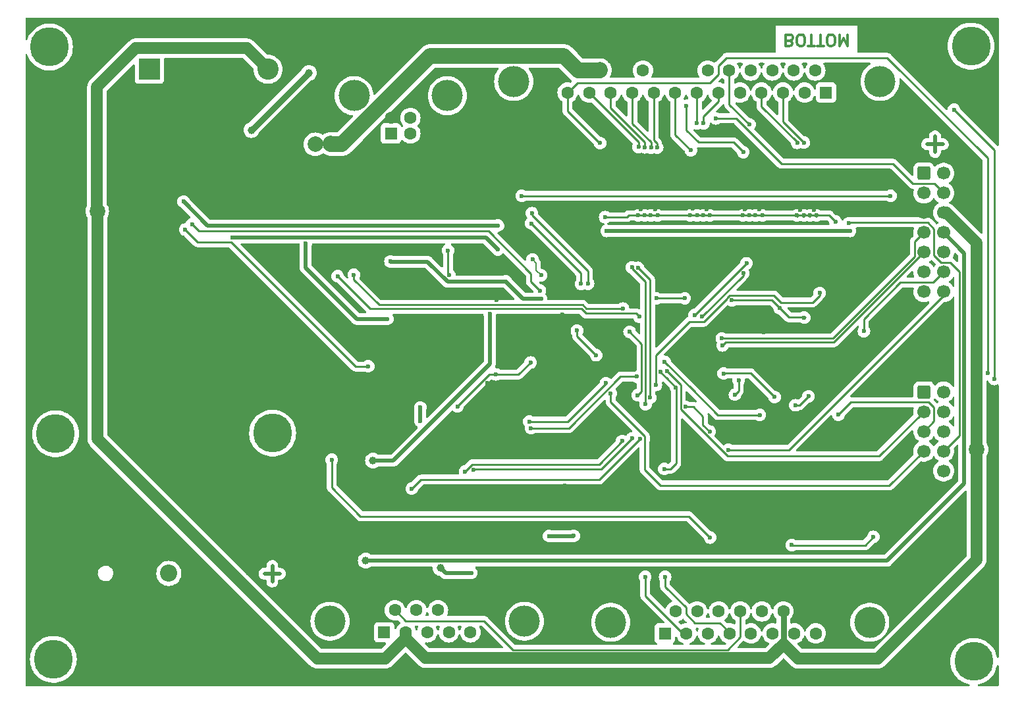
<source format=gbl>
%TF.GenerationSoftware,KiCad,Pcbnew,7.0.1*%
%TF.CreationDate,2023-06-06T18:19:58-03:00*%
%TF.ProjectId,HLI-M,484c492d-4d2e-46b6-9963-61645f706362,rev?*%
%TF.SameCoordinates,Original*%
%TF.FileFunction,Copper,L2,Bot*%
%TF.FilePolarity,Positive*%
%FSLAX46Y46*%
G04 Gerber Fmt 4.6, Leading zero omitted, Abs format (unit mm)*
G04 Created by KiCad (PCBNEW 7.0.1) date 2023-06-06 18:19:58*
%MOMM*%
%LPD*%
G01*
G04 APERTURE LIST*
G04 Aperture macros list*
%AMRoundRect*
0 Rectangle with rounded corners*
0 $1 Rounding radius*
0 $2 $3 $4 $5 $6 $7 $8 $9 X,Y pos of 4 corners*
0 Add a 4 corners polygon primitive as box body*
4,1,4,$2,$3,$4,$5,$6,$7,$8,$9,$2,$3,0*
0 Add four circle primitives for the rounded corners*
1,1,$1+$1,$2,$3*
1,1,$1+$1,$4,$5*
1,1,$1+$1,$6,$7*
1,1,$1+$1,$8,$9*
0 Add four rect primitives between the rounded corners*
20,1,$1+$1,$2,$3,$4,$5,0*
20,1,$1+$1,$4,$5,$6,$7,0*
20,1,$1+$1,$6,$7,$8,$9,0*
20,1,$1+$1,$8,$9,$2,$3,0*%
G04 Aperture macros list end*
%TA.AperFunction,NonConductor*%
%ADD10C,0.500000*%
%TD*%
%ADD11C,0.300000*%
%TA.AperFunction,NonConductor*%
%ADD12C,0.300000*%
%TD*%
%TA.AperFunction,ComponentPad*%
%ADD13C,4.000000*%
%TD*%
%TA.AperFunction,ComponentPad*%
%ADD14R,1.600000X1.600000*%
%TD*%
%TA.AperFunction,ComponentPad*%
%ADD15C,1.600000*%
%TD*%
%TA.AperFunction,ComponentPad*%
%ADD16R,2.730000X2.730000*%
%TD*%
%TA.AperFunction,ComponentPad*%
%ADD17C,2.730000*%
%TD*%
%TA.AperFunction,ComponentPad*%
%ADD18RoundRect,0.250000X-0.600000X-0.600000X0.600000X-0.600000X0.600000X0.600000X-0.600000X0.600000X0*%
%TD*%
%TA.AperFunction,ComponentPad*%
%ADD19C,1.700000*%
%TD*%
%TA.AperFunction,ComponentPad*%
%ADD20C,2.205000*%
%TD*%
%TA.AperFunction,ViaPad*%
%ADD21C,5.000000*%
%TD*%
%TA.AperFunction,ViaPad*%
%ADD22C,0.600000*%
%TD*%
%TA.AperFunction,ViaPad*%
%ADD23C,2.000000*%
%TD*%
%TA.AperFunction,ViaPad*%
%ADD24C,1.000000*%
%TD*%
%TA.AperFunction,Conductor*%
%ADD25C,0.250000*%
%TD*%
%TA.AperFunction,Conductor*%
%ADD26C,0.500000*%
%TD*%
%TA.AperFunction,Conductor*%
%ADD27C,1.500000*%
%TD*%
%TA.AperFunction,Conductor*%
%ADD28C,0.762000*%
%TD*%
%TA.AperFunction,Conductor*%
%ADD29C,2.000000*%
%TD*%
%TA.AperFunction,Conductor*%
%ADD30C,0.200000*%
%TD*%
G04 APERTURE END LIST*
D10*
X183016400Y-44424600D02*
X181016400Y-44424600D01*
X182001600Y-43411800D02*
X182001600Y-45411800D01*
X96806600Y-98689600D02*
X96806600Y-100689600D01*
X97790600Y-99689600D02*
X95790600Y-99689600D01*
X183001600Y-44411800D02*
X181001600Y-44411800D01*
X182016400Y-43424600D02*
X182016400Y-45424600D01*
D11*
D12*
X163335713Y-31091785D02*
X163549999Y-31020357D01*
X163549999Y-31020357D02*
X163621428Y-30948928D01*
X163621428Y-30948928D02*
X163692856Y-30806071D01*
X163692856Y-30806071D02*
X163692856Y-30591785D01*
X163692856Y-30591785D02*
X163621428Y-30448928D01*
X163621428Y-30448928D02*
X163549999Y-30377500D01*
X163549999Y-30377500D02*
X163407142Y-30306071D01*
X163407142Y-30306071D02*
X162835713Y-30306071D01*
X162835713Y-30306071D02*
X162835713Y-31806071D01*
X162835713Y-31806071D02*
X163335713Y-31806071D01*
X163335713Y-31806071D02*
X163478571Y-31734642D01*
X163478571Y-31734642D02*
X163549999Y-31663214D01*
X163549999Y-31663214D02*
X163621428Y-31520357D01*
X163621428Y-31520357D02*
X163621428Y-31377500D01*
X163621428Y-31377500D02*
X163549999Y-31234642D01*
X163549999Y-31234642D02*
X163478571Y-31163214D01*
X163478571Y-31163214D02*
X163335713Y-31091785D01*
X163335713Y-31091785D02*
X162835713Y-31091785D01*
X164621428Y-31806071D02*
X164907142Y-31806071D01*
X164907142Y-31806071D02*
X165049999Y-31734642D01*
X165049999Y-31734642D02*
X165192856Y-31591785D01*
X165192856Y-31591785D02*
X165264285Y-31306071D01*
X165264285Y-31306071D02*
X165264285Y-30806071D01*
X165264285Y-30806071D02*
X165192856Y-30520357D01*
X165192856Y-30520357D02*
X165049999Y-30377500D01*
X165049999Y-30377500D02*
X164907142Y-30306071D01*
X164907142Y-30306071D02*
X164621428Y-30306071D01*
X164621428Y-30306071D02*
X164478571Y-30377500D01*
X164478571Y-30377500D02*
X164335713Y-30520357D01*
X164335713Y-30520357D02*
X164264285Y-30806071D01*
X164264285Y-30806071D02*
X164264285Y-31306071D01*
X164264285Y-31306071D02*
X164335713Y-31591785D01*
X164335713Y-31591785D02*
X164478571Y-31734642D01*
X164478571Y-31734642D02*
X164621428Y-31806071D01*
X165692857Y-31806071D02*
X166550000Y-31806071D01*
X166121428Y-30306071D02*
X166121428Y-31806071D01*
X166835714Y-31806071D02*
X167692857Y-31806071D01*
X167264285Y-30306071D02*
X167264285Y-31806071D01*
X168478571Y-31806071D02*
X168764285Y-31806071D01*
X168764285Y-31806071D02*
X168907142Y-31734642D01*
X168907142Y-31734642D02*
X169049999Y-31591785D01*
X169049999Y-31591785D02*
X169121428Y-31306071D01*
X169121428Y-31306071D02*
X169121428Y-30806071D01*
X169121428Y-30806071D02*
X169049999Y-30520357D01*
X169049999Y-30520357D02*
X168907142Y-30377500D01*
X168907142Y-30377500D02*
X168764285Y-30306071D01*
X168764285Y-30306071D02*
X168478571Y-30306071D01*
X168478571Y-30306071D02*
X168335714Y-30377500D01*
X168335714Y-30377500D02*
X168192856Y-30520357D01*
X168192856Y-30520357D02*
X168121428Y-30806071D01*
X168121428Y-30806071D02*
X168121428Y-31306071D01*
X168121428Y-31306071D02*
X168192856Y-31591785D01*
X168192856Y-31591785D02*
X168335714Y-31734642D01*
X168335714Y-31734642D02*
X168478571Y-31806071D01*
X169764285Y-30306071D02*
X169764285Y-31806071D01*
X169764285Y-31806071D02*
X170264285Y-30734642D01*
X170264285Y-30734642D02*
X170764285Y-31806071D01*
X170764285Y-31806071D02*
X170764285Y-30306071D01*
D13*
%TO.P,CON3,0*%
%TO.N,N/C*%
X174939000Y-36346300D03*
X127839000Y-36346300D03*
D14*
%TO.P,CON3,1,Pin_1*%
%TO.N,K_0*%
X168009000Y-37766300D03*
D15*
%TO.P,CON3,2,Pin_2*%
%TO.N,K_1*%
X165239000Y-37766300D03*
%TO.P,CON3,3,Pin_3*%
%TO.N,K_2*%
X162469000Y-37766300D03*
%TO.P,CON3,4,Pin_4*%
%TO.N,K_3*%
X159699000Y-37766300D03*
%TO.P,CON3,5,Pin_5*%
%TO.N,K_4*%
X156929000Y-37766300D03*
%TO.P,CON3,6,Pin_6*%
%TO.N,K_5*%
X154159000Y-37766300D03*
%TO.P,CON3,7,Pin_7*%
%TO.N,K_6*%
X151389000Y-37766300D03*
%TO.P,CON3,8,Pin_8*%
%TO.N,K_7*%
X148619000Y-37766300D03*
%TO.P,CON3,9,Pin_9*%
%TO.N,K_8*%
X145849000Y-37766300D03*
%TO.P,CON3,10,Pin_10*%
%TO.N,K_9*%
X143079000Y-37766300D03*
%TO.P,CON3,11,Pin_11*%
%TO.N,K_A*%
X140309000Y-37766300D03*
%TO.P,CON3,12,Pin_12*%
%TO.N,K_B*%
X137539000Y-37766300D03*
%TO.P,CON3,13,Pin_13*%
%TO.N,INIB*%
X134769000Y-37766300D03*
%TO.P,CON3,14,Pin_14*%
%TO.N,NOTE_*%
X166624000Y-34926300D03*
%TO.P,CON3,15,Pin_15*%
%TO.N,K_C*%
X163854000Y-34926300D03*
%TO.P,CON3,16,Pin_16*%
%TO.N,Net-(CON3-Pin_16)*%
X161084000Y-34926300D03*
%TO.P,CON3,17,Pin_17*%
%TO.N,Net-(CON3-Pin_17)*%
X158314000Y-34926300D03*
%TO.P,CON3,18,Pin_18*%
%TO.N,K_D*%
X155544000Y-34926300D03*
%TO.P,CON3,19,Pin_19*%
%TO.N,+5V*%
X152774000Y-34926300D03*
%TO.P,CON3,20,Pin_20*%
%TO.N,0*%
X150004000Y-34926300D03*
%TO.P,CON3,21,Pin_21*%
X147234000Y-34926300D03*
%TO.P,CON3,22,Pin_22*%
%TO.N,K_E*%
X144464000Y-34926300D03*
%TO.P,CON3,23,Pin_23*%
%TO.N,0*%
X141694000Y-34926300D03*
%TO.P,CON3,24,Pin_24*%
%TO.N,Net-(CON3-Pin_24)*%
X138924000Y-34926300D03*
%TO.P,CON3,25,Pin_25*%
X136154000Y-34926300D03*
%TD*%
D13*
%TO.P,CON7,0*%
%TO.N,N/C*%
X129227100Y-105802700D03*
X104227100Y-105802700D03*
D14*
%TO.P,CON7,1,Pin_1*%
%TO.N,PRINT_IMP*%
X111187100Y-107222700D03*
D15*
%TO.P,CON7,2,Pin_2*%
%TO.N,+12V*%
X113957100Y-107222700D03*
%TO.P,CON7,3,Pin_3*%
%TO.N,CIN1*%
X116727100Y-107222700D03*
%TO.P,CON7,4,Pin_4*%
%TO.N,COUT1*%
X119497100Y-107222700D03*
%TO.P,CON7,5,Pin_5*%
%TO.N,COUT*%
X122267100Y-107222700D03*
%TO.P,CON7,6,Pin_6*%
%TO.N,CIN*%
X112572100Y-104382700D03*
%TO.P,CON7,7,Pin_7*%
%TO.N,Net-(CON7-Pin_7)*%
X115342100Y-104382700D03*
%TO.P,CON7,8,Pin_8*%
%TO.N,Net-(CON7-Pin_8)*%
X118112100Y-104382700D03*
%TO.P,CON7,9,Pin_9*%
%TO.N,0*%
X120882100Y-104382700D03*
%TD*%
D16*
%TO.P,CON1,1,Pin_1*%
%TO.N,Net-(CON1-Pin_1)*%
X81000600Y-34775500D03*
D17*
%TO.P,CON1,2,Pin_2*%
%TO.N,0*%
X86080600Y-34775500D03*
%TO.P,CON1,3,Pin_3*%
X91160600Y-34775500D03*
%TO.P,CON1,4,Pin_4*%
%TO.N,+12V*%
X96240600Y-34775500D03*
%TD*%
D14*
%TO.P,CON2,1,VBUS*%
%TO.N,+5VL*%
X112059400Y-43033300D03*
D15*
%TO.P,CON2,2,D-*%
%TO.N,Net-(CON2-D-)*%
X114559400Y-43033300D03*
%TO.P,CON2,3,D+*%
%TO.N,Net-(CON2-D+)*%
X114559400Y-41033300D03*
%TO.P,CON2,4,GND*%
%TO.N,0*%
X112059400Y-41033300D03*
D13*
%TO.P,CON2,5,Shield*%
%TO.N,Net-(CON2-Shield)*%
X107309400Y-38173300D03*
X119309400Y-38173300D03*
%TD*%
%TO.P,CON6,0*%
%TO.N,N/C*%
X173622000Y-105941000D03*
X140322000Y-105941000D03*
D14*
%TO.P,CON6,1,Pin_1*%
%TO.N,Net-(CON6-Pin_1)*%
X147277000Y-107361000D03*
D15*
%TO.P,CON6,2,Pin_2*%
%TO.N,Net-(CON6-Pin_2)*%
X150047000Y-107361000D03*
%TO.P,CON6,3,Pin_3*%
%TO.N,Net-(CON6-Pin_3)*%
X152817000Y-107361000D03*
%TO.P,CON6,4,Pin_4*%
%TO.N,Net-(CON6-Pin_4)*%
X155587000Y-107361000D03*
%TO.P,CON6,5,Pin_5*%
%TO.N,Net-(CON6-Pin_5)*%
X158357000Y-107361000D03*
%TO.P,CON6,6,Pin_6*%
%TO.N,Net-(CON6-Pin_6)*%
X161127000Y-107361000D03*
%TO.P,CON6,7,Pin_7*%
%TO.N,Net-(CON6-Pin_7)*%
X163897000Y-107361000D03*
%TO.P,CON6,8,Pin_8*%
%TO.N,Net-(CON6-Pin_8)*%
X166667000Y-107361000D03*
%TO.P,CON6,9,Pin_9*%
%TO.N,Net-(CON6-Pin_9)*%
X148662000Y-104521000D03*
%TO.P,CON6,10,Pin_10*%
%TO.N,Net-(CON6-Pin_10)*%
X151432000Y-104521000D03*
%TO.P,CON6,11,Pin_11*%
%TO.N,unconnected-(CON6-Pin_11-Pad11)*%
X154202000Y-104521000D03*
%TO.P,CON6,12,Pin_12*%
%TO.N,CIN*%
X156972000Y-104521000D03*
%TO.P,CON6,13,Pin_13*%
%TO.N,COUT*%
X159742000Y-104521000D03*
%TO.P,CON6,14,Pin_14*%
%TO.N,+12V*%
X162512000Y-104521000D03*
%TO.P,CON6,15,Pin_15*%
%TO.N,0*%
X165282000Y-104521000D03*
%TD*%
D18*
%TO.P,CON4,1,Pin_1*%
%TO.N,RESET*%
X180582500Y-48150000D03*
D19*
%TO.P,CON4,2,Pin_2*%
%TO.N,RXP*%
X183122500Y-48150000D03*
%TO.P,CON4,3,Pin_3*%
%TO.N,+3.3VP*%
X180582500Y-50690000D03*
%TO.P,CON4,4,Pin_4*%
%TO.N,TXP*%
X183122500Y-50690000D03*
%TO.P,CON4,5,Pin_5*%
%TO.N,0*%
X180582500Y-53230000D03*
%TO.P,CON4,6,Pin_6*%
%TO.N,+12V*%
X183122500Y-53230000D03*
%TO.P,CON4,7,Pin_7*%
%TO.N,PGED2*%
X180582500Y-55770000D03*
%TO.P,CON4,8,Pin_8*%
%TO.N,VBAT*%
X183122500Y-55770000D03*
%TO.P,CON4,9,Pin_9*%
%TO.N,PGEC2*%
X180582500Y-58310000D03*
%TO.P,CON4,10,Pin_10*%
%TO.N,+5V*%
X183122500Y-58310000D03*
%TO.P,CON4,11,Pin_11*%
%TO.N,unconnected-(CON4-Pin_11-Pad11)*%
X180582500Y-60850000D03*
%TO.P,CON4,12,Pin_12*%
%TO.N,+3.3VP*%
X183122500Y-60850000D03*
%TO.P,CON4,13,Pin_13*%
%TO.N,unconnected-(CON4-Pin_13-Pad13)*%
X180582500Y-63390000D03*
%TO.P,CON4,14,Pin_14*%
%TO.N,+2V5*%
X183122500Y-63390000D03*
%TD*%
D20*
%TO.P,CON8,N*%
%TO.N,0*%
X83500000Y-61675000D03*
%TO.P,CON8,P*%
%TO.N,N/C*%
X83500000Y-99645000D03*
%TD*%
D18*
%TO.P,CON5,1,Pin_1*%
%TO.N,+5V*%
X180577500Y-76295000D03*
D19*
%TO.P,CON5,2,Pin_2*%
%TO.N,INIB*%
X183117500Y-76295000D03*
%TO.P,CON5,3,Pin_3*%
%TO.N,RXA*%
X180577500Y-78835000D03*
%TO.P,CON5,4,Pin_4*%
%TO.N,NOTE_*%
X183117500Y-78835000D03*
%TO.P,CON5,5,Pin_5*%
%TO.N,TXA*%
X180577500Y-81375000D03*
%TO.P,CON5,6,Pin_6*%
%TO.N,PRINT_IMP*%
X183117500Y-81375000D03*
%TO.P,CON5,7,Pin_7*%
%TO.N,EXTERN_D10*%
X180577500Y-83915000D03*
%TO.P,CON5,8,Pin_8*%
%TO.N,HOOPER_*%
X183117500Y-83915000D03*
%TO.P,CON5,9,Pin_9*%
%TO.N,0*%
X180577500Y-86455000D03*
%TO.P,CON5,10,Pin_10*%
%TO.N,+12V*%
X183117500Y-86455000D03*
%TD*%
D21*
%TO.N,*%
X96840000Y-81600000D03*
X68940000Y-81670000D03*
X186640000Y-31800000D03*
X187000000Y-110975000D03*
X68650000Y-110700000D03*
X68150000Y-31910000D03*
D22*
%TO.N,0*%
X160045400Y-68600000D03*
X147421600Y-75920600D03*
X129700000Y-71500000D03*
X140240000Y-96990000D03*
X157595000Y-52743100D03*
X134569200Y-43459400D03*
X179850000Y-69975000D03*
X140893800Y-67716400D03*
X144196000Y-52768500D03*
X158394400Y-39827200D03*
X159436000Y-52743100D03*
X172600000Y-72300000D03*
X163982400Y-67741800D03*
X138190000Y-73420000D03*
X164668200Y-52857400D03*
X135230000Y-104140000D03*
X106053600Y-46245400D03*
X109050800Y-46143800D03*
X150020000Y-70880000D03*
X155950000Y-100575000D03*
X169646600Y-74930000D03*
X166166800Y-78511400D03*
X124470000Y-75140000D03*
X125628400Y-64475500D03*
X135550000Y-63240000D03*
X168428261Y-63136262D03*
X152629000Y-52806600D03*
X146050000Y-52793900D03*
X108669800Y-53509800D03*
X187660000Y-48530000D03*
X146821500Y-66560000D03*
X131200000Y-69000000D03*
X150864000Y-52717700D03*
X114487500Y-72100000D03*
X161290000Y-57683400D03*
X155010000Y-45890000D03*
X178562000Y-83134200D03*
X178612800Y-78867000D03*
X121250000Y-69621380D03*
X118897400Y-63246000D03*
X134112000Y-66344800D03*
X113600000Y-75200000D03*
X111275000Y-46180200D03*
X166454647Y-52847779D03*
X165201600Y-73075800D03*
X145900000Y-60158778D03*
X134416800Y-88366600D03*
X143332200Y-73415500D03*
X151600000Y-74300000D03*
%TO.N,+3.3VP*%
X155900000Y-64500000D03*
X149821500Y-64236600D03*
X172872400Y-68478400D03*
X148697841Y-75702159D03*
X146171800Y-64241800D03*
X165735000Y-76860400D03*
X162036600Y-65496600D03*
X164058600Y-78003400D03*
X147200000Y-86200000D03*
X86500000Y-54700000D03*
X138440350Y-71566850D03*
X131210000Y-63251000D03*
X146754077Y-73691139D03*
X165201600Y-66725800D03*
X135975000Y-68401100D03*
%TO.N,Net-(U6-USB_SEL)*%
X119561300Y-61261300D03*
X119400000Y-58084400D03*
%TO.N,+5VL*%
X101100000Y-57149500D03*
X111600000Y-66900000D03*
%TO.N,KA*%
X143835696Y-60320511D03*
X145374500Y-77039383D03*
%TO.N,KB*%
X144790000Y-77880000D03*
X143038312Y-60262355D03*
%TO.N,KC*%
X157765000Y-59735000D03*
X151100000Y-66400000D03*
%TO.N,NOTE*%
X157354339Y-61028839D03*
X152046300Y-66604700D03*
%TO.N,+12V*%
X122377200Y-99568000D03*
D23*
X74295000Y-53019500D03*
X187375800Y-83693000D03*
D22*
X132384800Y-94843600D03*
X135560200Y-94818600D03*
D24*
X118440200Y-98949500D03*
%TO.N,+5V*%
X94110000Y-42600000D03*
X101510000Y-35220000D03*
D22*
%TO.N,INIB*%
X138938000Y-44272200D03*
X188770000Y-73830000D03*
%TO.N,PGED2*%
X154600000Y-69400000D03*
%TO.N,PGEC2*%
X154700000Y-70300000D03*
%TO.N,PIN-INIB*%
X142740000Y-68550000D03*
X143790000Y-76710000D03*
%TO.N,PIN-PRINT*%
X144061000Y-82339000D03*
X114732100Y-88747900D03*
%TO.N,Net-(U1-SCK2{slash}RG6)*%
X156766589Y-74816589D03*
X156290000Y-76640000D03*
%TO.N,Net-(U1-VDDCORE)*%
X149925700Y-78213820D03*
X153044789Y-81397211D03*
%TO.N,PIN-S11*%
X141791000Y-82609000D03*
X121580370Y-86553770D03*
%TO.N,PIN-S10*%
X122707759Y-86309559D03*
X143065500Y-82257900D03*
%TO.N,TXA*%
X169583100Y-79235300D03*
X105200000Y-61400000D03*
X159486600Y-79248000D03*
X144000000Y-66600000D03*
X147255000Y-72425000D03*
%TO.N,RXA*%
X147548480Y-73600987D03*
X107300000Y-61212500D03*
X141900000Y-65557400D03*
%TO.N,NOTE_*%
X184449500Y-39970000D03*
X189620000Y-74620000D03*
%TO.N,K_D*%
X158166800Y-41866800D03*
%TO.N,K_5*%
X152247600Y-41721700D03*
%TO.N,K_6*%
X151409400Y-41721700D03*
%TO.N,K_7*%
X150622000Y-45186600D03*
%TO.N,K_8*%
X146290703Y-44856400D03*
%TO.N,K_9*%
X145491200Y-44856400D03*
%TO.N,K_A*%
X144688843Y-44831674D03*
%TO.N,K_B*%
X143891000Y-44780200D03*
%TO.N,K_2*%
X165132274Y-44202874D03*
%TO.N,K_3*%
X164287208Y-44240986D03*
%TO.N,K_E*%
X150020000Y-39480000D03*
X157366800Y-45440600D03*
%TO.N,+2V5*%
X155448000Y-83741900D03*
%TO.N,RXP*%
X128879600Y-51054000D03*
X176301400Y-51054000D03*
%TO.N,TXP*%
X153847800Y-41097200D03*
%TO.N,VBAT*%
X125806200Y-57962800D03*
X124764800Y-66224500D03*
D24*
X109740700Y-85128100D03*
D22*
X91700000Y-56400000D03*
D24*
X108806800Y-98000000D03*
D22*
%TO.N,+5VD*%
X112000000Y-59500000D03*
X171069000Y-55575200D03*
X115840000Y-80030000D03*
X126830000Y-62080000D03*
X115840000Y-78300000D03*
X131370000Y-64319616D03*
X139801600Y-55575200D03*
D23*
%TO.N,Net-(CON3-Pin_24)*%
X102337300Y-44424600D03*
X104337300Y-44399200D03*
D22*
%TO.N,Net-(CON6-Pin_2)*%
X144754600Y-100100000D03*
%TO.N,Net-(CON6-Pin_4)*%
X147300000Y-100100000D03*
%TO.N,Net-(Q7-G)*%
X163600000Y-96000000D03*
X174091600Y-94945200D03*
%TO.N,Net-(U1-RD8)*%
X139700000Y-75175000D03*
X129840000Y-80100000D03*
%TO.N,Net-(U1-RB6)*%
X143675900Y-74322436D03*
X130073400Y-80949800D03*
%TO.N,Net-(U1-U1TX{slash}RF3)*%
X130185500Y-53289200D03*
X137400000Y-62382400D03*
%TO.N,Net-(U1-U1RX{slash}RF2)*%
X136499600Y-62382400D03*
X130098800Y-54610000D03*
%TO.N,+3V3*%
X165933000Y-53567400D03*
X158147000Y-53567400D03*
X158947000Y-53567400D03*
X120599200Y-78155800D03*
X166803000Y-53567400D03*
X139600000Y-53800000D03*
X153100000Y-95025000D03*
X130000000Y-72500000D03*
X157277000Y-53567400D03*
X146355000Y-53567400D03*
X159817000Y-53579600D03*
X150547000Y-53567400D03*
X85600000Y-55400000D03*
X109150000Y-73000000D03*
X144685000Y-53567400D03*
X145485000Y-53561600D03*
X85400000Y-51800000D03*
X125826000Y-54874000D03*
X151417000Y-53567400D03*
X153087000Y-53567400D03*
X143815000Y-53567400D03*
X164263000Y-53567400D03*
X165133000Y-53567400D03*
X152217000Y-53567400D03*
X169199500Y-54356000D03*
X125530000Y-74040000D03*
X104450000Y-85025000D03*
%TO.N,Net-(U1-\u002ASS2{slash}RG9)*%
X161375000Y-76950000D03*
X154820000Y-73915500D03*
%TO.N,EXTERN_D11*%
X146130000Y-75390639D03*
X167180000Y-63576200D03*
%TO.N,EXTERN_D10*%
X140300000Y-76500000D03*
%TO.N,Net-(D4-K)*%
X131369977Y-61289977D03*
X130250000Y-59250000D03*
%TO.N,HOOPER_*%
X170925000Y-54575000D03*
%TD*%
D25*
%TO.N,+3.3VP*%
X124600000Y-55600000D02*
X87400000Y-55600000D01*
X177560678Y-62215000D02*
X181757500Y-62215000D01*
X131210000Y-63251000D02*
X130048000Y-62089000D01*
X165303200Y-66675000D02*
X165277800Y-66700400D01*
X162036600Y-65496600D02*
X161040000Y-64500000D01*
X172872400Y-66903278D02*
X177560678Y-62215000D01*
X181757500Y-62215000D02*
X183122500Y-60850000D01*
X163240400Y-66700400D02*
X162036600Y-65496600D01*
X148742400Y-75746718D02*
X148742400Y-85445600D01*
X165176200Y-66700400D02*
X163240400Y-66700400D01*
X148697841Y-75697841D02*
X148697841Y-75702159D01*
X165227000Y-66700400D02*
X165201600Y-66725800D01*
X149821500Y-64236600D02*
X146177000Y-64236600D01*
X87400000Y-55600000D02*
X86500000Y-54700000D01*
X165277800Y-66700400D02*
X165227000Y-66700400D01*
X148742400Y-85445600D02*
X147988000Y-86200000D01*
X135975000Y-69101500D02*
X138440350Y-71566850D01*
X130048000Y-61048000D02*
X124600000Y-55600000D01*
X165201600Y-66725800D02*
X165176200Y-66700400D01*
X164592000Y-78003400D02*
X165735000Y-76860400D01*
X147525500Y-74525500D02*
X148697841Y-75697841D01*
X130048000Y-62089000D02*
X130048000Y-61048000D01*
X147520476Y-74525500D02*
X147525500Y-74525500D01*
X146754077Y-73691139D02*
X146754077Y-73759101D01*
X135975000Y-68401100D02*
X135975000Y-69101500D01*
X148697841Y-75702159D02*
X148742400Y-75746718D01*
X161040000Y-64500000D02*
X155900000Y-64500000D01*
X146177000Y-64236600D02*
X146171800Y-64241800D01*
X182840000Y-60850000D02*
X183122500Y-60850000D01*
X164058600Y-78003400D02*
X164592000Y-78003400D01*
X172872400Y-68478400D02*
X172872400Y-66903278D01*
X146754077Y-73759101D02*
X147520476Y-74525500D01*
X147988000Y-86200000D02*
X147200000Y-86200000D01*
%TO.N,Net-(U6-USB_SEL)*%
X119400000Y-61100000D02*
X119400000Y-58084400D01*
X119561300Y-61261300D02*
X119400000Y-61100000D01*
D26*
%TO.N,+5VL*%
X111600000Y-66900000D02*
X107700000Y-66900000D01*
X101100000Y-60300000D02*
X101100000Y-57149500D01*
X107700000Y-66900000D02*
X101100000Y-60300000D01*
D25*
%TO.N,KA*%
X145374500Y-77039383D02*
X145374500Y-61859315D01*
X145374500Y-61859315D02*
X143835696Y-60320511D01*
%TO.N,KB*%
X143038312Y-60406305D02*
X143038312Y-60262355D01*
X144790000Y-77880000D02*
X144750000Y-77840000D01*
X144750000Y-77840000D02*
X144750000Y-62117993D01*
X144750000Y-62117993D02*
X143038312Y-60406305D01*
%TO.N,KC*%
X157765000Y-59735000D02*
X151100000Y-66400000D01*
%TO.N,NOTE*%
X157354339Y-61296661D02*
X152046300Y-66604700D01*
X157354339Y-61028839D02*
X157354339Y-61296661D01*
D27*
%TO.N,+12V*%
X74269600Y-37050400D02*
X79265200Y-32054800D01*
X162512000Y-108710000D02*
X164422000Y-110620000D01*
D26*
X132384800Y-94843600D02*
X135535200Y-94843600D01*
D27*
X113957100Y-107997100D02*
X113957100Y-107222700D01*
X187360000Y-97907400D02*
X187360000Y-83708800D01*
X187375800Y-83693000D02*
X187360000Y-83677200D01*
D26*
X119109500Y-99618800D02*
X122326400Y-99618800D01*
D27*
X102573600Y-110600000D02*
X111320000Y-110600000D01*
X113957100Y-107962900D02*
X113957100Y-107222700D01*
X174647400Y-110620000D02*
X187360000Y-97907400D01*
D26*
X118440200Y-98949500D02*
X119109500Y-99618800D01*
D27*
X164422000Y-110620000D02*
X174647400Y-110620000D01*
X74295000Y-53019500D02*
X74269600Y-52994100D01*
X93519900Y-32054800D02*
X96240600Y-34775500D01*
X74295000Y-53019500D02*
X74295000Y-82321400D01*
X162512000Y-108710000D02*
X160677000Y-110545000D01*
X183450000Y-53230000D02*
X183122500Y-53230000D01*
X187360000Y-83677200D02*
X187360000Y-57140000D01*
X74295000Y-82321400D02*
X102573600Y-110600000D01*
D26*
X135535200Y-94843600D02*
X135560200Y-94818600D01*
D28*
X162512000Y-108710000D02*
X162512000Y-104521000D01*
D26*
X122326400Y-99618800D02*
X122377200Y-99568000D01*
D27*
X74269600Y-52994100D02*
X74269600Y-37050400D01*
X187360000Y-57140000D02*
X183450000Y-53230000D01*
X116505000Y-110545000D02*
X113957100Y-107997100D01*
X79265200Y-32054800D02*
X93519900Y-32054800D01*
X187360000Y-83708800D02*
X187375800Y-83693000D01*
X96545400Y-34775500D02*
X96240600Y-34775500D01*
X111320000Y-110600000D02*
X113957100Y-107962900D01*
X160677000Y-110545000D02*
X116505000Y-110545000D01*
D25*
%TO.N,CIN*%
X113955000Y-105765600D02*
X112572100Y-104382700D01*
X156972000Y-104521000D02*
X156972000Y-107828000D01*
X112572100Y-104382700D02*
X113221900Y-104382700D01*
X156972000Y-107828000D02*
X155330000Y-109470000D01*
X127758000Y-109470000D02*
X124053600Y-105765600D01*
X155330000Y-109470000D02*
X127758000Y-109470000D01*
X124053600Y-105765600D02*
X113955000Y-105765600D01*
D28*
%TO.N,+5V*%
X101490000Y-35220000D02*
X101510000Y-35220000D01*
X94110000Y-42600000D02*
X101490000Y-35220000D01*
D25*
%TO.N,INIB*%
X154178000Y-35407600D02*
X154178000Y-34315400D01*
X134769000Y-37766300D02*
X136010100Y-36525200D01*
X188770000Y-73830000D02*
X188670000Y-73930000D01*
X136010100Y-36525200D02*
X153060400Y-36525200D01*
X175875000Y-33300000D02*
X188770000Y-46195000D01*
X188770000Y-46195000D02*
X188770000Y-73830000D01*
X154178000Y-34315400D02*
X155193400Y-33300000D01*
X138861800Y-44272200D02*
X134769000Y-40179400D01*
X134769000Y-40179400D02*
X134769000Y-37766300D01*
X153060400Y-36525200D02*
X154178000Y-35407600D01*
X155193400Y-33300000D02*
X175875000Y-33300000D01*
X138938000Y-44272200D02*
X138861800Y-44272200D01*
%TO.N,PGED2*%
X179407500Y-58848604D02*
X179407500Y-56945000D01*
X154600000Y-69400000D02*
X168856104Y-69400000D01*
X179407500Y-56945000D02*
X180582500Y-55770000D01*
X168856104Y-69400000D02*
X179407500Y-58848604D01*
%TO.N,PGEC2*%
X168992500Y-69900000D02*
X180582500Y-58310000D01*
X154700000Y-70300000D02*
X155100000Y-69900000D01*
X155100000Y-69900000D02*
X168992500Y-69900000D01*
%TO.N,PIN-INIB*%
X142740000Y-68550000D02*
X144300000Y-70110000D01*
X144300000Y-76200000D02*
X143790000Y-76710000D01*
X144300000Y-70110000D02*
X144300000Y-76200000D01*
%TO.N,PIN-PRINT*%
X115900800Y-87579200D02*
X114732100Y-88747900D01*
X138820800Y-87579200D02*
X115900800Y-87579200D01*
X144061000Y-82339000D02*
X138820800Y-87579200D01*
%TO.N,Net-(U1-SCK2{slash}RG6)*%
X156290000Y-76640000D02*
X156766589Y-76163411D01*
X156766589Y-76163411D02*
X156766589Y-74816589D01*
%TO.N,Net-(U1-VDDCORE)*%
X149925700Y-78213820D02*
X150963820Y-78213820D01*
X152171400Y-80523822D02*
X153044789Y-81397211D01*
X152171400Y-79421400D02*
X152171400Y-80523822D01*
X150963820Y-78213820D02*
X152171400Y-79421400D01*
%TO.N,PIN-S11*%
X122536140Y-85598000D02*
X121580370Y-86553770D01*
X141791000Y-82609000D02*
X138802000Y-85598000D01*
X138802000Y-85598000D02*
X122536140Y-85598000D01*
%TO.N,PIN-S10*%
X143065500Y-82257900D02*
X139090400Y-86233000D01*
X122784318Y-86233000D02*
X122707759Y-86309559D01*
X139090400Y-86233000D02*
X122784318Y-86233000D01*
%TO.N,TXA*%
X137109200Y-66192400D02*
X143592400Y-66192400D01*
X181203600Y-77597000D02*
X181864000Y-78257400D01*
X105200000Y-61400000D02*
X109400000Y-65600000D01*
X109400000Y-65600000D02*
X136516800Y-65600000D01*
X169583100Y-79235300D02*
X171221400Y-77597000D01*
X136516800Y-65600000D02*
X137109200Y-66192400D01*
X181864000Y-78257400D02*
X181864000Y-80048500D01*
X181864000Y-80048500D02*
X180372500Y-81540000D01*
X171221400Y-77597000D02*
X181203600Y-77597000D01*
X154103400Y-79273400D02*
X150760000Y-75930000D01*
X159537400Y-79273400D02*
X154103400Y-79273400D01*
X143592400Y-66192400D02*
X144000000Y-66600000D01*
X147255000Y-72425000D02*
X150766000Y-75936000D01*
%TO.N,RXA*%
X137185400Y-65582800D02*
X141874600Y-65582800D01*
X141874600Y-65582800D02*
X141900000Y-65557400D01*
X149300700Y-77954936D02*
X149300700Y-78536300D01*
X149322841Y-77932795D02*
X149300700Y-77954936D01*
X107300000Y-61863604D02*
X110536396Y-65100000D01*
X155321000Y-84556600D02*
X174815900Y-84556600D01*
X110536396Y-65100000D02*
X136702600Y-65100000D01*
X149300700Y-78536300D02*
X155321000Y-84556600D01*
X107300000Y-61212500D02*
X107300000Y-61863604D01*
X136702600Y-65100000D02*
X137185400Y-65582800D01*
X174815900Y-84556600D02*
X180372500Y-79000000D01*
X149322841Y-75375348D02*
X149322841Y-77932795D01*
X147548480Y-73600987D02*
X149322841Y-75375348D01*
%TO.N,NOTE_*%
X184449500Y-39970000D02*
X184450000Y-39970000D01*
X184450000Y-39970000D02*
X189620000Y-45140000D01*
X189620000Y-45140000D02*
X189620000Y-74620000D01*
%TO.N,K_D*%
X158122600Y-41866800D02*
X155544000Y-39288200D01*
X158166800Y-41866800D02*
X158122600Y-41866800D01*
X155544000Y-39288200D02*
X155544000Y-34926300D01*
%TO.N,K_5*%
X152247600Y-41721700D02*
X152247600Y-40843200D01*
X152247600Y-40843200D02*
X154159000Y-38931800D01*
X154159000Y-38931800D02*
X154159000Y-37766300D01*
%TO.N,K_6*%
X151409400Y-37786700D02*
X151389000Y-37766300D01*
X151409400Y-41721700D02*
X151409400Y-37786700D01*
%TO.N,K_7*%
X150622000Y-45186600D02*
X148619000Y-43183600D01*
X148619000Y-43183600D02*
X148619000Y-37766300D01*
%TO.N,K_8*%
X145846800Y-37768500D02*
X145846800Y-43890482D01*
X145846800Y-43890482D02*
X146290703Y-44334385D01*
X146290703Y-44334385D02*
X146290703Y-44856400D01*
X145849000Y-37766300D02*
X145846800Y-37768500D01*
%TO.N,K_9*%
X143079000Y-37766300D02*
X143079000Y-41758400D01*
X145491200Y-44170600D02*
X145491200Y-44856400D01*
X143079000Y-41758400D02*
X145491200Y-44170600D01*
%TO.N,K_A*%
X140309000Y-37766300D02*
X140309000Y-39775800D01*
X140309000Y-39775800D02*
X144688843Y-44155643D01*
X144688843Y-44155643D02*
X144688843Y-44831674D01*
%TO.N,K_B*%
X143891000Y-44170600D02*
X143891000Y-44780200D01*
X137539000Y-38428200D02*
X137539000Y-37766300D01*
X137539000Y-37818600D02*
X143891000Y-44170600D01*
X137539000Y-37766300D02*
X137539000Y-37818600D01*
%TO.N,K_2*%
X162469000Y-41539600D02*
X162469000Y-37766300D01*
X165132274Y-44202874D02*
X162469000Y-41539600D01*
%TO.N,K_3*%
X164287208Y-44177608D02*
X159699000Y-39589400D01*
X159699000Y-39589400D02*
X159699000Y-37766300D01*
X164287208Y-44240986D02*
X164287208Y-44177608D01*
%TO.N,K_E*%
X151586600Y-44170000D02*
X150020000Y-42603400D01*
X157366800Y-45440600D02*
X156096200Y-44170000D01*
X150020000Y-42603400D02*
X150020000Y-39480000D01*
X156096200Y-44170000D02*
X151586600Y-44170000D01*
%TO.N,+2V5*%
X155449900Y-83743800D02*
X163240084Y-83743800D01*
X163240084Y-83743800D02*
X183122500Y-63861384D01*
X183122500Y-63861384D02*
X183122500Y-63390000D01*
X155448000Y-83741900D02*
X155449900Y-83743800D01*
%TO.N,RXP*%
X176301400Y-51054000D02*
X128879600Y-51054000D01*
%TO.N,TXP*%
X176619827Y-46939200D02*
X179185227Y-49504600D01*
X153873200Y-41071800D02*
X156438600Y-41071800D01*
X162306000Y-46939200D02*
X176619827Y-46939200D01*
X156438600Y-41071800D02*
X162306000Y-46939200D01*
X179185227Y-49504600D02*
X181937100Y-49504600D01*
X181937100Y-49504600D02*
X183122500Y-50690000D01*
X153847800Y-41097200D02*
X153873200Y-41071800D01*
D28*
%TO.N,Net-(CON1-Pin_1)*%
X81305400Y-34775500D02*
X81424500Y-34775500D01*
D26*
%TO.N,VBAT*%
X109740700Y-85128100D02*
X112356900Y-85128100D01*
X124243400Y-56400000D02*
X91700000Y-56400000D01*
X108806800Y-98000000D02*
X175837400Y-98000000D01*
X185775000Y-88062400D02*
X185775000Y-58422500D01*
X112356900Y-85128100D02*
X124764800Y-72720200D01*
X124764800Y-72720200D02*
X124764800Y-66224500D01*
X185775000Y-58422500D02*
X183122500Y-55770000D01*
X175837400Y-98000000D02*
X185775000Y-88062400D01*
X125806200Y-57962800D02*
X124243400Y-56400000D01*
%TO.N,+5VD*%
X126830000Y-62100000D02*
X126830000Y-62080000D01*
X131370000Y-64319616D02*
X129049616Y-64319616D01*
X112037600Y-59537600D02*
X112000000Y-59500000D01*
X129049616Y-64319616D02*
X126830000Y-62100000D01*
X126781600Y-62128400D02*
X119367739Y-62128400D01*
X126830000Y-62080000D02*
X126781600Y-62128400D01*
X139801600Y-55575200D02*
X171069000Y-55575200D01*
X115840000Y-78300000D02*
X115840000Y-80030000D01*
X119367739Y-62128400D02*
X116776939Y-59537600D01*
X116776939Y-59537600D02*
X112037600Y-59537600D01*
D29*
%TO.N,Net-(CON3-Pin_24)*%
X138924000Y-34926300D02*
X138924000Y-34868563D01*
X117119400Y-33045400D02*
X134273100Y-33045400D01*
X104337300Y-44399200D02*
X104290400Y-44352300D01*
X138924000Y-34926300D02*
X136154000Y-34926300D01*
X134273100Y-33045400D02*
X136154000Y-34926300D01*
X104337300Y-44399200D02*
X105765600Y-44399200D01*
X105765600Y-44399200D02*
X117119400Y-33045400D01*
D25*
%TO.N,Net-(CON6-Pin_2)*%
X144754600Y-100100000D02*
X144754600Y-102539800D01*
X149575800Y-107361000D02*
X150047000Y-107361000D01*
X144754600Y-102539800D02*
X149575800Y-107361000D01*
%TO.N,Net-(CON6-Pin_4)*%
X155587000Y-107361000D02*
X155290800Y-107361000D01*
X151130000Y-106019600D02*
X154355800Y-106019600D01*
X149987000Y-104038400D02*
X149987000Y-104876600D01*
X149987000Y-104876600D02*
X151130000Y-106019600D01*
X154355800Y-106019600D02*
X155587000Y-107250800D01*
X147300000Y-100100000D02*
X147300000Y-101351400D01*
X155587000Y-107250800D02*
X155587000Y-107361000D01*
X147300000Y-101351400D02*
X149987000Y-104038400D01*
%TO.N,Net-(Q7-G)*%
X174091600Y-94945200D02*
X173024800Y-96012000D01*
X173024800Y-96012000D02*
X163612000Y-96012000D01*
X163612000Y-96012000D02*
X163600000Y-96000000D01*
%TO.N,Net-(U1-RD8)*%
X139700000Y-75184000D02*
X139700000Y-75175000D01*
X129840000Y-80100000D02*
X134784000Y-80100000D01*
X134784000Y-80100000D02*
X139700000Y-75184000D01*
%TO.N,Net-(U1-RB6)*%
X143675900Y-74322436D02*
X141577564Y-74322436D01*
X141577564Y-74322436D02*
X134950200Y-80949800D01*
X134950200Y-80949800D02*
X130073400Y-80949800D01*
%TO.N,Net-(U1-U1TX{slash}RF3)*%
X130185500Y-53289200D02*
X130185500Y-53553700D01*
X137388600Y-62371000D02*
X137400000Y-62382400D01*
X130185500Y-53553700D02*
X137388600Y-60756800D01*
X137388600Y-60756800D02*
X137388600Y-62371000D01*
%TO.N,Net-(U1-U1RX{slash}RF2)*%
X130098800Y-54635400D02*
X130098800Y-54610000D01*
X136499600Y-62382400D02*
X136499600Y-61036200D01*
X136499600Y-61036200D02*
X130098800Y-54635400D01*
D26*
%TO.N,+3V3*%
X164263000Y-53567400D02*
X164302511Y-53606911D01*
X166803000Y-53567400D02*
X166773110Y-53597290D01*
D25*
X150375000Y-92300000D02*
X108149600Y-92300000D01*
X146349200Y-53561600D02*
X146355000Y-53567400D01*
X125540000Y-74050000D02*
X128450000Y-74050000D01*
X109125000Y-73025000D02*
X107525000Y-73025000D01*
X142622200Y-53567400D02*
X143815000Y-53567400D01*
X158947000Y-53567400D02*
X159804800Y-53567400D01*
D26*
X165972511Y-53606911D02*
X165933000Y-53567400D01*
D25*
X159804800Y-53567400D02*
X159817000Y-53579600D01*
D26*
X165093489Y-53606911D02*
X165133000Y-53567400D01*
D25*
X157277000Y-53567400D02*
X158147000Y-53567400D01*
X124664200Y-74040000D02*
X125530000Y-74040000D01*
X164250800Y-53579600D02*
X164263000Y-53567400D01*
X120599200Y-78105000D02*
X124664200Y-74040000D01*
X128450000Y-74050000D02*
X130000000Y-72500000D01*
X164263000Y-53567400D02*
X165133000Y-53567400D01*
X169199500Y-54356000D02*
X168410900Y-53567400D01*
X143815000Y-53567400D02*
X144685000Y-53567400D01*
X151417000Y-53567400D02*
X152217000Y-53567400D01*
D26*
X88500000Y-54900000D02*
X85400000Y-51800000D01*
X165162890Y-53597290D02*
X165133000Y-53567400D01*
D25*
X168410900Y-53567400D02*
X166803000Y-53567400D01*
X130000000Y-72500000D02*
X129900000Y-72600000D01*
X158147000Y-53567400D02*
X158947000Y-53567400D01*
X153100000Y-95025000D02*
X150375000Y-92300000D01*
D26*
X125826000Y-54874000D02*
X125800000Y-54900000D01*
D25*
X146355000Y-53567400D02*
X150547000Y-53567400D01*
X159817000Y-53579600D02*
X164250800Y-53579600D01*
X145485000Y-53561600D02*
X146349200Y-53561600D01*
X165933000Y-53567400D02*
X166803000Y-53567400D01*
X107525000Y-73025000D02*
X91525000Y-57025000D01*
X142389600Y-53800000D02*
X142622200Y-53567400D01*
X104450000Y-88600400D02*
X104450000Y-85025000D01*
X108149600Y-92300000D02*
X104450000Y-88600400D01*
X104450000Y-85025000D02*
X104450000Y-85050000D01*
X144748200Y-53567400D02*
X144754000Y-53561600D01*
X125530000Y-74040000D02*
X125540000Y-74050000D01*
X144685000Y-53567400D02*
X145479200Y-53567400D01*
X152217000Y-53567400D02*
X153087000Y-53567400D01*
D26*
X144760000Y-53567400D02*
X144754000Y-53561600D01*
D25*
X91525000Y-57025000D02*
X87225000Y-57025000D01*
X153087000Y-53567400D02*
X157277000Y-53567400D01*
X145479200Y-53567400D02*
X145485000Y-53561600D01*
X87225000Y-57025000D02*
X85600000Y-55400000D01*
X120599200Y-78155800D02*
X120599200Y-78105000D01*
X165133000Y-53567400D02*
X165933000Y-53567400D01*
X109150000Y-73000000D02*
X109125000Y-73025000D01*
D26*
X125800000Y-54900000D02*
X88500000Y-54900000D01*
D25*
X120599200Y-78155800D02*
X120517000Y-78155800D01*
X150547000Y-53567400D02*
X151417000Y-53567400D01*
X139600000Y-53800000D02*
X142389600Y-53800000D01*
%TO.N,Net-(U1-\u002ASS2{slash}RG9)*%
X154835500Y-73900000D02*
X158325000Y-73900000D01*
X154820000Y-73915500D02*
X154835500Y-73900000D01*
X158325000Y-73900000D02*
X161375000Y-76950000D01*
%TO.N,EXTERN_D11*%
X146129077Y-75489077D02*
X146130000Y-75490000D01*
X155275000Y-64241116D02*
X155275000Y-64259884D01*
X155641116Y-63875000D02*
X155275000Y-64241116D01*
X166243000Y-64770000D02*
X162193884Y-64770000D01*
X155275000Y-64259884D02*
X152269884Y-67265000D01*
X167180000Y-63833000D02*
X166243000Y-64770000D01*
X150405000Y-67265000D02*
X146129077Y-71540923D01*
X152269884Y-67265000D02*
X150405000Y-67265000D01*
X146129077Y-71540923D02*
X146129077Y-75489077D01*
X167180000Y-63576200D02*
X167180000Y-63833000D01*
X161298884Y-63875000D02*
X155641116Y-63875000D01*
X162193884Y-64770000D02*
X161298884Y-63875000D01*
%TO.N,EXTERN_D10*%
X144678400Y-86283800D02*
X146710400Y-88315800D01*
X144678400Y-82605484D02*
X144678400Y-86283800D01*
X144686000Y-81973400D02*
X144686000Y-82597884D01*
X176136700Y-88315800D02*
X180372500Y-84080000D01*
X140300000Y-76500000D02*
X140300000Y-77587400D01*
X144686000Y-82597884D02*
X144678400Y-82605484D01*
X146710400Y-88315800D02*
X176136700Y-88315800D01*
X140300000Y-77587400D02*
X144686000Y-81973400D01*
D30*
%TO.N,Net-(D4-K)*%
X130708400Y-60628400D02*
X130708400Y-59708400D01*
X130708400Y-59708400D02*
X130250000Y-59250000D01*
X131369977Y-61289977D02*
X130708400Y-60628400D01*
D25*
%TO.N,HOOPER_*%
X181050000Y-54470000D02*
X181870000Y-55290000D01*
X181870000Y-58719201D02*
X182750799Y-59600000D01*
X185150000Y-81882500D02*
X183435698Y-83596802D01*
X181870000Y-55290000D02*
X181870000Y-58719201D01*
X182750799Y-59600000D02*
X183950000Y-59600000D01*
X170925000Y-54575000D02*
X171030000Y-54470000D01*
X183950000Y-59600000D02*
X185150000Y-60800000D01*
X185150000Y-60800000D02*
X185150000Y-81882500D01*
X171030000Y-54470000D02*
X181050000Y-54470000D01*
%TD*%
%TA.AperFunction,Conductor*%
%TO.N,0*%
G36*
X190141500Y-28152381D02*
G01*
X190187619Y-28198500D01*
X190204500Y-28261500D01*
X190204500Y-44524406D01*
X190190767Y-44581609D01*
X190152561Y-44626342D01*
X190098211Y-44648855D01*
X190039564Y-44644239D01*
X189989405Y-44613501D01*
X185283779Y-39907874D01*
X185259352Y-39873448D01*
X185247667Y-39832889D01*
X185242717Y-39788953D01*
X185182543Y-39616985D01*
X185170228Y-39597386D01*
X185085610Y-39462717D01*
X184956782Y-39333889D01*
X184802514Y-39236956D01*
X184630549Y-39176783D01*
X184449500Y-39156384D01*
X184268450Y-39176783D01*
X184096485Y-39236956D01*
X183942217Y-39333889D01*
X183813389Y-39462717D01*
X183716456Y-39616985D01*
X183656283Y-39788950D01*
X183645434Y-39885239D01*
X183618736Y-39949691D01*
X183561841Y-39990060D01*
X183492188Y-39993972D01*
X183431131Y-39960226D01*
X176382244Y-32911339D01*
X176369171Y-32895021D01*
X176335177Y-32863099D01*
X176317348Y-32846356D01*
X176314537Y-32843632D01*
X176294770Y-32823865D01*
X176291575Y-32821386D01*
X176282553Y-32813681D01*
X176250320Y-32783413D01*
X176232567Y-32773653D01*
X176216041Y-32762797D01*
X176200041Y-32750386D01*
X176159466Y-32732828D01*
X176148804Y-32727604D01*
X176110063Y-32706305D01*
X176096313Y-32702775D01*
X176090437Y-32701266D01*
X176071731Y-32694862D01*
X176053145Y-32686819D01*
X176009475Y-32679902D01*
X175997853Y-32677495D01*
X175988050Y-32674978D01*
X175955030Y-32666500D01*
X175955029Y-32666500D01*
X175934776Y-32666500D01*
X175915066Y-32664949D01*
X175895057Y-32661779D01*
X175851039Y-32665941D01*
X175839181Y-32666500D01*
X172195215Y-32666500D01*
X172132215Y-32649619D01*
X172086096Y-32603500D01*
X172069215Y-32540500D01*
X172069215Y-31800000D01*
X183626400Y-31800000D01*
X183646778Y-32149855D01*
X183707633Y-32494984D01*
X183808144Y-32830716D01*
X183869649Y-32973298D01*
X183946950Y-33152501D01*
X184122175Y-33456000D01*
X184331449Y-33737104D01*
X184571943Y-33992012D01*
X184662193Y-34067741D01*
X184840400Y-34217276D01*
X184840402Y-34217277D01*
X184840403Y-34217278D01*
X185133200Y-34409853D01*
X185446374Y-34567135D01*
X185775690Y-34686996D01*
X186116694Y-34767816D01*
X186366333Y-34796994D01*
X186464774Y-34808500D01*
X186464775Y-34808500D01*
X186815225Y-34808500D01*
X186815226Y-34808500D01*
X186873238Y-34801719D01*
X187163306Y-34767816D01*
X187504310Y-34686996D01*
X187833626Y-34567135D01*
X188146800Y-34409853D01*
X188439597Y-34217278D01*
X188708057Y-33992012D01*
X188948551Y-33737104D01*
X189157825Y-33456000D01*
X189333050Y-33152501D01*
X189471857Y-32830712D01*
X189572367Y-32494984D01*
X189633222Y-32149857D01*
X189653599Y-31800000D01*
X189633222Y-31450143D01*
X189572367Y-31105016D01*
X189471857Y-30769288D01*
X189333050Y-30447499D01*
X189157825Y-30144000D01*
X188948551Y-29862896D01*
X188708057Y-29607988D01*
X188570689Y-29492722D01*
X188439599Y-29382723D01*
X188146800Y-29190147D01*
X187833622Y-29032863D01*
X187504314Y-28913005D01*
X187455771Y-28901500D01*
X187163306Y-28832184D01*
X187163304Y-28832183D01*
X187163301Y-28832183D01*
X186815226Y-28791500D01*
X186815225Y-28791500D01*
X186464775Y-28791500D01*
X186464774Y-28791500D01*
X186116698Y-28832183D01*
X185775685Y-28913005D01*
X185446377Y-29032863D01*
X185133199Y-29190147D01*
X184840400Y-29382723D01*
X184571945Y-29607986D01*
X184331449Y-29862895D01*
X184122172Y-30144004D01*
X183946950Y-30447499D01*
X183808144Y-30769283D01*
X183707633Y-31105015D01*
X183646778Y-31450144D01*
X183626400Y-31800000D01*
X172069215Y-31800000D01*
X172069215Y-29152214D01*
X161530785Y-29152214D01*
X161530785Y-32540500D01*
X161513904Y-32603500D01*
X161467785Y-32649619D01*
X161404785Y-32666500D01*
X155277249Y-32666500D01*
X155256464Y-32664205D01*
X155185433Y-32666438D01*
X155181475Y-32666500D01*
X155153540Y-32666500D01*
X155149514Y-32667008D01*
X155137702Y-32667937D01*
X155093510Y-32669326D01*
X155074057Y-32674978D01*
X155054703Y-32678986D01*
X155034601Y-32681526D01*
X154993484Y-32697804D01*
X154982259Y-32701647D01*
X154939808Y-32713980D01*
X154922367Y-32724295D01*
X154904619Y-32732989D01*
X154885783Y-32740447D01*
X154850014Y-32766434D01*
X154840097Y-32772948D01*
X154802037Y-32795457D01*
X154787705Y-32809788D01*
X154772681Y-32822619D01*
X154756296Y-32834524D01*
X154728111Y-32868593D01*
X154720123Y-32877370D01*
X153789336Y-33808157D01*
X153773016Y-33821233D01*
X153730341Y-33866677D01*
X153680620Y-33899172D01*
X153621536Y-33905277D01*
X153566221Y-33883636D01*
X153430749Y-33788777D01*
X153223243Y-33692015D01*
X153002087Y-33632757D01*
X152774000Y-33612802D01*
X152545912Y-33632757D01*
X152324756Y-33692015D01*
X152117249Y-33788777D01*
X151929696Y-33920104D01*
X151767804Y-34081996D01*
X151636477Y-34269549D01*
X151539715Y-34477056D01*
X151480457Y-34698212D01*
X151465587Y-34868172D01*
X151460502Y-34926300D01*
X151471156Y-35048076D01*
X151480457Y-35154387D01*
X151539715Y-35375543D01*
X151636477Y-35583050D01*
X151713766Y-35693429D01*
X151736283Y-35757459D01*
X151722316Y-35823880D01*
X151675918Y-35873419D01*
X151610553Y-35891700D01*
X145627447Y-35891700D01*
X145562082Y-35873419D01*
X145515684Y-35823880D01*
X145501717Y-35757459D01*
X145524234Y-35693429D01*
X145601522Y-35583050D01*
X145601523Y-35583049D01*
X145698284Y-35375543D01*
X145757543Y-35154387D01*
X145777498Y-34926300D01*
X145757543Y-34698213D01*
X145698284Y-34477057D01*
X145666946Y-34409853D01*
X145601522Y-34269549D01*
X145484211Y-34102013D01*
X145470198Y-34082000D01*
X145470197Y-34081999D01*
X145470195Y-34081996D01*
X145308303Y-33920104D01*
X145120750Y-33788777D01*
X144913243Y-33692015D01*
X144692087Y-33632757D01*
X144464000Y-33612802D01*
X144235912Y-33632757D01*
X144014756Y-33692015D01*
X143807249Y-33788777D01*
X143619696Y-33920104D01*
X143457804Y-34081996D01*
X143326477Y-34269549D01*
X143229715Y-34477056D01*
X143170457Y-34698212D01*
X143155587Y-34868172D01*
X143150502Y-34926300D01*
X143161156Y-35048076D01*
X143170457Y-35154387D01*
X143229715Y-35375543D01*
X143326477Y-35583050D01*
X143403766Y-35693429D01*
X143426283Y-35757459D01*
X143412316Y-35823880D01*
X143365918Y-35873419D01*
X143300553Y-35891700D01*
X140329390Y-35891700D01*
X140267492Y-35875448D01*
X140221562Y-35830885D01*
X140203448Y-35769507D01*
X140217822Y-35707147D01*
X140226856Y-35689931D01*
X140244411Y-35656483D01*
X140246840Y-35652073D01*
X140291289Y-35575087D01*
X140299414Y-35553659D01*
X140305656Y-35539789D01*
X140316304Y-35519505D01*
X140344449Y-35435197D01*
X140346143Y-35430448D01*
X140349714Y-35421034D01*
X140377656Y-35347357D01*
X140382241Y-35324890D01*
X140386172Y-35310221D01*
X140393431Y-35288482D01*
X140407692Y-35200726D01*
X140408592Y-35195820D01*
X140426374Y-35108722D01*
X140427296Y-35085827D01*
X140428825Y-35070688D01*
X140432500Y-35048079D01*
X140432500Y-34959247D01*
X140432602Y-34954174D01*
X140433951Y-34920689D01*
X140436181Y-34865361D01*
X140433418Y-34842613D01*
X140432500Y-34827427D01*
X140432500Y-34807761D01*
X140423656Y-34698212D01*
X140417810Y-34625795D01*
X140359523Y-34389315D01*
X140264056Y-34165247D01*
X140156544Y-33995230D01*
X140133882Y-33959393D01*
X139972376Y-33777090D01*
X139951471Y-33760022D01*
X139783714Y-33623053D01*
X139765959Y-33612802D01*
X139572789Y-33501275D01*
X139572788Y-33501274D01*
X139572787Y-33501274D01*
X139345057Y-33414907D01*
X139106421Y-33366189D01*
X138863060Y-33356382D01*
X138863058Y-33356382D01*
X138621281Y-33385739D01*
X138560189Y-33403435D01*
X138527770Y-33412825D01*
X138492717Y-33417800D01*
X136831031Y-33417800D01*
X136782813Y-33408209D01*
X136741936Y-33380895D01*
X136062688Y-32701647D01*
X135351426Y-31990384D01*
X135349650Y-31988573D01*
X135276676Y-31912599D01*
X135276675Y-31912598D01*
X135218797Y-31869106D01*
X135212867Y-31864362D01*
X135157721Y-31817455D01*
X135157720Y-31817454D01*
X135123973Y-31797053D01*
X135113486Y-31789969D01*
X135081965Y-31766283D01*
X135081963Y-31766282D01*
X135081962Y-31766281D01*
X135017872Y-31732644D01*
X135011257Y-31728912D01*
X134972268Y-31705343D01*
X134949288Y-31691451D01*
X134912701Y-31676726D01*
X134901196Y-31671408D01*
X134866305Y-31653096D01*
X134866304Y-31653095D01*
X134866301Y-31653094D01*
X134797648Y-31630174D01*
X134790507Y-31627548D01*
X134723339Y-31600516D01*
X134684885Y-31591855D01*
X134672674Y-31588451D01*
X134635281Y-31575968D01*
X134563831Y-31564357D01*
X134556364Y-31562911D01*
X134534939Y-31558086D01*
X134485736Y-31547004D01*
X134446384Y-31544624D01*
X134433784Y-31543222D01*
X134409283Y-31539240D01*
X134394880Y-31536900D01*
X134394879Y-31536900D01*
X134322503Y-31536900D01*
X134314895Y-31536670D01*
X134242625Y-31532298D01*
X134242624Y-31532298D01*
X134218336Y-31534752D01*
X134203391Y-31536262D01*
X134190726Y-31536900D01*
X117135857Y-31536900D01*
X117133319Y-31536874D01*
X117028023Y-31534752D01*
X116956350Y-31544923D01*
X116948788Y-31545764D01*
X116876629Y-31551589D01*
X116838349Y-31561024D01*
X116825906Y-31563435D01*
X116786880Y-31568974D01*
X116717788Y-31590504D01*
X116710458Y-31592547D01*
X116640155Y-31609876D01*
X116640153Y-31609876D01*
X116640152Y-31609877D01*
X116621705Y-31617736D01*
X116603879Y-31625331D01*
X116591981Y-31629706D01*
X116554352Y-31641432D01*
X116489590Y-31673774D01*
X116482687Y-31676965D01*
X116416084Y-31705343D01*
X116382768Y-31726411D01*
X116371726Y-31732639D01*
X116336456Y-31750254D01*
X116277727Y-31792562D01*
X116271424Y-31796820D01*
X116210232Y-31835516D01*
X116210232Y-31835517D01*
X116180716Y-31861664D01*
X116170824Y-31869576D01*
X116138841Y-31892618D01*
X116087662Y-31943795D01*
X116082124Y-31949008D01*
X116027923Y-31997027D01*
X116002985Y-32027570D01*
X115994482Y-32036975D01*
X110022273Y-38009184D01*
X109973617Y-38039424D01*
X109916600Y-38044994D01*
X109863011Y-38024743D01*
X109823926Y-37982859D01*
X109807427Y-37927999D01*
X109803041Y-37858281D01*
X109785494Y-37766299D01*
X109743895Y-37548228D01*
X109646356Y-37248034D01*
X109511962Y-36962431D01*
X109433136Y-36838221D01*
X109342834Y-36695927D01*
X109141633Y-36452717D01*
X108911539Y-36236645D01*
X108656181Y-36051117D01*
X108379578Y-35899052D01*
X108106618Y-35790980D01*
X108086102Y-35782857D01*
X108086099Y-35782856D01*
X108086096Y-35782855D01*
X107780375Y-35704359D01*
X107467224Y-35664800D01*
X107467221Y-35664800D01*
X107151579Y-35664800D01*
X107151576Y-35664800D01*
X106838424Y-35704359D01*
X106532703Y-35782855D01*
X106239221Y-35899052D01*
X105962618Y-36051117D01*
X105707260Y-36236645D01*
X105477166Y-36452717D01*
X105275965Y-36695927D01*
X105106838Y-36962430D01*
X104972444Y-37248033D01*
X104874904Y-37548228D01*
X104815758Y-37858281D01*
X104795939Y-38173299D01*
X104815758Y-38488318D01*
X104874904Y-38798371D01*
X104972444Y-39098566D01*
X105106838Y-39384169D01*
X105275965Y-39650672D01*
X105477166Y-39893882D01*
X105707260Y-40109954D01*
X105940334Y-40279292D01*
X105962621Y-40295484D01*
X106239221Y-40447547D01*
X106532698Y-40563743D01*
X106838425Y-40642240D01*
X107072275Y-40671781D01*
X107136030Y-40699074D01*
X107175687Y-40755973D01*
X107179226Y-40825238D01*
X107145575Y-40885882D01*
X105177663Y-42853795D01*
X105136786Y-42881109D01*
X105088568Y-42890700D01*
X104680426Y-42890700D01*
X104652742Y-42887621D01*
X104503037Y-42853904D01*
X104259926Y-42839198D01*
X104259925Y-42839198D01*
X104017601Y-42863681D01*
X104017601Y-42863682D01*
X103782343Y-42926718D01*
X103560238Y-43026679D01*
X103357049Y-43160971D01*
X103349360Y-43168065D01*
X103302780Y-43195311D01*
X103249074Y-43200572D01*
X103198093Y-43182884D01*
X103162334Y-43160971D01*
X103024263Y-43076360D01*
X103014886Y-43072476D01*
X102804894Y-42985495D01*
X102574011Y-42930064D01*
X102337300Y-42911435D01*
X102100588Y-42930064D01*
X101869705Y-42985495D01*
X101650333Y-43076361D01*
X101447884Y-43200423D01*
X101267330Y-43354630D01*
X101113123Y-43535184D01*
X100989061Y-43737633D01*
X100898195Y-43957005D01*
X100842764Y-44187888D01*
X100824135Y-44424600D01*
X100842764Y-44661311D01*
X100898195Y-44892194D01*
X100989061Y-45111566D01*
X101113123Y-45314015D01*
X101267330Y-45494569D01*
X101447884Y-45648776D01*
X101650333Y-45772838D01*
X101650335Y-45772838D01*
X101650337Y-45772840D01*
X101869706Y-45863705D01*
X102032020Y-45902673D01*
X102100588Y-45919135D01*
X102117858Y-45920494D01*
X102337300Y-45937765D01*
X102574011Y-45919135D01*
X102804894Y-45863705D01*
X103024263Y-45772840D01*
X103226716Y-45648776D01*
X103270341Y-45611515D01*
X103322754Y-45584810D01*
X103381583Y-45584809D01*
X103434000Y-45611518D01*
X103451375Y-45626358D01*
X103486412Y-45647538D01*
X103496923Y-45654638D01*
X103528430Y-45678314D01*
X103528433Y-45678315D01*
X103528435Y-45678317D01*
X103588165Y-45709665D01*
X103595422Y-45713787D01*
X103650337Y-45747440D01*
X103654252Y-45749839D01*
X103659558Y-45752522D01*
X103661109Y-45753146D01*
X103661112Y-45753148D01*
X103697699Y-45767873D01*
X103709199Y-45773189D01*
X103722559Y-45780201D01*
X103744094Y-45791504D01*
X103750415Y-45793614D01*
X103804947Y-45811818D01*
X103813255Y-45814922D01*
X103828178Y-45821103D01*
X103869706Y-45838305D01*
X103869707Y-45838305D01*
X103871037Y-45838856D01*
X103885737Y-45843550D01*
X103887057Y-45844082D01*
X103925517Y-45852743D01*
X103937720Y-45856145D01*
X103975118Y-45868631D01*
X104035214Y-45878397D01*
X104044368Y-45880236D01*
X104100589Y-45893735D01*
X104102244Y-45893865D01*
X104120046Y-45896556D01*
X104124663Y-45897596D01*
X104164018Y-45899975D01*
X104176610Y-45901375D01*
X104215521Y-45907700D01*
X104273071Y-45907700D01*
X104282956Y-45908087D01*
X104337300Y-45912365D01*
X104342255Y-45911974D01*
X104359743Y-45911816D01*
X104367776Y-45912302D01*
X104407008Y-45908338D01*
X104419674Y-45907700D01*
X105749143Y-45907700D01*
X105751681Y-45907726D01*
X105856974Y-45909847D01*
X105856974Y-45909846D01*
X105856977Y-45909847D01*
X105928637Y-45899676D01*
X105936202Y-45898836D01*
X106008361Y-45893011D01*
X106008363Y-45893010D01*
X106008368Y-45893010D01*
X106046673Y-45883568D01*
X106059070Y-45881166D01*
X106098118Y-45875626D01*
X106167219Y-45854092D01*
X106174535Y-45852052D01*
X106244848Y-45834723D01*
X106281130Y-45819263D01*
X106293011Y-45814894D01*
X106330648Y-45803167D01*
X106395403Y-45770826D01*
X106402298Y-45767638D01*
X106468916Y-45739256D01*
X106502238Y-45718182D01*
X106513260Y-45711965D01*
X106548543Y-45694346D01*
X106607292Y-45652020D01*
X106613576Y-45647777D01*
X106617511Y-45645289D01*
X106674768Y-45609083D01*
X106704285Y-45582932D01*
X106714179Y-45575019D01*
X106746160Y-45551981D01*
X106797356Y-45500783D01*
X106802865Y-45495598D01*
X106857074Y-45447575D01*
X106882023Y-45417016D01*
X106890510Y-45407629D01*
X108416201Y-43881938D01*
X110750900Y-43881938D01*
X110757411Y-43942501D01*
X110762821Y-43957005D01*
X110808511Y-44079505D01*
X110896138Y-44196561D01*
X111013194Y-44284188D01*
X111013195Y-44284188D01*
X111013196Y-44284189D01*
X111150199Y-44335289D01*
X111210762Y-44341800D01*
X112908038Y-44341800D01*
X112968601Y-44335289D01*
X113105604Y-44284189D01*
X113222661Y-44196561D01*
X113310289Y-44079504D01*
X113361389Y-43942501D01*
X113361389Y-43942494D01*
X113362610Y-43939223D01*
X113398153Y-43888031D01*
X113453882Y-43860135D01*
X113516164Y-43862359D01*
X113569761Y-43894160D01*
X113715096Y-44039495D01*
X113715099Y-44039497D01*
X113715100Y-44039498D01*
X113736978Y-44054817D01*
X113902649Y-44170822D01*
X113902650Y-44170822D01*
X113902651Y-44170823D01*
X113912870Y-44175588D01*
X114110156Y-44267584D01*
X114169414Y-44283462D01*
X114331313Y-44326843D01*
X114559400Y-44346798D01*
X114787487Y-44326843D01*
X115008643Y-44267584D01*
X115216149Y-44170823D01*
X115403700Y-44039498D01*
X115565598Y-43877600D01*
X115696923Y-43690049D01*
X115793684Y-43482543D01*
X115852943Y-43261387D01*
X115872898Y-43033300D01*
X115852943Y-42805213D01*
X115793684Y-42584057D01*
X115784391Y-42564129D01*
X115696922Y-42376549D01*
X115659372Y-42322923D01*
X115565598Y-42189000D01*
X115498991Y-42122393D01*
X115466381Y-42065911D01*
X115466381Y-42000689D01*
X115498991Y-41944206D01*
X115565598Y-41877600D01*
X115696923Y-41690049D01*
X115793684Y-41482543D01*
X115852943Y-41261387D01*
X115872898Y-41033300D01*
X115852943Y-40805213D01*
X115802379Y-40616507D01*
X115793684Y-40584056D01*
X115701497Y-40386361D01*
X115696923Y-40376551D01*
X115642080Y-40298228D01*
X115586784Y-40219257D01*
X115565598Y-40189000D01*
X115565597Y-40188999D01*
X115565595Y-40188996D01*
X115403703Y-40027104D01*
X115216150Y-39895777D01*
X115008643Y-39799015D01*
X114787487Y-39739757D01*
X114559400Y-39719802D01*
X114331312Y-39739757D01*
X114110156Y-39799015D01*
X113902649Y-39895777D01*
X113715096Y-40027104D01*
X113553204Y-40188996D01*
X113421877Y-40376549D01*
X113325115Y-40584056D01*
X113265857Y-40805212D01*
X113245902Y-41033299D01*
X113265857Y-41261387D01*
X113325115Y-41482543D01*
X113421877Y-41690050D01*
X113553204Y-41877603D01*
X113619806Y-41944205D01*
X113652418Y-42000689D01*
X113652417Y-42065912D01*
X113619806Y-42122396D01*
X113569761Y-42172440D01*
X113516163Y-42204240D01*
X113453882Y-42206464D01*
X113398153Y-42178568D01*
X113362610Y-42127376D01*
X113361389Y-42124103D01*
X113361389Y-42124099D01*
X113310289Y-41987096D01*
X113310288Y-41987094D01*
X113222661Y-41870038D01*
X113105605Y-41782411D01*
X113037102Y-41756860D01*
X112968601Y-41731311D01*
X112908038Y-41724800D01*
X111210762Y-41724800D01*
X111150199Y-41731311D01*
X111013194Y-41782411D01*
X110896138Y-41870038D01*
X110808511Y-41987094D01*
X110785851Y-42047849D01*
X110757411Y-42124099D01*
X110750900Y-42184662D01*
X110750900Y-43881938D01*
X108416201Y-43881938D01*
X114124841Y-38173299D01*
X116795939Y-38173299D01*
X116815758Y-38488318D01*
X116874904Y-38798371D01*
X116972444Y-39098566D01*
X117106838Y-39384169D01*
X117275965Y-39650672D01*
X117477166Y-39893882D01*
X117707260Y-40109954D01*
X117940334Y-40279292D01*
X117962621Y-40295484D01*
X118239221Y-40447547D01*
X118532698Y-40563743D01*
X118643130Y-40592097D01*
X118838424Y-40642240D01*
X119151576Y-40681800D01*
X119151579Y-40681800D01*
X119467221Y-40681800D01*
X119467224Y-40681800D01*
X119780375Y-40642240D01*
X119836845Y-40627741D01*
X120086102Y-40563743D01*
X120379579Y-40447547D01*
X120656179Y-40295484D01*
X120911540Y-40109954D01*
X121141633Y-39893882D01*
X121342832Y-39650675D01*
X121511962Y-39384169D01*
X121646356Y-39098566D01*
X121743895Y-38798372D01*
X121803041Y-38488320D01*
X121822860Y-38173300D01*
X121803041Y-37858280D01*
X121743895Y-37548228D01*
X121646356Y-37248034D01*
X121511962Y-36962431D01*
X121433136Y-36838221D01*
X121342834Y-36695927D01*
X121141633Y-36452717D01*
X120911539Y-36236645D01*
X120656181Y-36051117D01*
X120379578Y-35899052D01*
X120106618Y-35790980D01*
X120086102Y-35782857D01*
X120086099Y-35782856D01*
X120086096Y-35782855D01*
X119780375Y-35704359D01*
X119467224Y-35664800D01*
X119467221Y-35664800D01*
X119151579Y-35664800D01*
X119151576Y-35664800D01*
X118838424Y-35704359D01*
X118532703Y-35782855D01*
X118239221Y-35899052D01*
X117962618Y-36051117D01*
X117707260Y-36236645D01*
X117477166Y-36452717D01*
X117275965Y-36695927D01*
X117106838Y-36962430D01*
X116972444Y-37248033D01*
X116874904Y-37548228D01*
X116815758Y-37858281D01*
X116795939Y-38173299D01*
X114124841Y-38173299D01*
X117707336Y-34590805D01*
X117748214Y-34563491D01*
X117796432Y-34553900D01*
X125798416Y-34553900D01*
X125865930Y-34573515D01*
X125912424Y-34626252D01*
X125923422Y-34695692D01*
X125895501Y-34760213D01*
X125835954Y-34832195D01*
X125805563Y-34868931D01*
X125636438Y-35135430D01*
X125502044Y-35421033D01*
X125404504Y-35721228D01*
X125345358Y-36031281D01*
X125325539Y-36346300D01*
X125345358Y-36661318D01*
X125404504Y-36971371D01*
X125502044Y-37271566D01*
X125636438Y-37557169D01*
X125805565Y-37823672D01*
X126006766Y-38066882D01*
X126182314Y-38231732D01*
X126236860Y-38282954D01*
X126492221Y-38468484D01*
X126768821Y-38620547D01*
X127062298Y-38736743D01*
X127201555Y-38772498D01*
X127368024Y-38815240D01*
X127681176Y-38854800D01*
X127681179Y-38854800D01*
X127996821Y-38854800D01*
X127996824Y-38854800D01*
X128309975Y-38815240D01*
X128320631Y-38812504D01*
X128615702Y-38736743D01*
X128909179Y-38620547D01*
X129185779Y-38468484D01*
X129441140Y-38282954D01*
X129671233Y-38066882D01*
X129872432Y-37823675D01*
X130041562Y-37557169D01*
X130175956Y-37271566D01*
X130273495Y-36971372D01*
X130332641Y-36661320D01*
X130352460Y-36346300D01*
X130332641Y-36031280D01*
X130273495Y-35721228D01*
X130175956Y-35421034D01*
X130041562Y-35135431D01*
X129908843Y-34926299D01*
X129872436Y-34868931D01*
X129872433Y-34868927D01*
X129872432Y-34868925D01*
X129782498Y-34760213D01*
X129754578Y-34695692D01*
X129765576Y-34626252D01*
X129812070Y-34573515D01*
X129879584Y-34553900D01*
X133596069Y-34553900D01*
X133644287Y-34563491D01*
X133685164Y-34590805D01*
X135075673Y-35981314D01*
X135077402Y-35983077D01*
X135142754Y-36051116D01*
X135150426Y-36059103D01*
X135208292Y-36102586D01*
X135214236Y-36107340D01*
X135269380Y-36154246D01*
X135269381Y-36154247D01*
X135277128Y-36160836D01*
X135276157Y-36161976D01*
X135306847Y-36191751D01*
X135326119Y-36244975D01*
X135320146Y-36301265D01*
X135290133Y-36349260D01*
X135182246Y-36457147D01*
X135125762Y-36489759D01*
X135060540Y-36489759D01*
X134997087Y-36472757D01*
X134769000Y-36452802D01*
X134540912Y-36472757D01*
X134319756Y-36532015D01*
X134112249Y-36628777D01*
X133924696Y-36760104D01*
X133762804Y-36921996D01*
X133631477Y-37109549D01*
X133534715Y-37317056D01*
X133475457Y-37538212D01*
X133455502Y-37766299D01*
X133475457Y-37994387D01*
X133534715Y-38215543D01*
X133631477Y-38423050D01*
X133762804Y-38610603D01*
X133924696Y-38772495D01*
X133924699Y-38772497D01*
X133924700Y-38772498D01*
X134081772Y-38882481D01*
X134121263Y-38927513D01*
X134135500Y-38985693D01*
X134135500Y-40095547D01*
X134133204Y-40116335D01*
X134135438Y-40187386D01*
X134135500Y-40191345D01*
X134135500Y-40219257D01*
X134136007Y-40223273D01*
X134136937Y-40235096D01*
X134138326Y-40279292D01*
X134143977Y-40298741D01*
X134147986Y-40318096D01*
X134150525Y-40338194D01*
X134150525Y-40338196D01*
X134150526Y-40338197D01*
X134165710Y-40376549D01*
X134166801Y-40379303D01*
X134170644Y-40390530D01*
X134182980Y-40432990D01*
X134193294Y-40450430D01*
X134201987Y-40468174D01*
X134209448Y-40487017D01*
X134209449Y-40487019D01*
X134235431Y-40522780D01*
X134241948Y-40532701D01*
X134264458Y-40570763D01*
X134278778Y-40585083D01*
X134291618Y-40600116D01*
X134303526Y-40616505D01*
X134337598Y-40644692D01*
X134346378Y-40652682D01*
X138123283Y-44429587D01*
X138153117Y-44477066D01*
X138204957Y-44625215D01*
X138301889Y-44779482D01*
X138430717Y-44908310D01*
X138584985Y-45005243D01*
X138726042Y-45054601D01*
X138756953Y-45065417D01*
X138938000Y-45085816D01*
X139119047Y-45065417D01*
X139291015Y-45005243D01*
X139445281Y-44908311D01*
X139574111Y-44779481D01*
X139671043Y-44625215D01*
X139731217Y-44453247D01*
X139751616Y-44272200D01*
X139731217Y-44091153D01*
X139671043Y-43919185D01*
X139633939Y-43860135D01*
X139574110Y-43764917D01*
X139445282Y-43636089D01*
X139291014Y-43539156D01*
X139119049Y-43478983D01*
X138988672Y-43464293D01*
X138948110Y-43452607D01*
X138913685Y-43428180D01*
X135439405Y-39953900D01*
X135412091Y-39913023D01*
X135402500Y-39864805D01*
X135402500Y-38985693D01*
X135416737Y-38927513D01*
X135456227Y-38882481D01*
X135613300Y-38772498D01*
X135775198Y-38610600D01*
X135906523Y-38423049D01*
X136003284Y-38215543D01*
X136032293Y-38107279D01*
X136064905Y-38050796D01*
X136121389Y-38018184D01*
X136186611Y-38018184D01*
X136243095Y-38050796D01*
X136275707Y-38107280D01*
X136304715Y-38215543D01*
X136401477Y-38423050D01*
X136532804Y-38610603D01*
X136694696Y-38772495D01*
X136694699Y-38772497D01*
X136694700Y-38772498D01*
X136731650Y-38798371D01*
X136882249Y-38903822D01*
X136882250Y-38903822D01*
X136882251Y-38903823D01*
X136904346Y-38914126D01*
X137089756Y-39000584D01*
X137131727Y-39011830D01*
X137310913Y-39059843D01*
X137539000Y-39079798D01*
X137767087Y-39059843D01*
X137789291Y-39053892D01*
X137854515Y-39053892D01*
X137911000Y-39086504D01*
X143126269Y-44301773D01*
X143160015Y-44362830D01*
X143156103Y-44432483D01*
X143097783Y-44599150D01*
X143089197Y-44675353D01*
X143077384Y-44780200D01*
X143080009Y-44803500D01*
X143097783Y-44961249D01*
X143157956Y-45133214D01*
X143254889Y-45287482D01*
X143383717Y-45416310D01*
X143513906Y-45498113D01*
X143537985Y-45513243D01*
X143709953Y-45573417D01*
X143891000Y-45593816D01*
X144072047Y-45573417D01*
X144193097Y-45531059D01*
X144248819Y-45524781D01*
X144301748Y-45543303D01*
X144302666Y-45543880D01*
X144335828Y-45564717D01*
X144507796Y-45624891D01*
X144688843Y-45645290D01*
X144869890Y-45624891D01*
X145021181Y-45571951D01*
X145076904Y-45565673D01*
X145129829Y-45584192D01*
X145138185Y-45589443D01*
X145297784Y-45645289D01*
X145307749Y-45648776D01*
X145310153Y-45649617D01*
X145491200Y-45670016D01*
X145672247Y-45649617D01*
X145844215Y-45589443D01*
X145844220Y-45589439D01*
X145849335Y-45587650D01*
X145890951Y-45580579D01*
X145932567Y-45587650D01*
X145937684Y-45589440D01*
X145937688Y-45589443D01*
X146109656Y-45649617D01*
X146290703Y-45670016D01*
X146471750Y-45649617D01*
X146643718Y-45589443D01*
X146797984Y-45492511D01*
X146926814Y-45363681D01*
X147023746Y-45209415D01*
X147083920Y-45037447D01*
X147104319Y-44856400D01*
X147083920Y-44675353D01*
X147023746Y-44503385D01*
X146943516Y-44375700D01*
X146924203Y-44308664D01*
X146924203Y-44294534D01*
X146924203Y-44294529D01*
X146923696Y-44290523D01*
X146922765Y-44278690D01*
X146922250Y-44262298D01*
X146921377Y-44234496D01*
X146915722Y-44215032D01*
X146911716Y-44195692D01*
X146909177Y-44175588D01*
X146892898Y-44134472D01*
X146889059Y-44123257D01*
X146885011Y-44109325D01*
X146876722Y-44080792D01*
X146866406Y-44063349D01*
X146857710Y-44045599D01*
X146850255Y-44026768D01*
X146824257Y-43990985D01*
X146817761Y-43981095D01*
X146795245Y-43943023D01*
X146780915Y-43928693D01*
X146768081Y-43913666D01*
X146756175Y-43897278D01*
X146752406Y-43894160D01*
X146722103Y-43869090D01*
X146713324Y-43861102D01*
X146517204Y-43664981D01*
X146489891Y-43624104D01*
X146480300Y-43575886D01*
X146480300Y-38987234D01*
X146494537Y-38929054D01*
X146534029Y-38884021D01*
X146569824Y-38858957D01*
X146693300Y-38772498D01*
X146855198Y-38610600D01*
X146986523Y-38423049D01*
X147083284Y-38215543D01*
X147112293Y-38107279D01*
X147144905Y-38050796D01*
X147201389Y-38018184D01*
X147266611Y-38018184D01*
X147323095Y-38050796D01*
X147355707Y-38107280D01*
X147384715Y-38215543D01*
X147481477Y-38423050D01*
X147612804Y-38610603D01*
X147774696Y-38772495D01*
X147774699Y-38772497D01*
X147774700Y-38772498D01*
X147931772Y-38882481D01*
X147971263Y-38927513D01*
X147985500Y-38985693D01*
X147985500Y-43099747D01*
X147983204Y-43120535D01*
X147985438Y-43191586D01*
X147985500Y-43195545D01*
X147985500Y-43223457D01*
X147986007Y-43227473D01*
X147986937Y-43239296D01*
X147988326Y-43283492D01*
X147993977Y-43302941D01*
X147997986Y-43322296D01*
X148000525Y-43342394D01*
X148000525Y-43342396D01*
X148000526Y-43342397D01*
X148005369Y-43354630D01*
X148016801Y-43383503D01*
X148020644Y-43394730D01*
X148032980Y-43437190D01*
X148032982Y-43437193D01*
X148042097Y-43452607D01*
X148043294Y-43454630D01*
X148051987Y-43472374D01*
X148054604Y-43478983D01*
X148059449Y-43491219D01*
X148085431Y-43526980D01*
X148091948Y-43536901D01*
X148114458Y-43574963D01*
X148128778Y-43589283D01*
X148141618Y-43604316D01*
X148153526Y-43620705D01*
X148153527Y-43620706D01*
X148153528Y-43620707D01*
X148172122Y-43636089D01*
X148187598Y-43648892D01*
X148196378Y-43656882D01*
X149787655Y-45248160D01*
X149812081Y-45282584D01*
X149823767Y-45323144D01*
X149828782Y-45367646D01*
X149888956Y-45539614D01*
X149985889Y-45693882D01*
X150114717Y-45822710D01*
X150227753Y-45893735D01*
X150268985Y-45919643D01*
X150440953Y-45979817D01*
X150622000Y-46000216D01*
X150803047Y-45979817D01*
X150975015Y-45919643D01*
X151129281Y-45822711D01*
X151258111Y-45693881D01*
X151355043Y-45539615D01*
X151415217Y-45367647D01*
X151435616Y-45186600D01*
X151415217Y-45005553D01*
X151411906Y-44996090D01*
X151403167Y-44971115D01*
X151397333Y-44911886D01*
X151419335Y-44856587D01*
X151464264Y-44817556D01*
X151522096Y-44803500D01*
X151526824Y-44803500D01*
X151546534Y-44805051D01*
X151566542Y-44808220D01*
X151566542Y-44808219D01*
X151566543Y-44808220D01*
X151610561Y-44804058D01*
X151622419Y-44803500D01*
X155781605Y-44803500D01*
X155829823Y-44813091D01*
X155870701Y-44840405D01*
X156532456Y-45502161D01*
X156556881Y-45536585D01*
X156568567Y-45577145D01*
X156573582Y-45621646D01*
X156633756Y-45793614D01*
X156730689Y-45947882D01*
X156859517Y-46076710D01*
X156937656Y-46125808D01*
X157013785Y-46173643D01*
X157185753Y-46233817D01*
X157366800Y-46254216D01*
X157547847Y-46233817D01*
X157719815Y-46173643D01*
X157874081Y-46076711D01*
X158002911Y-45947881D01*
X158099843Y-45793615D01*
X158160017Y-45621647D01*
X158180416Y-45440600D01*
X158160017Y-45259553D01*
X158099843Y-45087585D01*
X158048104Y-45005243D01*
X158002910Y-44933317D01*
X157874082Y-44804489D01*
X157719814Y-44707556D01*
X157547846Y-44647382D01*
X157503344Y-44642367D01*
X157462784Y-44630681D01*
X157428360Y-44606255D01*
X156603444Y-43781339D01*
X156590371Y-43765021D01*
X156538548Y-43716356D01*
X156535736Y-43713631D01*
X156515970Y-43693865D01*
X156512775Y-43691386D01*
X156503753Y-43683681D01*
X156471520Y-43653413D01*
X156453767Y-43643653D01*
X156437241Y-43632797D01*
X156421241Y-43620386D01*
X156380666Y-43602828D01*
X156370004Y-43597604D01*
X156331263Y-43576305D01*
X156317513Y-43572775D01*
X156311637Y-43571266D01*
X156292931Y-43564862D01*
X156274345Y-43556819D01*
X156230675Y-43549902D01*
X156219053Y-43547495D01*
X156176230Y-43536500D01*
X156176229Y-43536500D01*
X156155976Y-43536500D01*
X156136266Y-43534949D01*
X156116257Y-43531779D01*
X156072239Y-43535941D01*
X156060381Y-43536500D01*
X151901194Y-43536500D01*
X151852976Y-43526909D01*
X151812101Y-43499597D01*
X151001965Y-42689460D01*
X150968881Y-42631154D01*
X150970385Y-42564129D01*
X151006054Y-42507364D01*
X151065788Y-42476928D01*
X151132674Y-42481437D01*
X151228353Y-42514917D01*
X151409400Y-42535316D01*
X151590447Y-42514917D01*
X151702438Y-42475729D01*
X151775816Y-42450054D01*
X151776182Y-42451101D01*
X151828500Y-42436027D01*
X151880817Y-42451101D01*
X151881184Y-42450054D01*
X151957986Y-42476928D01*
X152066553Y-42514917D01*
X152247600Y-42535316D01*
X152428647Y-42514917D01*
X152600615Y-42454743D01*
X152754881Y-42357811D01*
X152883711Y-42228981D01*
X152980643Y-42074715D01*
X153040817Y-41902747D01*
X153059029Y-41741109D01*
X153085725Y-41676659D01*
X153142621Y-41636290D01*
X153212274Y-41632378D01*
X153273331Y-41666124D01*
X153340517Y-41733310D01*
X153494785Y-41830243D01*
X153630132Y-41877603D01*
X153666753Y-41890417D01*
X153847800Y-41910816D01*
X154028847Y-41890417D01*
X154200815Y-41830243D01*
X154316736Y-41757405D01*
X154367102Y-41725758D01*
X154368196Y-41727499D01*
X154387065Y-41714891D01*
X154435283Y-41705300D01*
X156124006Y-41705300D01*
X156172224Y-41714891D01*
X156213101Y-41742205D01*
X161798751Y-47327855D01*
X161811835Y-47344185D01*
X161863666Y-47392857D01*
X161866509Y-47395613D01*
X161886230Y-47415334D01*
X161889418Y-47417807D01*
X161898446Y-47425517D01*
X161930679Y-47455786D01*
X161948432Y-47465546D01*
X161964955Y-47476400D01*
X161980957Y-47488812D01*
X161980960Y-47488814D01*
X162021539Y-47506374D01*
X162032188Y-47511591D01*
X162070935Y-47532893D01*
X162070937Y-47532893D01*
X162070940Y-47532895D01*
X162090574Y-47537936D01*
X162109259Y-47544334D01*
X162127855Y-47552381D01*
X162171530Y-47559298D01*
X162183125Y-47561698D01*
X162225970Y-47572700D01*
X162246224Y-47572700D01*
X162265934Y-47574251D01*
X162285942Y-47577420D01*
X162285942Y-47577419D01*
X162285943Y-47577420D01*
X162329961Y-47573258D01*
X162341819Y-47572700D01*
X176305233Y-47572700D01*
X176353451Y-47582291D01*
X176394328Y-47609605D01*
X178677978Y-49893255D01*
X178691061Y-49909585D01*
X178742892Y-49958256D01*
X178745704Y-49960981D01*
X178765457Y-49980734D01*
X178767410Y-49982249D01*
X178768651Y-49983212D01*
X178777671Y-49990916D01*
X178809906Y-50021186D01*
X178827662Y-50030947D01*
X178844178Y-50041796D01*
X178860186Y-50054213D01*
X178900752Y-50071767D01*
X178911415Y-50076991D01*
X178950165Y-50098294D01*
X178950167Y-50098295D01*
X178969789Y-50103333D01*
X178988494Y-50109737D01*
X179007082Y-50117781D01*
X179050749Y-50124696D01*
X179062356Y-50127100D01*
X179105197Y-50138100D01*
X179125458Y-50138100D01*
X179145166Y-50139651D01*
X179177408Y-50144757D01*
X179239924Y-50173733D01*
X179277851Y-50231261D01*
X179279845Y-50300137D01*
X179237936Y-50465632D01*
X179219344Y-50690000D01*
X179237936Y-50914368D01*
X179237936Y-50914371D01*
X179237937Y-50914372D01*
X179293202Y-51132611D01*
X179293203Y-51132614D01*
X179293204Y-51132616D01*
X179312500Y-51176606D01*
X179383639Y-51338790D01*
X179461642Y-51458182D01*
X179506778Y-51527268D01*
X179654283Y-51687500D01*
X179659262Y-51692908D01*
X179836921Y-51831187D01*
X179836924Y-51831189D01*
X180034926Y-51938342D01*
X180247865Y-52011444D01*
X180469931Y-52048500D01*
X180695066Y-52048500D01*
X180695069Y-52048500D01*
X180917135Y-52011444D01*
X181130074Y-51938342D01*
X181328076Y-51831189D01*
X181505740Y-51692906D01*
X181658222Y-51527268D01*
X181747018Y-51391354D01*
X181792531Y-51349458D01*
X181852500Y-51334272D01*
X181912469Y-51349458D01*
X181957981Y-51391354D01*
X182046778Y-51527268D01*
X182194283Y-51687500D01*
X182199262Y-51692908D01*
X182376918Y-51831185D01*
X182376920Y-51831186D01*
X182376924Y-51831189D01*
X182410182Y-51849187D01*
X182458452Y-51895503D01*
X182476211Y-51960000D01*
X182458452Y-52024497D01*
X182410182Y-52070812D01*
X182385294Y-52084281D01*
X182376918Y-52088814D01*
X182199262Y-52227091D01*
X182046778Y-52392731D01*
X181923639Y-52581209D01*
X181833202Y-52787388D01*
X181779902Y-52997867D01*
X181777936Y-53005632D01*
X181759344Y-53230000D01*
X181777936Y-53454368D01*
X181777936Y-53454371D01*
X181777937Y-53454372D01*
X181833202Y-53672611D01*
X181923639Y-53878790D01*
X182042280Y-54060384D01*
X182046778Y-54067268D01*
X182189206Y-54221985D01*
X182199262Y-54232908D01*
X182361973Y-54359552D01*
X182376924Y-54371189D01*
X182410180Y-54389186D01*
X182458450Y-54435501D01*
X182476210Y-54499998D01*
X182458452Y-54564495D01*
X182410181Y-54610812D01*
X182376921Y-54628811D01*
X182311659Y-54679607D01*
X182256718Y-54704159D01*
X182196656Y-54700430D01*
X182145174Y-54669270D01*
X181557248Y-54081344D01*
X181544171Y-54065021D01*
X181492348Y-54016356D01*
X181489536Y-54013631D01*
X181469770Y-53993865D01*
X181466575Y-53991386D01*
X181457553Y-53983681D01*
X181425320Y-53953413D01*
X181407567Y-53943653D01*
X181391041Y-53932797D01*
X181375041Y-53920386D01*
X181334466Y-53902828D01*
X181323804Y-53897604D01*
X181285063Y-53876305D01*
X181271313Y-53872775D01*
X181265437Y-53871266D01*
X181246731Y-53864862D01*
X181228145Y-53856819D01*
X181184475Y-53849902D01*
X181172853Y-53847495D01*
X181130030Y-53836500D01*
X181130029Y-53836500D01*
X181109776Y-53836500D01*
X181090066Y-53834949D01*
X181070057Y-53831779D01*
X181026039Y-53835941D01*
X181014181Y-53836500D01*
X171283827Y-53836500D01*
X171242212Y-53829429D01*
X171106049Y-53781783D01*
X170985348Y-53768183D01*
X170925000Y-53761384D01*
X170924999Y-53761384D01*
X170743950Y-53781783D01*
X170571985Y-53841956D01*
X170417717Y-53938889D01*
X170288891Y-54067715D01*
X170213755Y-54187293D01*
X170161737Y-54233778D01*
X170092960Y-54245464D01*
X170028508Y-54218767D01*
X169988139Y-54161871D01*
X169932543Y-54002985D01*
X169854506Y-53878790D01*
X169835610Y-53848717D01*
X169706782Y-53719889D01*
X169552514Y-53622956D01*
X169380546Y-53562782D01*
X169336045Y-53557767D01*
X169295485Y-53546081D01*
X169261061Y-53521656D01*
X168918146Y-53178742D01*
X168905071Y-53162421D01*
X168888848Y-53147187D01*
X168853247Y-53113755D01*
X168850436Y-53111031D01*
X168830670Y-53091265D01*
X168827475Y-53088786D01*
X168818453Y-53081081D01*
X168786220Y-53050813D01*
X168768467Y-53041053D01*
X168751941Y-53030197D01*
X168735941Y-53017786D01*
X168695366Y-53000228D01*
X168684704Y-52995004D01*
X168645963Y-52973705D01*
X168632213Y-52970175D01*
X168626337Y-52968666D01*
X168607631Y-52962262D01*
X168589045Y-52954219D01*
X168545375Y-52947302D01*
X168533753Y-52944895D01*
X168523950Y-52942378D01*
X168490930Y-52933900D01*
X168490929Y-52933900D01*
X168470676Y-52933900D01*
X168450966Y-52932349D01*
X168430957Y-52929179D01*
X168386939Y-52933341D01*
X168375081Y-52933900D01*
X167350736Y-52933900D01*
X167283700Y-52914587D01*
X167156014Y-52834356D01*
X166984049Y-52774183D01*
X166863349Y-52760583D01*
X166803000Y-52753784D01*
X166802999Y-52753784D01*
X166621950Y-52774183D01*
X166449986Y-52834355D01*
X166435035Y-52843750D01*
X166368000Y-52863062D01*
X166300965Y-52843750D01*
X166286013Y-52834355D01*
X166114049Y-52774183D01*
X165993349Y-52760583D01*
X165933000Y-52753784D01*
X165932999Y-52753784D01*
X165842476Y-52763983D01*
X165751953Y-52774183D01*
X165596569Y-52828554D01*
X165574615Y-52836236D01*
X165533000Y-52843306D01*
X165491385Y-52836236D01*
X165482287Y-52833052D01*
X165314047Y-52774183D01*
X165133000Y-52753784D01*
X165132999Y-52753784D01*
X164951950Y-52774183D01*
X164779986Y-52834355D01*
X164765035Y-52843750D01*
X164698000Y-52863062D01*
X164630965Y-52843750D01*
X164616013Y-52834355D01*
X164444049Y-52774183D01*
X164323349Y-52760583D01*
X164263000Y-52753784D01*
X164262999Y-52753784D01*
X164081950Y-52774183D01*
X163909985Y-52834356D01*
X163762883Y-52926787D01*
X163695847Y-52946100D01*
X160364736Y-52946100D01*
X160297700Y-52926787D01*
X160170014Y-52846556D01*
X159998049Y-52786383D01*
X159817000Y-52765984D01*
X159635950Y-52786383D01*
X159463983Y-52846556D01*
X159458742Y-52849850D01*
X159391707Y-52869162D01*
X159324673Y-52849850D01*
X159300013Y-52834355D01*
X159128049Y-52774183D01*
X159007349Y-52760583D01*
X158947000Y-52753784D01*
X158946999Y-52753784D01*
X158856476Y-52763983D01*
X158765953Y-52774183D01*
X158610569Y-52828554D01*
X158588615Y-52836236D01*
X158547000Y-52843306D01*
X158505385Y-52836236D01*
X158496287Y-52833052D01*
X158328047Y-52774183D01*
X158147000Y-52753784D01*
X158146999Y-52753784D01*
X157965950Y-52774183D01*
X157793986Y-52834355D01*
X157779035Y-52843750D01*
X157712000Y-52863062D01*
X157644965Y-52843750D01*
X157630013Y-52834355D01*
X157458049Y-52774183D01*
X157337349Y-52760583D01*
X157277000Y-52753784D01*
X157276999Y-52753784D01*
X157095950Y-52774183D01*
X156923985Y-52834356D01*
X156796300Y-52914587D01*
X156729264Y-52933900D01*
X153634736Y-52933900D01*
X153567700Y-52914587D01*
X153440014Y-52834356D01*
X153268049Y-52774183D01*
X153147349Y-52760583D01*
X153087000Y-52753784D01*
X153086999Y-52753784D01*
X152905950Y-52774183D01*
X152733986Y-52834355D01*
X152719035Y-52843750D01*
X152652000Y-52863062D01*
X152584965Y-52843750D01*
X152570013Y-52834355D01*
X152398049Y-52774183D01*
X152277349Y-52760583D01*
X152217000Y-52753784D01*
X152216999Y-52753784D01*
X152126476Y-52763983D01*
X152035953Y-52774183D01*
X151880569Y-52828554D01*
X151858615Y-52836236D01*
X151817000Y-52843306D01*
X151775385Y-52836236D01*
X151766287Y-52833052D01*
X151598047Y-52774183D01*
X151417000Y-52753784D01*
X151416999Y-52753784D01*
X151235950Y-52774183D01*
X151063986Y-52834355D01*
X151049035Y-52843750D01*
X150982000Y-52863062D01*
X150914965Y-52843750D01*
X150900013Y-52834355D01*
X150728049Y-52774183D01*
X150607349Y-52760583D01*
X150547000Y-52753784D01*
X150546999Y-52753784D01*
X150365950Y-52774183D01*
X150193985Y-52834356D01*
X150066300Y-52914587D01*
X149999264Y-52933900D01*
X146902736Y-52933900D01*
X146835700Y-52914587D01*
X146708014Y-52834356D01*
X146536049Y-52774183D01*
X146415349Y-52760583D01*
X146355000Y-52753784D01*
X146354999Y-52753784D01*
X146173950Y-52774183D01*
X146001983Y-52834356D01*
X145991649Y-52840850D01*
X145924614Y-52860162D01*
X145857579Y-52840850D01*
X145838011Y-52828554D01*
X145666049Y-52768383D01*
X145485000Y-52747984D01*
X145303950Y-52768383D01*
X145118586Y-52833245D01*
X145117560Y-52830315D01*
X145090835Y-52839646D01*
X145035171Y-52833361D01*
X144866049Y-52774183D01*
X144745349Y-52760583D01*
X144685000Y-52753784D01*
X144684999Y-52753784D01*
X144503950Y-52774183D01*
X144331986Y-52834355D01*
X144317035Y-52843750D01*
X144250000Y-52863062D01*
X144182965Y-52843750D01*
X144168013Y-52834355D01*
X143996049Y-52774183D01*
X143875349Y-52760583D01*
X143815000Y-52753784D01*
X143814999Y-52753784D01*
X143633950Y-52774183D01*
X143461985Y-52834356D01*
X143334300Y-52914587D01*
X143267264Y-52933900D01*
X142706053Y-52933900D01*
X142685264Y-52931604D01*
X142614214Y-52933838D01*
X142610255Y-52933900D01*
X142582339Y-52933900D01*
X142578323Y-52934407D01*
X142566504Y-52935337D01*
X142522311Y-52936726D01*
X142502858Y-52942378D01*
X142483504Y-52946386D01*
X142463405Y-52948925D01*
X142450034Y-52954219D01*
X142422291Y-52965202D01*
X142411074Y-52969043D01*
X142368607Y-52981382D01*
X142351164Y-52991697D01*
X142333417Y-53000390D01*
X142314584Y-53007846D01*
X142278811Y-53033837D01*
X142268893Y-53040351D01*
X142230838Y-53062857D01*
X142216509Y-53077185D01*
X142201486Y-53090016D01*
X142185095Y-53101926D01*
X142185093Y-53101927D01*
X142185093Y-53101928D01*
X142169465Y-53120818D01*
X142126030Y-53154509D01*
X142072383Y-53166500D01*
X140147736Y-53166500D01*
X140080700Y-53147187D01*
X139953014Y-53066956D01*
X139781049Y-53006783D01*
X139600000Y-52986384D01*
X139418950Y-53006783D01*
X139246985Y-53066956D01*
X139092717Y-53163889D01*
X138963889Y-53292717D01*
X138866956Y-53446985D01*
X138806783Y-53618950D01*
X138786384Y-53800000D01*
X138806783Y-53981049D01*
X138866956Y-54153014D01*
X138963889Y-54307282D01*
X139092717Y-54436110D01*
X139092719Y-54436111D01*
X139246985Y-54533043D01*
X139418953Y-54593217D01*
X139430943Y-54594567D01*
X139493163Y-54619525D01*
X139533777Y-54672863D01*
X139541285Y-54739482D01*
X139513562Y-54800522D01*
X139458455Y-54838703D01*
X139448585Y-54842156D01*
X139294317Y-54939089D01*
X139165489Y-55067917D01*
X139068556Y-55222185D01*
X139008383Y-55394150D01*
X138987984Y-55575199D01*
X139008383Y-55756249D01*
X139068556Y-55928214D01*
X139165489Y-56082482D01*
X139294317Y-56211310D01*
X139330974Y-56234343D01*
X139448585Y-56308243D01*
X139620553Y-56368417D01*
X139801600Y-56388816D01*
X139982647Y-56368417D01*
X140061655Y-56340770D01*
X140103270Y-56333700D01*
X170767330Y-56333700D01*
X170808944Y-56340770D01*
X170887953Y-56368417D01*
X171069000Y-56388816D01*
X171250047Y-56368417D01*
X171422015Y-56308243D01*
X171576281Y-56211311D01*
X171705111Y-56082481D01*
X171802043Y-55928215D01*
X171862217Y-55756247D01*
X171882616Y-55575200D01*
X171862217Y-55394153D01*
X171819163Y-55271113D01*
X171813330Y-55211887D01*
X171835332Y-55156588D01*
X171880261Y-55117556D01*
X171938093Y-55103500D01*
X179198552Y-55103500D01*
X179258521Y-55118686D01*
X179304035Y-55160585D01*
X179324122Y-55219095D01*
X179313939Y-55280111D01*
X179303013Y-55305021D01*
X179293203Y-55327385D01*
X179246931Y-55510110D01*
X179237936Y-55545632D01*
X179219344Y-55770000D01*
X179237936Y-55994368D01*
X179260249Y-56082482D01*
X179265682Y-56103934D01*
X179265017Y-56168314D01*
X179232633Y-56223960D01*
X179018836Y-56437757D01*
X179002516Y-56450833D01*
X178953870Y-56502635D01*
X178951120Y-56505473D01*
X178931368Y-56525226D01*
X178931364Y-56525230D01*
X178931365Y-56525230D01*
X178928879Y-56528433D01*
X178921187Y-56537439D01*
X178890913Y-56569678D01*
X178881152Y-56587434D01*
X178870301Y-56603952D01*
X178857885Y-56619959D01*
X178840324Y-56660539D01*
X178835104Y-56671195D01*
X178813804Y-56709940D01*
X178808767Y-56729559D01*
X178802364Y-56748261D01*
X178794318Y-56766855D01*
X178787401Y-56810524D01*
X178784995Y-56822144D01*
X178774000Y-56864970D01*
X178774000Y-56885224D01*
X178772449Y-56904934D01*
X178769279Y-56924942D01*
X178773441Y-56968961D01*
X178774000Y-56980819D01*
X178774000Y-58534009D01*
X178764409Y-58582227D01*
X178737095Y-58623104D01*
X168630604Y-68729595D01*
X168589727Y-68756909D01*
X168541509Y-68766500D01*
X155147736Y-68766500D01*
X155080700Y-68747187D01*
X154953014Y-68666956D01*
X154781049Y-68606783D01*
X154600000Y-68586384D01*
X154418950Y-68606783D01*
X154246985Y-68666956D01*
X154092717Y-68763889D01*
X153963889Y-68892717D01*
X153866956Y-69046985D01*
X153806783Y-69218950D01*
X153800849Y-69271616D01*
X153786384Y-69400000D01*
X153791441Y-69444880D01*
X153806783Y-69581049D01*
X153866956Y-69753014D01*
X153942500Y-69873241D01*
X153961021Y-69926169D01*
X153954742Y-69981892D01*
X153906783Y-70118950D01*
X153886384Y-70299999D01*
X153906783Y-70481049D01*
X153966956Y-70653014D01*
X154063889Y-70807282D01*
X154192717Y-70936110D01*
X154192719Y-70936111D01*
X154346985Y-71033043D01*
X154518953Y-71093217D01*
X154700000Y-71113616D01*
X154881047Y-71093217D01*
X155053015Y-71033043D01*
X155207281Y-70936111D01*
X155336111Y-70807281D01*
X155433043Y-70653015D01*
X155445336Y-70617881D01*
X155471899Y-70573799D01*
X155513877Y-70544013D01*
X155564264Y-70533500D01*
X168908647Y-70533500D01*
X168929435Y-70535795D01*
X168932407Y-70535701D01*
X168932409Y-70535702D01*
X169000485Y-70533562D01*
X169004445Y-70533500D01*
X169032352Y-70533500D01*
X169032356Y-70533500D01*
X169036365Y-70532993D01*
X169048199Y-70532061D01*
X169092389Y-70530673D01*
X169111838Y-70525021D01*
X169131198Y-70521012D01*
X169151297Y-70518474D01*
X169192415Y-70502193D01*
X169203617Y-70498357D01*
X169246093Y-70486018D01*
X169263539Y-70475699D01*
X169281280Y-70467009D01*
X169300117Y-70459552D01*
X169335892Y-70433558D01*
X169345803Y-70427048D01*
X169383862Y-70404542D01*
X169398191Y-70390212D01*
X169413219Y-70377377D01*
X169429607Y-70365472D01*
X169457803Y-70331386D01*
X169465772Y-70322630D01*
X172023804Y-67764599D01*
X172073964Y-67733861D01*
X172132611Y-67729245D01*
X172186961Y-67751758D01*
X172225167Y-67796491D01*
X172238900Y-67853694D01*
X172238900Y-67930664D01*
X172219587Y-67997700D01*
X172139356Y-68125385D01*
X172079183Y-68297350D01*
X172058784Y-68478399D01*
X172079183Y-68659449D01*
X172139356Y-68831414D01*
X172236289Y-68985682D01*
X172365117Y-69114510D01*
X172519385Y-69211443D01*
X172658993Y-69260294D01*
X172691353Y-69271617D01*
X172872400Y-69292016D01*
X173053447Y-69271617D01*
X173225415Y-69211443D01*
X173379681Y-69114511D01*
X173508511Y-68985681D01*
X173605443Y-68831415D01*
X173665617Y-68659447D01*
X173686016Y-68478400D01*
X173665617Y-68297353D01*
X173605443Y-68125385D01*
X173525213Y-67997700D01*
X173505900Y-67930664D01*
X173505900Y-67217872D01*
X173515491Y-67169654D01*
X173542805Y-67128777D01*
X177786177Y-62885405D01*
X177827054Y-62858091D01*
X177875272Y-62848500D01*
X179156360Y-62848500D01*
X179211699Y-62861303D01*
X179255792Y-62897109D01*
X179279678Y-62948643D01*
X179278504Y-63005431D01*
X179237937Y-63165627D01*
X179237936Y-63165632D01*
X179219344Y-63390000D01*
X179237936Y-63614368D01*
X179237936Y-63614371D01*
X179237937Y-63614372D01*
X179293202Y-63832611D01*
X179383639Y-64038790D01*
X179506778Y-64227268D01*
X179659262Y-64392908D01*
X179804953Y-64506305D01*
X179836924Y-64531189D01*
X180034926Y-64638342D01*
X180247865Y-64711444D01*
X180469931Y-64748500D01*
X180695066Y-64748500D01*
X180695069Y-64748500D01*
X180917135Y-64711444D01*
X181101580Y-64648123D01*
X181168347Y-64643979D01*
X181227827Y-64674596D01*
X181263252Y-64731345D01*
X181264634Y-64798228D01*
X181231585Y-64856392D01*
X163014584Y-83073395D01*
X162973707Y-83100709D01*
X162925489Y-83110300D01*
X155998760Y-83110300D01*
X155931724Y-83090987D01*
X155801014Y-83008856D01*
X155629049Y-82948683D01*
X155448000Y-82928284D01*
X155266950Y-82948683D01*
X155094985Y-83008856D01*
X154928698Y-83113342D01*
X154928068Y-83112340D01*
X154886006Y-83136619D01*
X154820789Y-83136615D01*
X154764310Y-83104005D01*
X153707149Y-82046844D01*
X153677315Y-81999364D01*
X153671036Y-81943641D01*
X153689555Y-81890716D01*
X153777832Y-81750226D01*
X153838006Y-81578258D01*
X153858405Y-81397211D01*
X153838006Y-81216164D01*
X153777832Y-81044196D01*
X153680900Y-80889930D01*
X153680899Y-80889928D01*
X153552071Y-80761100D01*
X153397803Y-80664167D01*
X153225835Y-80603993D01*
X153181333Y-80598978D01*
X153140773Y-80587292D01*
X153106349Y-80562866D01*
X152841805Y-80298322D01*
X152814491Y-80257445D01*
X152804900Y-80209227D01*
X152804900Y-79505253D01*
X152807195Y-79484464D01*
X152806991Y-79477988D01*
X152804962Y-79413414D01*
X152804900Y-79409455D01*
X152804900Y-79381549D01*
X152804900Y-79381544D01*
X152804392Y-79377531D01*
X152803461Y-79365697D01*
X152802073Y-79321511D01*
X152796421Y-79302059D01*
X152792412Y-79282699D01*
X152789874Y-79262603D01*
X152773596Y-79221490D01*
X152769753Y-79210267D01*
X152757418Y-79167807D01*
X152757417Y-79167805D01*
X152753263Y-79153506D01*
X152752024Y-79087785D01*
X152784053Y-79030385D01*
X152840631Y-78996925D01*
X152906361Y-78996512D01*
X152963355Y-79029259D01*
X153596151Y-79662055D01*
X153609235Y-79678385D01*
X153661066Y-79727057D01*
X153663909Y-79729813D01*
X153683631Y-79749535D01*
X153685875Y-79751275D01*
X153686818Y-79752007D01*
X153695846Y-79759717D01*
X153728079Y-79789986D01*
X153745832Y-79799746D01*
X153762355Y-79810600D01*
X153763637Y-79811594D01*
X153778360Y-79823014D01*
X153818939Y-79840574D01*
X153829588Y-79845791D01*
X153868335Y-79867093D01*
X153868337Y-79867093D01*
X153868340Y-79867095D01*
X153887974Y-79872136D01*
X153906659Y-79878534D01*
X153925255Y-79886581D01*
X153968930Y-79893498D01*
X153980525Y-79895898D01*
X154023370Y-79906900D01*
X154043624Y-79906900D01*
X154063334Y-79908451D01*
X154083342Y-79911620D01*
X154083342Y-79911619D01*
X154083343Y-79911620D01*
X154127361Y-79907458D01*
X154139219Y-79906900D01*
X158979288Y-79906900D01*
X159046323Y-79926212D01*
X159074638Y-79944004D01*
X159133585Y-79981043D01*
X159273496Y-80030000D01*
X159305553Y-80041217D01*
X159486600Y-80061616D01*
X159667647Y-80041217D01*
X159839615Y-79981043D01*
X159993881Y-79884111D01*
X160122711Y-79755281D01*
X160219643Y-79601015D01*
X160279817Y-79429047D01*
X160300216Y-79248000D01*
X160279817Y-79066953D01*
X160277435Y-79060147D01*
X160219643Y-78894985D01*
X160122710Y-78740717D01*
X159993882Y-78611889D01*
X159839614Y-78514956D01*
X159667649Y-78454783D01*
X159486600Y-78434384D01*
X159305550Y-78454783D01*
X159133585Y-78514956D01*
X158967298Y-78619442D01*
X158966203Y-78617700D01*
X158947335Y-78630309D01*
X158899117Y-78639900D01*
X154417994Y-78639900D01*
X154369776Y-78630309D01*
X154328899Y-78602995D01*
X153729304Y-78003400D01*
X163244984Y-78003400D01*
X163265383Y-78184449D01*
X163325556Y-78356414D01*
X163422489Y-78510682D01*
X163551317Y-78639510D01*
X163624222Y-78685319D01*
X163705585Y-78736443D01*
X163877553Y-78796617D01*
X164058600Y-78817016D01*
X164239647Y-78796617D01*
X164411615Y-78736443D01*
X164503421Y-78678757D01*
X164539301Y-78656213D01*
X164606337Y-78636900D01*
X164631852Y-78636900D01*
X164631856Y-78636900D01*
X164635865Y-78636393D01*
X164647699Y-78635461D01*
X164691889Y-78634073D01*
X164711338Y-78628421D01*
X164730698Y-78624412D01*
X164750797Y-78621874D01*
X164791915Y-78605593D01*
X164803117Y-78601757D01*
X164845593Y-78589418D01*
X164863039Y-78579099D01*
X164880780Y-78570409D01*
X164899617Y-78562952D01*
X164935392Y-78536958D01*
X164945303Y-78530448D01*
X164983362Y-78507942D01*
X164997691Y-78493612D01*
X165012719Y-78480777D01*
X165029107Y-78468872D01*
X165057298Y-78434793D01*
X165065268Y-78426034D01*
X165796564Y-77694739D01*
X165830987Y-77670316D01*
X165871545Y-77658631D01*
X165916047Y-77653617D01*
X166088015Y-77593443D01*
X166242281Y-77496511D01*
X166371111Y-77367681D01*
X166468043Y-77213415D01*
X166528217Y-77041447D01*
X166548616Y-76860400D01*
X166528217Y-76679353D01*
X166468043Y-76507385D01*
X166371111Y-76353119D01*
X166371110Y-76353117D01*
X166242282Y-76224289D01*
X166088014Y-76127356D01*
X165916049Y-76067183D01*
X165735000Y-76046784D01*
X165553950Y-76067183D01*
X165381985Y-76127356D01*
X165227717Y-76224289D01*
X165098889Y-76353117D01*
X165001956Y-76507385D01*
X164941782Y-76679353D01*
X164936767Y-76723854D01*
X164925081Y-76764414D01*
X164900655Y-76798838D01*
X164480577Y-77218916D01*
X164419520Y-77252662D01*
X164349867Y-77248750D01*
X164239649Y-77210183D01*
X164058600Y-77189784D01*
X163877550Y-77210183D01*
X163705585Y-77270356D01*
X163551317Y-77367289D01*
X163422489Y-77496117D01*
X163325556Y-77650385D01*
X163265383Y-77822350D01*
X163244984Y-78003400D01*
X153729304Y-78003400D01*
X151174845Y-75448939D01*
X151174826Y-75448922D01*
X149641403Y-73915499D01*
X154006384Y-73915499D01*
X154026783Y-74096549D01*
X154086956Y-74268514D01*
X154183889Y-74422782D01*
X154312717Y-74551610D01*
X154317385Y-74554543D01*
X154466985Y-74648543D01*
X154638953Y-74708717D01*
X154820000Y-74729116D01*
X155001047Y-74708717D01*
X155173015Y-74648543D01*
X155325368Y-74552812D01*
X155392404Y-74533500D01*
X155843876Y-74533500D01*
X155910912Y-74552813D01*
X155957398Y-74604831D01*
X155969083Y-74673604D01*
X155954724Y-74801047D01*
X155952973Y-74816589D01*
X155973372Y-74997638D01*
X156033545Y-75169603D01*
X156113776Y-75297289D01*
X156133089Y-75364325D01*
X156133089Y-75748936D01*
X156122576Y-75799322D01*
X156092791Y-75841301D01*
X156048704Y-75867865D01*
X155936985Y-75906956D01*
X155782717Y-76003889D01*
X155653889Y-76132717D01*
X155556956Y-76286985D01*
X155496783Y-76458950D01*
X155476384Y-76640000D01*
X155496783Y-76821049D01*
X155556956Y-76993014D01*
X155653889Y-77147282D01*
X155782717Y-77276110D01*
X155836852Y-77310125D01*
X155936985Y-77373043D01*
X156108953Y-77433217D01*
X156290000Y-77453616D01*
X156471047Y-77433217D01*
X156643015Y-77373043D01*
X156797281Y-77276111D01*
X156926111Y-77147281D01*
X157023043Y-76993015D01*
X157083217Y-76821047D01*
X157088231Y-76776543D01*
X157099916Y-76735985D01*
X157124340Y-76701562D01*
X157155247Y-76670655D01*
X157171568Y-76657581D01*
X157173603Y-76655413D01*
X157173607Y-76655411D01*
X157220265Y-76605723D01*
X157222956Y-76602946D01*
X157242724Y-76583180D01*
X157245200Y-76579987D01*
X157252905Y-76570964D01*
X157283175Y-76538732D01*
X157292934Y-76520978D01*
X157303787Y-76504456D01*
X157316203Y-76488451D01*
X157333763Y-76447870D01*
X157338977Y-76437226D01*
X157360284Y-76398471D01*
X157365321Y-76378850D01*
X157371727Y-76360141D01*
X157379770Y-76341555D01*
X157384152Y-76313889D01*
X157386685Y-76297888D01*
X157389093Y-76286264D01*
X157395687Y-76260583D01*
X157400089Y-76243441D01*
X157400089Y-76223187D01*
X157401640Y-76203477D01*
X157404809Y-76183468D01*
X157404808Y-76183467D01*
X157400647Y-76139449D01*
X157400089Y-76127592D01*
X157400089Y-75364325D01*
X157419402Y-75297289D01*
X157445276Y-75256111D01*
X157499632Y-75169604D01*
X157559806Y-74997636D01*
X157580205Y-74816589D01*
X157564094Y-74673604D01*
X157575780Y-74604831D01*
X157622266Y-74552813D01*
X157689302Y-74533500D01*
X158010406Y-74533500D01*
X158058624Y-74543091D01*
X158099501Y-74570405D01*
X160540655Y-77011559D01*
X160565081Y-77045983D01*
X160576767Y-77086543D01*
X160581782Y-77131045D01*
X160641956Y-77303014D01*
X160738889Y-77457282D01*
X160867717Y-77586110D01*
X161021985Y-77683043D01*
X161160650Y-77731564D01*
X161193953Y-77743217D01*
X161375000Y-77763616D01*
X161556047Y-77743217D01*
X161728015Y-77683043D01*
X161882281Y-77586111D01*
X162011111Y-77457281D01*
X162108043Y-77303015D01*
X162168217Y-77131047D01*
X162188616Y-76950000D01*
X162168217Y-76768953D01*
X162108043Y-76596985D01*
X162065294Y-76528950D01*
X162011110Y-76442717D01*
X161882282Y-76313889D01*
X161728014Y-76216956D01*
X161556049Y-76156783D01*
X161511547Y-76151769D01*
X161470986Y-76140083D01*
X161436561Y-76115656D01*
X158832244Y-73511339D01*
X158819171Y-73495021D01*
X158767349Y-73446357D01*
X158764537Y-73443632D01*
X158744770Y-73423865D01*
X158741575Y-73421386D01*
X158732553Y-73413681D01*
X158726736Y-73408219D01*
X158700321Y-73383414D01*
X158700320Y-73383413D01*
X158682567Y-73373653D01*
X158666041Y-73362797D01*
X158650041Y-73350386D01*
X158609466Y-73332828D01*
X158598804Y-73327604D01*
X158560063Y-73306305D01*
X158546313Y-73302775D01*
X158540437Y-73301266D01*
X158521731Y-73294862D01*
X158517927Y-73293216D01*
X158503145Y-73286819D01*
X158459474Y-73279901D01*
X158447853Y-73277495D01*
X158405030Y-73266500D01*
X158405029Y-73266500D01*
X158384776Y-73266500D01*
X158365066Y-73264949D01*
X158345057Y-73261779D01*
X158301039Y-73265941D01*
X158289181Y-73266500D01*
X155343068Y-73266500D01*
X155276032Y-73247187D01*
X155173014Y-73182456D01*
X155001049Y-73122283D01*
X154820000Y-73101884D01*
X154638950Y-73122283D01*
X154466985Y-73182456D01*
X154312717Y-73279389D01*
X154183889Y-73408217D01*
X154086956Y-73562485D01*
X154026783Y-73734450D01*
X154006384Y-73915499D01*
X149641403Y-73915499D01*
X148089342Y-72363438D01*
X148064914Y-72329011D01*
X148053230Y-72288452D01*
X148048217Y-72243953D01*
X147988043Y-72071985D01*
X147910908Y-71949227D01*
X147891110Y-71917717D01*
X147762282Y-71788889D01*
X147608014Y-71691956D01*
X147436049Y-71631783D01*
X147363914Y-71623655D01*
X147255000Y-71611384D01*
X147254998Y-71611384D01*
X147244941Y-71610251D01*
X147180489Y-71583554D01*
X147140120Y-71526658D01*
X147136208Y-71457005D01*
X147169952Y-71395950D01*
X150630498Y-67935405D01*
X150671376Y-67908091D01*
X150719594Y-67898500D01*
X152186031Y-67898500D01*
X152206819Y-67900795D01*
X152209791Y-67900701D01*
X152209793Y-67900702D01*
X152277869Y-67898562D01*
X152281829Y-67898500D01*
X152309736Y-67898500D01*
X152309740Y-67898500D01*
X152313749Y-67897993D01*
X152325583Y-67897061D01*
X152369773Y-67895673D01*
X152389222Y-67890021D01*
X152408582Y-67886012D01*
X152428681Y-67883474D01*
X152469799Y-67867193D01*
X152481001Y-67863357D01*
X152523477Y-67851018D01*
X152540923Y-67840699D01*
X152558664Y-67832009D01*
X152577501Y-67824552D01*
X152613276Y-67798558D01*
X152623187Y-67792048D01*
X152661246Y-67769542D01*
X152675575Y-67755212D01*
X152690603Y-67742377D01*
X152706991Y-67730472D01*
X152735187Y-67696386D01*
X152743156Y-67687630D01*
X155261459Y-65169328D01*
X155308937Y-65139496D01*
X155364659Y-65133217D01*
X155417587Y-65151736D01*
X155546985Y-65233043D01*
X155718953Y-65293217D01*
X155900000Y-65313616D01*
X156081047Y-65293217D01*
X156253015Y-65233043D01*
X156380699Y-65152813D01*
X156447736Y-65133500D01*
X160725406Y-65133500D01*
X160773624Y-65143091D01*
X160814501Y-65170405D01*
X161202255Y-65558159D01*
X161226681Y-65592583D01*
X161238367Y-65633143D01*
X161243382Y-65677645D01*
X161303556Y-65849614D01*
X161400489Y-66003882D01*
X161529317Y-66132710D01*
X161683585Y-66229643D01*
X161800076Y-66270405D01*
X161855553Y-66289817D01*
X161900054Y-66294831D01*
X161940613Y-66306516D01*
X161975039Y-66330943D01*
X162733151Y-67089055D01*
X162746234Y-67105385D01*
X162798065Y-67154056D01*
X162800877Y-67156781D01*
X162820630Y-67176534D01*
X162822583Y-67178049D01*
X162823824Y-67179012D01*
X162832844Y-67186716D01*
X162865079Y-67216986D01*
X162882835Y-67226747D01*
X162899351Y-67237596D01*
X162915359Y-67250013D01*
X162955925Y-67267567D01*
X162966588Y-67272791D01*
X163005335Y-67294093D01*
X163005337Y-67294093D01*
X163005340Y-67294095D01*
X163024974Y-67299136D01*
X163043659Y-67305534D01*
X163062255Y-67313581D01*
X163105930Y-67320498D01*
X163117525Y-67322898D01*
X163160370Y-67333900D01*
X163180624Y-67333900D01*
X163200334Y-67335451D01*
X163220342Y-67338620D01*
X163220342Y-67338619D01*
X163220343Y-67338620D01*
X163264361Y-67334458D01*
X163276219Y-67333900D01*
X164614117Y-67333900D01*
X164662335Y-67343491D01*
X164681203Y-67356099D01*
X164682298Y-67354358D01*
X164694319Y-67361911D01*
X164848585Y-67458843D01*
X165020553Y-67519017D01*
X165201600Y-67539416D01*
X165382647Y-67519017D01*
X165554615Y-67458843D01*
X165708881Y-67361911D01*
X165837711Y-67233081D01*
X165934643Y-67078815D01*
X165994817Y-66906847D01*
X166015216Y-66725800D01*
X165994817Y-66544753D01*
X165934643Y-66372785D01*
X165837711Y-66218519D01*
X165837710Y-66218517D01*
X165708882Y-66089689D01*
X165554614Y-65992756D01*
X165382649Y-65932583D01*
X165201600Y-65912184D01*
X165020550Y-65932583D01*
X164848585Y-65992756D01*
X164789321Y-66029995D01*
X164761323Y-66047587D01*
X164694288Y-66066900D01*
X163554995Y-66066900D01*
X163506777Y-66057309D01*
X163465900Y-66029995D01*
X163054500Y-65618595D01*
X163023762Y-65568436D01*
X163019146Y-65509789D01*
X163041659Y-65455439D01*
X163086392Y-65417233D01*
X163143595Y-65403500D01*
X166159147Y-65403500D01*
X166179935Y-65405795D01*
X166182907Y-65405701D01*
X166182909Y-65405702D01*
X166250985Y-65403562D01*
X166254945Y-65403500D01*
X166282852Y-65403500D01*
X166282856Y-65403500D01*
X166286865Y-65402993D01*
X166298699Y-65402061D01*
X166342889Y-65400673D01*
X166362338Y-65395021D01*
X166381698Y-65391012D01*
X166401797Y-65388474D01*
X166442915Y-65372193D01*
X166454117Y-65368357D01*
X166496593Y-65356018D01*
X166514039Y-65345699D01*
X166531780Y-65337009D01*
X166550617Y-65329552D01*
X166586392Y-65303558D01*
X166596303Y-65297048D01*
X166634362Y-65274542D01*
X166648691Y-65260212D01*
X166663719Y-65247377D01*
X166680107Y-65235472D01*
X166708303Y-65201386D01*
X166716272Y-65192630D01*
X167568657Y-64340245D01*
X167584978Y-64327171D01*
X167587014Y-64325002D01*
X167587018Y-64325000D01*
X167633661Y-64275328D01*
X167636352Y-64272551D01*
X167656135Y-64252770D01*
X167658621Y-64249564D01*
X167666310Y-64240561D01*
X167696586Y-64208321D01*
X167696587Y-64208317D01*
X167700510Y-64204141D01*
X167715754Y-64183836D01*
X167816111Y-64083481D01*
X167913043Y-63929215D01*
X167973217Y-63757247D01*
X167993616Y-63576200D01*
X167973217Y-63395153D01*
X167955225Y-63343736D01*
X167913043Y-63223185D01*
X167816110Y-63068917D01*
X167687282Y-62940089D01*
X167533014Y-62843156D01*
X167361049Y-62782983D01*
X167180000Y-62762584D01*
X166998950Y-62782983D01*
X166826985Y-62843156D01*
X166672717Y-62940089D01*
X166543889Y-63068917D01*
X166446956Y-63223185D01*
X166386783Y-63395150D01*
X166366384Y-63576200D01*
X166377261Y-63672745D01*
X166370982Y-63728467D01*
X166341148Y-63775946D01*
X166017497Y-64099597D01*
X165976623Y-64126909D01*
X165928405Y-64136500D01*
X162508478Y-64136500D01*
X162460260Y-64126909D01*
X162419383Y-64099595D01*
X161806132Y-63486344D01*
X161793055Y-63470021D01*
X161764688Y-63443383D01*
X161741231Y-63421355D01*
X161738420Y-63418631D01*
X161718654Y-63398865D01*
X161715459Y-63396386D01*
X161706437Y-63388681D01*
X161674204Y-63358413D01*
X161656451Y-63348653D01*
X161639925Y-63337797D01*
X161623925Y-63325386D01*
X161583350Y-63307828D01*
X161572688Y-63302604D01*
X161533947Y-63281305D01*
X161520197Y-63277775D01*
X161514321Y-63276266D01*
X161495615Y-63269862D01*
X161477029Y-63261819D01*
X161433359Y-63254902D01*
X161421737Y-63252495D01*
X161378914Y-63241500D01*
X161378913Y-63241500D01*
X161358660Y-63241500D01*
X161338950Y-63239949D01*
X161318941Y-63236779D01*
X161274923Y-63240941D01*
X161263065Y-63241500D01*
X156609595Y-63241500D01*
X156552392Y-63227767D01*
X156507659Y-63189561D01*
X156485146Y-63135211D01*
X156489762Y-63076564D01*
X156520497Y-63026407D01*
X157743002Y-61803901D01*
X157759320Y-61790829D01*
X157761354Y-61788662D01*
X157761357Y-61788661D01*
X157807999Y-61738990D01*
X157810690Y-61736213D01*
X157830474Y-61716431D01*
X157832960Y-61713225D01*
X157840649Y-61704222D01*
X157870925Y-61671982D01*
X157880681Y-61654232D01*
X157891531Y-61637714D01*
X157895941Y-61632028D01*
X157906386Y-61620182D01*
X157990450Y-61536120D01*
X158087382Y-61381854D01*
X158147556Y-61209886D01*
X158167955Y-61028839D01*
X158147556Y-60847792D01*
X158120208Y-60769637D01*
X158087382Y-60675824D01*
X158069486Y-60647343D01*
X158050261Y-60585018D01*
X158064775Y-60521431D01*
X158109138Y-60473619D01*
X158118008Y-60468045D01*
X158118015Y-60468043D01*
X158272281Y-60371111D01*
X158401111Y-60242281D01*
X158498043Y-60088015D01*
X158558217Y-59916047D01*
X158578616Y-59735000D01*
X158558217Y-59553953D01*
X158498043Y-59381985D01*
X158481646Y-59355890D01*
X158401110Y-59227717D01*
X158272282Y-59098889D01*
X158118014Y-59001956D01*
X157946049Y-58941783D01*
X157825348Y-58928183D01*
X157765000Y-58921384D01*
X157764999Y-58921384D01*
X157583950Y-58941783D01*
X157411985Y-59001956D01*
X157257717Y-59098889D01*
X157128889Y-59227717D01*
X157031956Y-59381985D01*
X156971783Y-59553950D01*
X156966769Y-59598451D01*
X156955083Y-59639012D01*
X156930656Y-59673437D01*
X151038437Y-65565656D01*
X151004012Y-65590083D01*
X150963451Y-65601769D01*
X150918950Y-65606783D01*
X150746985Y-65666956D01*
X150592717Y-65763889D01*
X150463889Y-65892717D01*
X150366956Y-66046985D01*
X150306783Y-66218950D01*
X150286384Y-66400000D01*
X150300467Y-66524990D01*
X150294738Y-66579107D01*
X150266722Y-66625760D01*
X150221645Y-66656248D01*
X150205100Y-66662799D01*
X150193870Y-66666644D01*
X150151408Y-66678981D01*
X150133964Y-66689297D01*
X150116215Y-66697991D01*
X150097384Y-66705446D01*
X150061625Y-66731427D01*
X150051706Y-66737943D01*
X150013636Y-66760457D01*
X149999309Y-66774785D01*
X149984279Y-66787622D01*
X149967894Y-66799526D01*
X149939711Y-66833593D01*
X149931723Y-66842370D01*
X146223095Y-70551000D01*
X146172936Y-70581738D01*
X146114289Y-70586354D01*
X146059939Y-70563841D01*
X146021733Y-70519108D01*
X146008000Y-70461905D01*
X146008000Y-65177954D01*
X146027313Y-65110918D01*
X146079331Y-65064432D01*
X146148105Y-65052746D01*
X146171800Y-65055416D01*
X146352847Y-65035017D01*
X146524815Y-64974843D01*
X146660775Y-64889413D01*
X146727812Y-64870100D01*
X149273764Y-64870100D01*
X149340800Y-64889413D01*
X149468485Y-64969643D01*
X149640453Y-65029817D01*
X149821500Y-65050216D01*
X150002547Y-65029817D01*
X150174515Y-64969643D01*
X150328781Y-64872711D01*
X150457611Y-64743881D01*
X150554543Y-64589615D01*
X150614717Y-64417647D01*
X150635116Y-64236600D01*
X150614717Y-64055553D01*
X150554543Y-63883585D01*
X150475161Y-63757249D01*
X150457610Y-63729317D01*
X150328782Y-63600489D01*
X150174514Y-63503556D01*
X150002549Y-63443383D01*
X149821500Y-63422984D01*
X149640450Y-63443383D01*
X149468485Y-63503556D01*
X149340800Y-63583787D01*
X149273764Y-63603100D01*
X146711260Y-63603100D01*
X146644225Y-63583787D01*
X146549410Y-63524211D01*
X146524814Y-63508756D01*
X146352849Y-63448583D01*
X146206085Y-63432047D01*
X146171800Y-63428184D01*
X146171799Y-63428184D01*
X146166740Y-63428754D01*
X146148105Y-63430853D01*
X146079331Y-63419168D01*
X146027313Y-63372682D01*
X146008000Y-63305646D01*
X146008000Y-61943164D01*
X146010294Y-61922379D01*
X146009644Y-61901700D01*
X146008061Y-61851347D01*
X146008000Y-61847390D01*
X146008000Y-61819463D01*
X146008000Y-61819459D01*
X146007492Y-61815439D01*
X146006561Y-61803610D01*
X146006406Y-61798664D01*
X146005173Y-61759425D01*
X145999520Y-61739971D01*
X145995512Y-61720614D01*
X145995407Y-61719781D01*
X145992974Y-61700518D01*
X145976697Y-61659407D01*
X145972858Y-61648197D01*
X145960518Y-61605721D01*
X145950200Y-61588276D01*
X145941508Y-61570531D01*
X145934052Y-61551698D01*
X145922734Y-61536120D01*
X145908064Y-61515928D01*
X145901546Y-61506005D01*
X145896459Y-61497403D01*
X145879042Y-61467952D01*
X145864713Y-61453623D01*
X145851876Y-61438592D01*
X145839973Y-61422208D01*
X145805906Y-61394026D01*
X145797126Y-61386036D01*
X144670038Y-60258948D01*
X144645610Y-60224521D01*
X144633926Y-60183962D01*
X144628913Y-60139464D01*
X144568739Y-59967496D01*
X144471807Y-59813230D01*
X144471806Y-59813228D01*
X144342978Y-59684400D01*
X144188710Y-59587467D01*
X144016745Y-59527294D01*
X143835696Y-59506895D01*
X143654646Y-59527294D01*
X143540725Y-59567157D01*
X143485002Y-59573436D01*
X143432077Y-59554917D01*
X143391327Y-59529312D01*
X143391325Y-59529311D01*
X143391323Y-59529310D01*
X143219361Y-59469138D01*
X143060056Y-59451189D01*
X143038312Y-59448739D01*
X143038311Y-59448739D01*
X142857262Y-59469138D01*
X142685297Y-59529311D01*
X142531029Y-59626244D01*
X142402201Y-59755072D01*
X142305268Y-59909340D01*
X142245095Y-60081305D01*
X142224696Y-60262355D01*
X142245095Y-60443404D01*
X142305268Y-60615369D01*
X142402201Y-60769637D01*
X142531029Y-60898465D01*
X142685294Y-60995397D01*
X142729226Y-61010769D01*
X142776707Y-61040604D01*
X144079595Y-62343492D01*
X144106909Y-62384369D01*
X144116500Y-62432587D01*
X144116500Y-65539994D01*
X144097412Y-65606672D01*
X144045930Y-65653147D01*
X143977654Y-65665337D01*
X143932801Y-65647372D01*
X143932051Y-65649108D01*
X143876866Y-65625228D01*
X143866204Y-65620004D01*
X143827463Y-65598705D01*
X143813713Y-65595175D01*
X143807837Y-65593666D01*
X143789131Y-65587262D01*
X143770545Y-65579219D01*
X143726875Y-65572302D01*
X143715253Y-65569895D01*
X143672430Y-65558900D01*
X143672429Y-65558900D01*
X143652176Y-65558900D01*
X143632466Y-65557349D01*
X143612457Y-65554179D01*
X143568439Y-65558341D01*
X143556581Y-65558900D01*
X142826385Y-65558900D01*
X142767509Y-65544298D01*
X142722279Y-65503878D01*
X142701178Y-65447009D01*
X142693217Y-65376353D01*
X142690997Y-65370010D01*
X142633043Y-65204385D01*
X142536110Y-65050117D01*
X142407282Y-64921289D01*
X142253014Y-64824356D01*
X142081049Y-64764183D01*
X141900000Y-64743784D01*
X141718950Y-64764183D01*
X141546985Y-64824356D01*
X141380698Y-64928842D01*
X141379603Y-64927100D01*
X141360735Y-64939709D01*
X141312517Y-64949300D01*
X137499995Y-64949300D01*
X137451777Y-64939709D01*
X137410900Y-64912395D01*
X137209844Y-64711339D01*
X137196771Y-64695021D01*
X137144949Y-64646357D01*
X137142137Y-64643632D01*
X137122370Y-64623865D01*
X137119175Y-64621386D01*
X137110153Y-64613681D01*
X137077920Y-64583413D01*
X137060167Y-64573653D01*
X137043641Y-64562797D01*
X137027641Y-64550386D01*
X136987066Y-64532828D01*
X136976404Y-64527604D01*
X136937663Y-64506305D01*
X136923913Y-64502775D01*
X136918037Y-64501266D01*
X136899331Y-64494862D01*
X136880745Y-64486819D01*
X136837075Y-64479902D01*
X136825453Y-64477495D01*
X136782630Y-64466500D01*
X136782629Y-64466500D01*
X136762376Y-64466500D01*
X136742666Y-64464949D01*
X136722657Y-64461779D01*
X136678639Y-64465941D01*
X136666781Y-64466500D01*
X132308060Y-64466500D01*
X132241024Y-64447187D01*
X132194538Y-64395170D01*
X132182852Y-64326393D01*
X132183009Y-64325000D01*
X132183616Y-64319616D01*
X132163217Y-64138569D01*
X132134195Y-64055630D01*
X132103043Y-63966601D01*
X132006112Y-63812336D01*
X132006111Y-63812335D01*
X131958042Y-63764266D01*
X131928209Y-63716787D01*
X131921932Y-63661061D01*
X131940455Y-63608133D01*
X131943043Y-63604015D01*
X132003217Y-63432047D01*
X132023616Y-63251000D01*
X132003217Y-63069953D01*
X132002854Y-63068917D01*
X131943043Y-62897985D01*
X131846110Y-62743717D01*
X131717282Y-62614889D01*
X131563014Y-62517956D01*
X131391049Y-62457783D01*
X131346547Y-62452769D01*
X131305986Y-62441083D01*
X131271561Y-62416656D01*
X131160867Y-62305962D01*
X131129285Y-62253104D01*
X131126523Y-62191593D01*
X131153239Y-62136116D01*
X131203053Y-62099924D01*
X131264065Y-62091659D01*
X131369977Y-62103593D01*
X131551024Y-62083194D01*
X131722992Y-62023020D01*
X131877258Y-61926088D01*
X132006088Y-61797258D01*
X132103020Y-61642992D01*
X132163194Y-61471024D01*
X132183593Y-61289977D01*
X132163194Y-61108930D01*
X132153158Y-61080250D01*
X132103020Y-60936962D01*
X132006087Y-60782694D01*
X131877259Y-60653866D01*
X131722991Y-60556933D01*
X131551026Y-60496760D01*
X131466678Y-60487256D01*
X131426117Y-60475570D01*
X131391692Y-60451143D01*
X131353805Y-60413256D01*
X131326491Y-60372379D01*
X131316900Y-60324161D01*
X131316900Y-59756536D01*
X131317978Y-59740090D01*
X131318648Y-59735000D01*
X131322150Y-59708400D01*
X131317978Y-59676710D01*
X131317978Y-59676703D01*
X131305246Y-59579997D01*
X131301238Y-59549550D01*
X131239924Y-59401525D01*
X131220121Y-59375718D01*
X131166877Y-59306328D01*
X131166874Y-59306325D01*
X131154542Y-59290254D01*
X131142387Y-59274412D01*
X131117018Y-59254946D01*
X131104628Y-59244079D01*
X131088832Y-59228283D01*
X131064405Y-59193857D01*
X131052720Y-59153299D01*
X131043217Y-59068953D01*
X131035123Y-59045823D01*
X130983043Y-58896985D01*
X130886110Y-58742717D01*
X130757282Y-58613889D01*
X130603014Y-58516956D01*
X130431049Y-58456783D01*
X130250000Y-58436384D01*
X130068950Y-58456783D01*
X129896985Y-58516956D01*
X129742717Y-58613889D01*
X129613889Y-58742717D01*
X129516956Y-58896985D01*
X129456783Y-59068950D01*
X129450875Y-59121386D01*
X129437052Y-59244079D01*
X129436264Y-59251069D01*
X129409567Y-59315521D01*
X129352671Y-59355890D01*
X129283018Y-59359802D01*
X129221961Y-59326056D01*
X125793083Y-55897178D01*
X125759337Y-55836121D01*
X125763249Y-55766468D01*
X125803618Y-55709572D01*
X125868068Y-55682876D01*
X126007047Y-55667217D01*
X126179015Y-55607043D01*
X126333281Y-55510111D01*
X126462111Y-55381281D01*
X126559043Y-55227015D01*
X126619217Y-55055047D01*
X126639616Y-54874000D01*
X126619217Y-54692953D01*
X126590191Y-54610000D01*
X129285184Y-54610000D01*
X129288081Y-54635711D01*
X129305583Y-54791049D01*
X129365756Y-54963014D01*
X129462689Y-55117282D01*
X129591517Y-55246110D01*
X129591519Y-55246111D01*
X129745785Y-55343043D01*
X129917753Y-55403217D01*
X129933626Y-55405005D01*
X129974186Y-55416689D01*
X130008613Y-55441117D01*
X135829195Y-61261699D01*
X135856509Y-61302576D01*
X135866100Y-61350794D01*
X135866100Y-61834664D01*
X135846787Y-61901700D01*
X135766556Y-62029385D01*
X135706383Y-62201350D01*
X135685984Y-62382399D01*
X135706383Y-62563449D01*
X135766556Y-62735414D01*
X135863489Y-62889682D01*
X135992317Y-63018510D01*
X136085698Y-63077185D01*
X136146585Y-63115443D01*
X136318553Y-63175617D01*
X136499600Y-63196016D01*
X136680647Y-63175617D01*
X136852615Y-63115443D01*
X136882765Y-63096497D01*
X136949800Y-63077185D01*
X137016834Y-63096497D01*
X137046985Y-63115443D01*
X137218953Y-63175617D01*
X137400000Y-63196016D01*
X137581047Y-63175617D01*
X137753015Y-63115443D01*
X137907281Y-63018511D01*
X138036111Y-62889681D01*
X138133043Y-62735415D01*
X138193217Y-62563447D01*
X138213616Y-62382400D01*
X138193217Y-62201353D01*
X138171314Y-62138759D01*
X138133043Y-62029385D01*
X138041413Y-61883557D01*
X138022100Y-61816521D01*
X138022100Y-60840654D01*
X138024395Y-60819864D01*
X138022162Y-60748802D01*
X138022100Y-60744844D01*
X138022100Y-60716949D01*
X138022100Y-60716944D01*
X138021593Y-60712938D01*
X138020662Y-60701105D01*
X138019274Y-60656911D01*
X138013620Y-60637452D01*
X138009613Y-60618106D01*
X138007074Y-60598003D01*
X137990794Y-60556886D01*
X137986953Y-60545666D01*
X137979912Y-60521431D01*
X137974618Y-60503207D01*
X137964306Y-60485770D01*
X137955608Y-60468015D01*
X137954424Y-60465024D01*
X137948152Y-60449183D01*
X137922165Y-60413416D01*
X137915647Y-60403493D01*
X137901122Y-60378932D01*
X137893142Y-60365438D01*
X137878812Y-60351108D01*
X137865978Y-60336081D01*
X137854072Y-60319693D01*
X137854071Y-60319692D01*
X137819994Y-60291500D01*
X137811216Y-60283512D01*
X131023570Y-53495865D01*
X130993736Y-53448385D01*
X130987457Y-53392666D01*
X130999116Y-53289200D01*
X130978717Y-53108153D01*
X130918543Y-52936185D01*
X130904972Y-52914587D01*
X130821610Y-52781917D01*
X130692782Y-52653089D01*
X130538514Y-52556156D01*
X130366549Y-52495983D01*
X130185500Y-52475584D01*
X130004450Y-52495983D01*
X129832485Y-52556156D01*
X129678217Y-52653089D01*
X129549389Y-52781917D01*
X129452456Y-52936185D01*
X129392283Y-53108150D01*
X129371884Y-53289200D01*
X129392283Y-53470249D01*
X129452456Y-53642214D01*
X129549387Y-53796479D01*
X129549388Y-53796480D01*
X129549389Y-53796481D01*
X129570062Y-53817154D01*
X129602673Y-53873636D01*
X129602674Y-53938859D01*
X129570063Y-53995344D01*
X129462688Y-54102719D01*
X129365756Y-54256985D01*
X129305583Y-54428950D01*
X129285546Y-54606783D01*
X129285184Y-54610000D01*
X126590191Y-54610000D01*
X126559043Y-54520985D01*
X126515687Y-54451985D01*
X126462110Y-54366717D01*
X126333282Y-54237889D01*
X126179014Y-54140956D01*
X126007049Y-54080783D01*
X125826000Y-54060384D01*
X125644950Y-54080783D01*
X125491641Y-54134429D01*
X125450026Y-54141500D01*
X88866371Y-54141500D01*
X88818153Y-54131909D01*
X88777276Y-54104595D01*
X86160580Y-51487899D01*
X86141908Y-51458182D01*
X86140597Y-51459006D01*
X86036110Y-51292717D01*
X85907282Y-51163889D01*
X85753014Y-51066956D01*
X85715988Y-51054000D01*
X128065984Y-51054000D01*
X128086383Y-51235049D01*
X128146556Y-51407014D01*
X128243489Y-51561282D01*
X128372317Y-51690110D01*
X128376767Y-51692906D01*
X128526585Y-51787043D01*
X128698553Y-51847217D01*
X128879600Y-51867616D01*
X129060647Y-51847217D01*
X129232615Y-51787043D01*
X129360299Y-51706813D01*
X129427336Y-51687500D01*
X175753664Y-51687500D01*
X175820700Y-51706813D01*
X175948385Y-51787043D01*
X176120353Y-51847217D01*
X176301400Y-51867616D01*
X176482447Y-51847217D01*
X176654415Y-51787043D01*
X176808681Y-51690111D01*
X176937511Y-51561281D01*
X177034443Y-51407015D01*
X177094617Y-51235047D01*
X177115016Y-51054000D01*
X177094617Y-50872953D01*
X177034443Y-50700985D01*
X176937511Y-50546719D01*
X176937510Y-50546717D01*
X176808682Y-50417889D01*
X176654414Y-50320956D01*
X176482449Y-50260783D01*
X176301400Y-50240384D01*
X176120350Y-50260783D01*
X175948385Y-50320956D01*
X175820700Y-50401187D01*
X175753664Y-50420500D01*
X129427336Y-50420500D01*
X129360300Y-50401187D01*
X129232614Y-50320956D01*
X129060649Y-50260783D01*
X128879600Y-50240384D01*
X128698550Y-50260783D01*
X128526585Y-50320956D01*
X128372317Y-50417889D01*
X128243489Y-50546717D01*
X128146556Y-50700985D01*
X128086383Y-50872950D01*
X128065984Y-51054000D01*
X85715988Y-51054000D01*
X85581049Y-51006783D01*
X85400000Y-50986384D01*
X85218950Y-51006783D01*
X85046985Y-51066956D01*
X84892717Y-51163889D01*
X84763889Y-51292717D01*
X84666956Y-51446985D01*
X84606783Y-51618950D01*
X84586384Y-51799999D01*
X84606783Y-51981049D01*
X84666956Y-52153014D01*
X84763889Y-52307282D01*
X84892717Y-52436110D01*
X85059006Y-52540597D01*
X85058182Y-52541908D01*
X85087899Y-52560580D01*
X86262459Y-53735140D01*
X86294439Y-53789353D01*
X86296205Y-53852272D01*
X86267316Y-53908194D01*
X86214980Y-53943164D01*
X86146984Y-53966957D01*
X85992717Y-54063889D01*
X85863889Y-54192717D01*
X85766957Y-54346984D01*
X85712750Y-54501899D01*
X85672381Y-54558794D01*
X85607929Y-54585491D01*
X85600001Y-54586384D01*
X85527374Y-54594567D01*
X85418950Y-54606783D01*
X85246985Y-54666956D01*
X85092717Y-54763889D01*
X84963889Y-54892717D01*
X84866956Y-55046985D01*
X84806783Y-55218950D01*
X84786384Y-55400000D01*
X84806783Y-55581049D01*
X84866956Y-55753014D01*
X84963889Y-55907282D01*
X85092717Y-56036110D01*
X85092719Y-56036111D01*
X85246985Y-56133043D01*
X85418953Y-56193217D01*
X85463453Y-56198230D01*
X85504012Y-56209916D01*
X85538438Y-56234343D01*
X86717754Y-57413659D01*
X86730833Y-57429983D01*
X86782650Y-57478642D01*
X86785461Y-57481366D01*
X86805230Y-57501135D01*
X86808443Y-57503627D01*
X86817433Y-57511306D01*
X86849679Y-57541586D01*
X86867426Y-57551342D01*
X86883950Y-57562196D01*
X86899959Y-57574614D01*
X86940542Y-57592175D01*
X86951193Y-57597393D01*
X86989940Y-57618695D01*
X87009560Y-57623732D01*
X87028267Y-57630137D01*
X87034880Y-57632998D01*
X87046854Y-57638181D01*
X87057505Y-57639867D01*
X87090530Y-57645098D01*
X87102125Y-57647498D01*
X87144970Y-57658500D01*
X87165224Y-57658500D01*
X87184934Y-57660051D01*
X87204942Y-57663220D01*
X87204942Y-57663219D01*
X87204943Y-57663220D01*
X87248961Y-57659058D01*
X87260819Y-57658500D01*
X91210406Y-57658500D01*
X91258624Y-57668091D01*
X91299500Y-57695404D01*
X99161444Y-65557349D01*
X107017754Y-73413659D01*
X107030833Y-73429983D01*
X107082649Y-73478641D01*
X107085460Y-73481365D01*
X107105230Y-73501135D01*
X107108443Y-73503627D01*
X107117433Y-73511306D01*
X107149679Y-73541586D01*
X107167426Y-73551342D01*
X107183950Y-73562196D01*
X107199959Y-73574614D01*
X107240542Y-73592175D01*
X107251193Y-73597393D01*
X107289940Y-73618695D01*
X107309560Y-73623732D01*
X107328267Y-73630137D01*
X107334880Y-73632998D01*
X107346854Y-73638181D01*
X107357505Y-73639867D01*
X107390530Y-73645098D01*
X107402125Y-73647498D01*
X107444970Y-73658500D01*
X107465224Y-73658500D01*
X107484934Y-73660051D01*
X107504942Y-73663220D01*
X107504942Y-73663219D01*
X107504943Y-73663220D01*
X107548961Y-73659058D01*
X107560819Y-73658500D01*
X108642051Y-73658500D01*
X108709087Y-73677813D01*
X108796985Y-73733043D01*
X108956538Y-73788873D01*
X108968953Y-73793217D01*
X109150000Y-73813616D01*
X109331047Y-73793217D01*
X109503015Y-73733043D01*
X109657281Y-73636111D01*
X109786111Y-73507281D01*
X109883043Y-73353015D01*
X109943217Y-73181047D01*
X109963616Y-73000000D01*
X109943217Y-72818953D01*
X109883043Y-72646985D01*
X109786111Y-72492719D01*
X109786110Y-72492717D01*
X109657282Y-72363889D01*
X109503014Y-72266956D01*
X109331049Y-72206783D01*
X109150000Y-72186384D01*
X108968950Y-72206783D01*
X108796985Y-72266956D01*
X108630698Y-72371442D01*
X108629545Y-72369607D01*
X108611135Y-72381909D01*
X108562917Y-72391500D01*
X107839594Y-72391500D01*
X107791376Y-72381909D01*
X107750499Y-72354595D01*
X92769500Y-57373595D01*
X92738762Y-57323436D01*
X92734146Y-57264789D01*
X92756659Y-57210439D01*
X92801392Y-57172233D01*
X92858595Y-57158500D01*
X100174798Y-57158500D01*
X100233674Y-57173102D01*
X100278904Y-57213522D01*
X100300004Y-57270390D01*
X100302348Y-57291183D01*
X100306783Y-57330549D01*
X100334429Y-57409555D01*
X100341500Y-57451170D01*
X100341500Y-60235559D01*
X100340170Y-60253820D01*
X100336659Y-60277788D01*
X100341021Y-60327647D01*
X100341500Y-60338628D01*
X100341500Y-60344184D01*
X100345135Y-60375290D01*
X100345507Y-60378932D01*
X100352228Y-60455744D01*
X100356469Y-60474873D01*
X100382846Y-60547342D01*
X100384049Y-60550804D01*
X100408304Y-60624000D01*
X100416837Y-60641627D01*
X100459232Y-60706084D01*
X100461171Y-60709127D01*
X100494949Y-60763889D01*
X100501674Y-60774792D01*
X100514038Y-60789967D01*
X100514998Y-60790873D01*
X100514999Y-60790874D01*
X100545727Y-60819864D01*
X100570155Y-60842911D01*
X100572784Y-60845465D01*
X107118092Y-67390773D01*
X107130060Y-67404620D01*
X107137144Y-67414135D01*
X107144531Y-67424058D01*
X107182868Y-67456226D01*
X107190965Y-67463646D01*
X107194900Y-67467581D01*
X107194904Y-67467584D01*
X107219455Y-67486997D01*
X107222296Y-67489311D01*
X107254072Y-67515974D01*
X107278069Y-67536110D01*
X107281377Y-67538885D01*
X107297890Y-67549405D01*
X107367786Y-67581998D01*
X107371078Y-67583591D01*
X107438812Y-67617609D01*
X107438814Y-67617609D01*
X107440008Y-67618209D01*
X107458490Y-67624633D01*
X107459791Y-67624901D01*
X107459794Y-67624903D01*
X107534077Y-67640241D01*
X107537578Y-67641017D01*
X107611344Y-67658500D01*
X107611347Y-67658500D01*
X107612647Y-67658808D01*
X107632115Y-67660797D01*
X107633440Y-67660758D01*
X107633443Y-67660759D01*
X107707478Y-67658604D01*
X107709260Y-67658553D01*
X107712924Y-67658500D01*
X111298330Y-67658500D01*
X111339944Y-67665570D01*
X111378899Y-67679201D01*
X111414980Y-67691827D01*
X111418953Y-67693217D01*
X111600000Y-67713616D01*
X111781047Y-67693217D01*
X111953015Y-67633043D01*
X112107281Y-67536111D01*
X112236111Y-67407281D01*
X112333043Y-67253015D01*
X112393217Y-67081047D01*
X112413616Y-66900000D01*
X112393217Y-66718953D01*
X112333043Y-66546985D01*
X112257360Y-66426536D01*
X112238097Y-66363034D01*
X112253769Y-66298551D01*
X112300030Y-66250975D01*
X112364047Y-66233500D01*
X123839598Y-66233500D01*
X123898474Y-66248102D01*
X123943704Y-66288522D01*
X123964804Y-66345390D01*
X123966793Y-66363034D01*
X123971583Y-66405549D01*
X123999229Y-66484555D01*
X124006300Y-66526170D01*
X124006300Y-72353829D01*
X123996709Y-72402047D01*
X123969395Y-72442924D01*
X116813595Y-79598723D01*
X116763436Y-79629461D01*
X116704789Y-79634077D01*
X116650439Y-79611564D01*
X116612233Y-79566831D01*
X116598500Y-79509628D01*
X116598500Y-78601670D01*
X116605571Y-78560055D01*
X116615932Y-78530445D01*
X116633217Y-78481047D01*
X116653616Y-78300000D01*
X116633217Y-78118953D01*
X116573043Y-77946985D01*
X116573042Y-77946984D01*
X116476110Y-77792717D01*
X116347282Y-77663889D01*
X116193014Y-77566956D01*
X116021049Y-77506783D01*
X115900349Y-77493183D01*
X115840000Y-77486384D01*
X115839999Y-77486384D01*
X115658950Y-77506783D01*
X115486985Y-77566956D01*
X115332717Y-77663889D01*
X115203889Y-77792717D01*
X115106956Y-77946985D01*
X115046783Y-78118950D01*
X115026384Y-78300000D01*
X115046783Y-78481049D01*
X115074429Y-78560055D01*
X115081500Y-78601670D01*
X115081500Y-79728330D01*
X115074429Y-79769945D01*
X115046783Y-79848950D01*
X115026384Y-80029999D01*
X115046783Y-80211049D01*
X115106956Y-80383014D01*
X115203889Y-80537282D01*
X115332717Y-80666110D01*
X115452869Y-80741607D01*
X115492520Y-80781258D01*
X115511041Y-80834187D01*
X115504762Y-80889909D01*
X115474928Y-80937389D01*
X112079624Y-84332695D01*
X112038747Y-84360009D01*
X111990529Y-84369600D01*
X110451257Y-84369600D01*
X110408809Y-84362235D01*
X110371324Y-84340999D01*
X110311566Y-84291957D01*
X110303704Y-84285505D01*
X110128504Y-84191859D01*
X110128503Y-84191858D01*
X110128502Y-84191858D01*
X109938401Y-84134191D01*
X109740700Y-84114719D01*
X109542998Y-84134191D01*
X109352897Y-84191858D01*
X109177692Y-84285506D01*
X109024131Y-84411531D01*
X108898106Y-84565092D01*
X108804458Y-84740297D01*
X108746791Y-84930398D01*
X108727319Y-85128100D01*
X108746791Y-85325801D01*
X108804458Y-85515902D01*
X108898106Y-85691107D01*
X109024131Y-85844668D01*
X109177692Y-85970693D01*
X109177696Y-85970695D01*
X109352896Y-86064341D01*
X109447947Y-86093174D01*
X109542998Y-86122008D01*
X109740700Y-86141480D01*
X109938401Y-86122008D01*
X110128504Y-86064341D01*
X110303704Y-85970695D01*
X110371322Y-85915201D01*
X110408809Y-85893965D01*
X110451257Y-85886600D01*
X112292459Y-85886600D01*
X112310720Y-85887930D01*
X112334689Y-85891441D01*
X112381153Y-85887375D01*
X112384547Y-85887079D01*
X112395528Y-85886600D01*
X112401077Y-85886600D01*
X112401080Y-85886600D01*
X112432201Y-85882961D01*
X112435789Y-85882595D01*
X112511326Y-85875987D01*
X112511330Y-85875985D01*
X112512651Y-85875870D01*
X112531756Y-85871635D01*
X112533006Y-85871179D01*
X112533013Y-85871179D01*
X112604300Y-85845232D01*
X112607669Y-85844061D01*
X112679638Y-85820214D01*
X112679639Y-85820212D01*
X112680907Y-85819793D01*
X112698513Y-85811269D01*
X112699625Y-85810537D01*
X112699632Y-85810535D01*
X112763038Y-85768830D01*
X112766061Y-85766906D01*
X112830551Y-85727130D01*
X112830552Y-85727128D01*
X112831688Y-85726428D01*
X112846859Y-85714070D01*
X112847771Y-85713102D01*
X112847774Y-85713101D01*
X112899829Y-85657924D01*
X112902348Y-85655331D01*
X119839750Y-78717929D01*
X119896232Y-78685319D01*
X119961454Y-78685319D01*
X120017938Y-78717931D01*
X120091917Y-78791910D01*
X120180102Y-78847320D01*
X120246185Y-78888843D01*
X120418153Y-78949017D01*
X120599200Y-78969416D01*
X120780247Y-78949017D01*
X120952215Y-78888843D01*
X121106481Y-78791911D01*
X121235311Y-78663081D01*
X121332243Y-78508815D01*
X121392417Y-78336847D01*
X121403881Y-78235093D01*
X121415566Y-78194535D01*
X121439990Y-78160112D01*
X124889699Y-74710405D01*
X124930577Y-74683091D01*
X124978795Y-74673500D01*
X124982264Y-74673500D01*
X125049300Y-74692813D01*
X125176985Y-74773043D01*
X125317419Y-74822183D01*
X125348953Y-74833217D01*
X125530000Y-74853616D01*
X125711047Y-74833217D01*
X125883015Y-74773043D01*
X125994785Y-74702812D01*
X126061821Y-74683500D01*
X128366147Y-74683500D01*
X128386935Y-74685795D01*
X128389907Y-74685701D01*
X128389909Y-74685702D01*
X128457985Y-74683562D01*
X128461945Y-74683500D01*
X128489852Y-74683500D01*
X128489856Y-74683500D01*
X128493865Y-74682993D01*
X128505699Y-74682061D01*
X128549889Y-74680673D01*
X128569338Y-74675021D01*
X128588698Y-74671012D01*
X128608797Y-74668474D01*
X128649915Y-74652193D01*
X128661117Y-74648357D01*
X128703593Y-74636018D01*
X128721039Y-74625699D01*
X128738780Y-74617009D01*
X128757617Y-74609552D01*
X128793392Y-74583558D01*
X128803303Y-74577048D01*
X128841362Y-74554542D01*
X128855691Y-74540212D01*
X128870719Y-74527377D01*
X128887107Y-74515472D01*
X128915303Y-74481386D01*
X128923272Y-74472630D01*
X130061563Y-73334340D01*
X130095986Y-73309916D01*
X130136543Y-73298231D01*
X130181047Y-73293217D01*
X130353015Y-73233043D01*
X130507281Y-73136111D01*
X130636111Y-73007281D01*
X130733043Y-72853015D01*
X130793217Y-72681047D01*
X130813616Y-72500000D01*
X130793217Y-72318953D01*
X130733043Y-72146985D01*
X130636111Y-71992719D01*
X130636110Y-71992717D01*
X130507282Y-71863889D01*
X130353014Y-71766956D01*
X130181049Y-71706783D01*
X130000000Y-71686384D01*
X129818950Y-71706783D01*
X129646985Y-71766956D01*
X129492717Y-71863889D01*
X129363889Y-71992717D01*
X129266956Y-72146985D01*
X129206782Y-72318953D01*
X129201767Y-72363454D01*
X129190081Y-72404014D01*
X129165655Y-72438438D01*
X128224497Y-73379597D01*
X128183623Y-73406909D01*
X128135405Y-73416500D01*
X126093651Y-73416500D01*
X126026615Y-73397187D01*
X125883014Y-73306956D01*
X125711049Y-73246783D01*
X125638029Y-73238555D01*
X125548110Y-73228424D01*
X125491783Y-73207690D01*
X125451438Y-73163246D01*
X125436235Y-73105179D01*
X125449622Y-73046670D01*
X125482409Y-72981388D01*
X125482410Y-72981383D01*
X125483008Y-72980193D01*
X125489431Y-72961717D01*
X125489701Y-72960409D01*
X125489702Y-72960407D01*
X125505051Y-72886066D01*
X125505801Y-72882684D01*
X125523300Y-72808856D01*
X125523300Y-72808851D01*
X125523607Y-72807556D01*
X125525596Y-72788088D01*
X125525557Y-72786760D01*
X125525558Y-72786758D01*
X125523353Y-72710976D01*
X125523300Y-72707312D01*
X125523300Y-68401100D01*
X135161384Y-68401100D01*
X135167712Y-68457261D01*
X135181783Y-68582149D01*
X135241956Y-68754114D01*
X135322187Y-68881800D01*
X135341500Y-68948836D01*
X135341500Y-69017647D01*
X135339204Y-69038435D01*
X135341438Y-69109486D01*
X135341500Y-69113445D01*
X135341500Y-69141357D01*
X135342007Y-69145373D01*
X135342937Y-69157196D01*
X135344326Y-69201392D01*
X135349977Y-69220841D01*
X135353986Y-69240196D01*
X135356525Y-69260294D01*
X135356525Y-69260296D01*
X135356526Y-69260297D01*
X135361007Y-69271616D01*
X135372801Y-69301403D01*
X135376644Y-69312630D01*
X135388980Y-69355090D01*
X135399294Y-69372530D01*
X135407987Y-69390274D01*
X135411838Y-69399999D01*
X135415449Y-69409119D01*
X135441431Y-69444880D01*
X135447948Y-69454801D01*
X135470458Y-69492863D01*
X135484778Y-69507183D01*
X135497618Y-69522216D01*
X135509526Y-69538605D01*
X135543598Y-69566792D01*
X135552378Y-69574782D01*
X137606005Y-71628409D01*
X137630431Y-71662833D01*
X137642117Y-71703393D01*
X137647132Y-71747895D01*
X137707306Y-71919864D01*
X137804239Y-72074132D01*
X137933067Y-72202960D01*
X138087335Y-72299893D01*
X138141805Y-72318953D01*
X138259303Y-72360067D01*
X138440350Y-72380466D01*
X138621397Y-72360067D01*
X138793365Y-72299893D01*
X138947631Y-72202961D01*
X139076461Y-72074131D01*
X139173393Y-71919865D01*
X139233567Y-71747897D01*
X139253966Y-71566850D01*
X139233567Y-71385803D01*
X139173393Y-71213835D01*
X139110421Y-71113616D01*
X139076460Y-71059567D01*
X138947632Y-70930739D01*
X138793364Y-70833806D01*
X138621399Y-70773633D01*
X138576897Y-70768619D01*
X138536336Y-70756933D01*
X138501911Y-70732506D01*
X136707890Y-68938485D01*
X136678055Y-68891004D01*
X136671778Y-68835280D01*
X136690298Y-68782354D01*
X136708043Y-68754115D01*
X136768217Y-68582147D01*
X136788616Y-68401100D01*
X136768217Y-68220053D01*
X136708043Y-68048085D01*
X136637241Y-67935405D01*
X136611110Y-67893817D01*
X136482282Y-67764989D01*
X136328014Y-67668056D01*
X136156049Y-67607883D01*
X135975000Y-67587484D01*
X135793950Y-67607883D01*
X135621985Y-67668056D01*
X135467717Y-67764989D01*
X135338889Y-67893817D01*
X135241956Y-68048085D01*
X135181783Y-68220050D01*
X135181783Y-68220053D01*
X135161384Y-68401100D01*
X125523300Y-68401100D01*
X125523300Y-66526170D01*
X125530371Y-66484555D01*
X125558017Y-66405547D01*
X125564795Y-66345390D01*
X125585896Y-66288522D01*
X125631126Y-66248102D01*
X125690002Y-66233500D01*
X136202205Y-66233500D01*
X136250423Y-66243091D01*
X136291301Y-66270405D01*
X136601957Y-66581062D01*
X136615034Y-66597384D01*
X136666850Y-66646042D01*
X136669661Y-66648766D01*
X136689430Y-66668535D01*
X136692643Y-66671027D01*
X136701633Y-66678706D01*
X136733879Y-66708986D01*
X136751626Y-66718742D01*
X136768150Y-66729596D01*
X136784159Y-66742014D01*
X136824742Y-66759575D01*
X136835393Y-66764793D01*
X136874140Y-66786095D01*
X136893760Y-66791132D01*
X136912467Y-66797537D01*
X136917063Y-66799526D01*
X136931054Y-66805581D01*
X136941705Y-66807267D01*
X136974730Y-66812498D01*
X136986325Y-66814898D01*
X137029170Y-66825900D01*
X137049424Y-66825900D01*
X137069134Y-66827451D01*
X137089142Y-66830620D01*
X137089142Y-66830619D01*
X137089143Y-66830620D01*
X137133161Y-66826458D01*
X137145019Y-66825900D01*
X143133076Y-66825900D01*
X143183462Y-66836413D01*
X143225440Y-66866198D01*
X143252005Y-66910284D01*
X143266957Y-66953015D01*
X143363889Y-67107282D01*
X143492717Y-67236110D01*
X143616011Y-67313581D01*
X143646985Y-67333043D01*
X143818953Y-67393217D01*
X144000000Y-67413616D01*
X144000000Y-67413615D01*
X144004608Y-67414135D01*
X144061478Y-67435237D01*
X144101899Y-67480467D01*
X144116500Y-67539343D01*
X144116500Y-68726405D01*
X144102767Y-68783608D01*
X144064561Y-68828341D01*
X144010211Y-68850854D01*
X143951564Y-68846238D01*
X143901405Y-68815500D01*
X143574342Y-68488437D01*
X143549914Y-68454010D01*
X143538230Y-68413451D01*
X143533217Y-68368953D01*
X143473043Y-68196985D01*
X143376111Y-68042719D01*
X143376110Y-68042717D01*
X143247282Y-67913889D01*
X143093014Y-67816956D01*
X142921049Y-67756783D01*
X142740000Y-67736384D01*
X142558950Y-67756783D01*
X142386985Y-67816956D01*
X142232717Y-67913889D01*
X142103889Y-68042717D01*
X142006956Y-68196985D01*
X141946783Y-68368950D01*
X141926384Y-68550000D01*
X141946783Y-68731049D01*
X142006956Y-68903014D01*
X142103889Y-69057282D01*
X142232717Y-69186110D01*
X142350780Y-69260294D01*
X142386985Y-69283043D01*
X142558953Y-69343217D01*
X142603454Y-69348231D01*
X142644013Y-69359916D01*
X142678439Y-69384343D01*
X143629595Y-70335499D01*
X143656909Y-70376376D01*
X143666500Y-70424594D01*
X143666500Y-73397279D01*
X143651898Y-73456155D01*
X143611478Y-73501385D01*
X143554609Y-73522486D01*
X143514917Y-73526958D01*
X143494850Y-73529219D01*
X143322885Y-73589392D01*
X143195200Y-73669623D01*
X143128164Y-73688936D01*
X141661417Y-73688936D01*
X141640628Y-73686640D01*
X141569578Y-73688874D01*
X141565619Y-73688936D01*
X141537703Y-73688936D01*
X141533687Y-73689443D01*
X141521868Y-73690373D01*
X141477675Y-73691762D01*
X141458222Y-73697414D01*
X141438868Y-73701422D01*
X141418769Y-73703961D01*
X141404654Y-73709549D01*
X141377655Y-73720238D01*
X141366438Y-73724079D01*
X141323971Y-73736418D01*
X141306528Y-73746733D01*
X141288781Y-73755426D01*
X141269948Y-73762882D01*
X141234175Y-73788873D01*
X141224257Y-73795387D01*
X141186203Y-73817893D01*
X141171876Y-73832219D01*
X141156847Y-73845054D01*
X141140458Y-73856961D01*
X141112265Y-73891040D01*
X141104277Y-73899817D01*
X140425338Y-74578756D01*
X140368854Y-74611368D01*
X140303631Y-74611367D01*
X140247149Y-74578757D01*
X140207281Y-74538889D01*
X140207280Y-74538888D01*
X140207279Y-74538887D01*
X140053014Y-74441956D01*
X139881049Y-74381783D01*
X139700000Y-74361384D01*
X139518950Y-74381783D01*
X139346985Y-74441956D01*
X139192717Y-74538889D01*
X139063889Y-74667717D01*
X138966956Y-74821985D01*
X138906783Y-74993950D01*
X138900626Y-75048595D01*
X138888940Y-75089156D01*
X138864513Y-75123581D01*
X134558500Y-79429595D01*
X134517623Y-79456909D01*
X134469405Y-79466500D01*
X130387736Y-79466500D01*
X130320700Y-79447187D01*
X130193014Y-79366956D01*
X130021049Y-79306783D01*
X129840000Y-79286384D01*
X129658950Y-79306783D01*
X129486985Y-79366956D01*
X129332717Y-79463889D01*
X129203889Y-79592717D01*
X129106956Y-79746985D01*
X129046783Y-79918950D01*
X129026384Y-80100000D01*
X129046783Y-80281049D01*
X129106956Y-80453014D01*
X129203889Y-80607282D01*
X129246279Y-80649672D01*
X129280020Y-80710708D01*
X129277590Y-80754173D01*
X129281773Y-80754645D01*
X129280183Y-80768751D01*
X129280183Y-80768753D01*
X129266532Y-80889909D01*
X129259784Y-80949800D01*
X129280183Y-81130849D01*
X129340356Y-81302814D01*
X129437289Y-81457082D01*
X129566117Y-81585910D01*
X129720385Y-81682843D01*
X129892353Y-81743017D01*
X130073400Y-81763416D01*
X130254447Y-81743017D01*
X130426415Y-81682843D01*
X130554099Y-81602613D01*
X130621136Y-81583300D01*
X134866347Y-81583300D01*
X134887135Y-81585595D01*
X134890107Y-81585501D01*
X134890109Y-81585502D01*
X134958185Y-81583362D01*
X134962145Y-81583300D01*
X134990052Y-81583300D01*
X134990056Y-81583300D01*
X134994065Y-81582793D01*
X135005899Y-81581861D01*
X135050089Y-81580473D01*
X135069538Y-81574821D01*
X135088898Y-81570812D01*
X135108997Y-81568274D01*
X135150115Y-81551993D01*
X135161317Y-81548157D01*
X135203793Y-81535818D01*
X135221239Y-81525499D01*
X135238980Y-81516809D01*
X135257817Y-81509352D01*
X135293592Y-81483358D01*
X135303503Y-81476848D01*
X135341562Y-81454342D01*
X135355891Y-81440012D01*
X135370919Y-81427177D01*
X135387307Y-81415272D01*
X135415503Y-81381186D01*
X135423472Y-81372430D01*
X139451404Y-77344500D01*
X139501564Y-77313762D01*
X139560211Y-77309146D01*
X139614561Y-77331659D01*
X139652767Y-77376392D01*
X139666500Y-77433595D01*
X139666500Y-77503547D01*
X139664204Y-77524335D01*
X139666438Y-77595386D01*
X139666500Y-77599345D01*
X139666500Y-77627257D01*
X139667007Y-77631273D01*
X139667937Y-77643096D01*
X139669326Y-77687292D01*
X139674977Y-77706741D01*
X139678986Y-77726096D01*
X139681525Y-77746194D01*
X139697801Y-77787303D01*
X139701644Y-77798530D01*
X139713980Y-77840990D01*
X139724294Y-77858430D01*
X139732987Y-77876174D01*
X139740448Y-77895017D01*
X139740449Y-77895019D01*
X139766431Y-77930780D01*
X139772948Y-77940701D01*
X139795458Y-77978763D01*
X139809778Y-77993083D01*
X139822618Y-78008116D01*
X139834526Y-78024505D01*
X139868598Y-78052692D01*
X139877378Y-78060682D01*
X143056176Y-81239480D01*
X143089922Y-81300537D01*
X143086010Y-81370190D01*
X143045641Y-81427085D01*
X142981190Y-81453783D01*
X142884450Y-81464683D01*
X142712485Y-81524856D01*
X142558217Y-81621789D01*
X142429389Y-81750617D01*
X142359184Y-81862348D01*
X142311373Y-81906711D01*
X142247786Y-81921224D01*
X142185462Y-81902000D01*
X142144013Y-81875956D01*
X141972049Y-81815783D01*
X141791000Y-81795384D01*
X141609950Y-81815783D01*
X141437985Y-81875956D01*
X141283717Y-81972889D01*
X141154889Y-82101717D01*
X141057956Y-82255985D01*
X140997783Y-82427950D01*
X140992769Y-82472451D01*
X140981083Y-82513012D01*
X140956656Y-82547437D01*
X138576500Y-84927595D01*
X138535623Y-84954909D01*
X138487405Y-84964500D01*
X122619993Y-84964500D01*
X122599203Y-84962204D01*
X122528141Y-84964438D01*
X122524183Y-84964500D01*
X122496282Y-84964500D01*
X122492274Y-84965006D01*
X122480453Y-84965936D01*
X122436248Y-84967325D01*
X122416791Y-84972978D01*
X122397441Y-84976986D01*
X122377342Y-84979525D01*
X122336233Y-84995802D01*
X122325005Y-84999646D01*
X122282548Y-85011981D01*
X122265104Y-85022297D01*
X122247357Y-85030990D01*
X122228524Y-85038446D01*
X122192751Y-85064437D01*
X122182833Y-85070951D01*
X122144779Y-85093457D01*
X122130452Y-85107783D01*
X122115423Y-85120618D01*
X122099034Y-85132525D01*
X122070846Y-85166598D01*
X122062858Y-85175376D01*
X121518807Y-85719426D01*
X121484383Y-85743851D01*
X121443823Y-85755537D01*
X121399323Y-85760552D01*
X121227355Y-85820726D01*
X121073087Y-85917659D01*
X120944259Y-86046487D01*
X120847326Y-86200755D01*
X120787153Y-86372720D01*
X120768599Y-86537393D01*
X120766754Y-86553770D01*
X120767835Y-86563363D01*
X120787153Y-86734819D01*
X120802293Y-86778085D01*
X120808127Y-86837314D01*
X120786125Y-86892613D01*
X120741196Y-86931644D01*
X120683364Y-86945700D01*
X115984649Y-86945700D01*
X115963864Y-86943405D01*
X115892833Y-86945638D01*
X115888875Y-86945700D01*
X115860940Y-86945700D01*
X115856914Y-86946208D01*
X115845102Y-86947137D01*
X115800910Y-86948526D01*
X115781457Y-86954178D01*
X115762103Y-86958186D01*
X115742001Y-86960726D01*
X115700884Y-86977004D01*
X115689659Y-86980847D01*
X115647208Y-86993180D01*
X115629767Y-87003495D01*
X115612019Y-87012189D01*
X115593183Y-87019647D01*
X115557414Y-87045634D01*
X115547497Y-87052148D01*
X115509437Y-87074657D01*
X115495105Y-87088988D01*
X115480081Y-87101819D01*
X115463696Y-87113724D01*
X115435511Y-87147793D01*
X115427523Y-87156570D01*
X114670537Y-87913556D01*
X114636112Y-87937983D01*
X114595551Y-87949669D01*
X114551050Y-87954683D01*
X114379085Y-88014856D01*
X114224817Y-88111789D01*
X114095989Y-88240617D01*
X113999056Y-88394885D01*
X113938883Y-88566850D01*
X113918484Y-88747900D01*
X113938883Y-88928949D01*
X113999056Y-89100914D01*
X114095989Y-89255182D01*
X114224817Y-89384010D01*
X114224819Y-89384011D01*
X114379085Y-89480943D01*
X114551053Y-89541117D01*
X114732100Y-89561516D01*
X114913147Y-89541117D01*
X115085115Y-89480943D01*
X115239381Y-89384011D01*
X115368211Y-89255181D01*
X115465143Y-89100915D01*
X115525317Y-88928947D01*
X115530331Y-88884443D01*
X115542016Y-88843886D01*
X115566440Y-88809462D01*
X116126299Y-88249604D01*
X116167177Y-88222291D01*
X116215395Y-88212700D01*
X138736947Y-88212700D01*
X138757735Y-88214995D01*
X138760707Y-88214901D01*
X138760709Y-88214902D01*
X138828785Y-88212762D01*
X138832745Y-88212700D01*
X138860652Y-88212700D01*
X138860656Y-88212700D01*
X138864665Y-88212193D01*
X138876499Y-88211261D01*
X138920689Y-88209873D01*
X138940138Y-88204221D01*
X138959498Y-88200212D01*
X138979597Y-88197674D01*
X139020715Y-88181393D01*
X139031917Y-88177557D01*
X139074393Y-88165218D01*
X139091839Y-88154899D01*
X139109580Y-88146209D01*
X139128417Y-88138752D01*
X139164192Y-88112758D01*
X139174103Y-88106248D01*
X139212162Y-88083742D01*
X139226491Y-88069412D01*
X139241519Y-88056577D01*
X139257907Y-88044672D01*
X139286103Y-88010586D01*
X139294072Y-88001830D01*
X143829804Y-83466100D01*
X143879964Y-83435362D01*
X143938611Y-83430746D01*
X143992961Y-83453259D01*
X144031167Y-83497992D01*
X144044900Y-83555195D01*
X144044900Y-86199947D01*
X144042604Y-86220735D01*
X144044838Y-86291786D01*
X144044900Y-86295745D01*
X144044900Y-86323657D01*
X144045407Y-86327673D01*
X144046337Y-86339496D01*
X144047726Y-86383692D01*
X144053377Y-86403141D01*
X144057386Y-86422496D01*
X144059925Y-86442594D01*
X144076201Y-86483703D01*
X144080044Y-86494930D01*
X144092380Y-86537390D01*
X144092382Y-86537393D01*
X144102066Y-86553769D01*
X144102694Y-86554830D01*
X144111387Y-86572574D01*
X144118848Y-86591417D01*
X144118849Y-86591419D01*
X144144831Y-86627180D01*
X144151348Y-86637101D01*
X144173858Y-86675163D01*
X144188178Y-86689483D01*
X144201018Y-86704516D01*
X144212926Y-86720905D01*
X144212927Y-86720906D01*
X144212928Y-86720907D01*
X144229745Y-86734819D01*
X144246998Y-86749092D01*
X144255778Y-86757082D01*
X146203154Y-88704459D01*
X146216233Y-88720783D01*
X146218399Y-88722817D01*
X146218400Y-88722818D01*
X146244365Y-88747201D01*
X146268050Y-88769442D01*
X146270861Y-88772166D01*
X146290630Y-88791935D01*
X146293843Y-88794427D01*
X146302833Y-88802106D01*
X146335079Y-88832386D01*
X146352826Y-88842142D01*
X146369350Y-88852996D01*
X146385359Y-88865414D01*
X146425942Y-88882975D01*
X146436593Y-88888193D01*
X146475340Y-88909495D01*
X146494960Y-88914532D01*
X146513667Y-88920937D01*
X146520280Y-88923798D01*
X146532254Y-88928981D01*
X146542905Y-88930667D01*
X146575930Y-88935898D01*
X146587525Y-88938298D01*
X146630370Y-88949300D01*
X146650624Y-88949300D01*
X146670334Y-88950851D01*
X146690342Y-88954020D01*
X146690342Y-88954019D01*
X146690343Y-88954020D01*
X146734361Y-88949858D01*
X146746219Y-88949300D01*
X176052847Y-88949300D01*
X176073635Y-88951595D01*
X176076607Y-88951501D01*
X176076609Y-88951502D01*
X176144685Y-88949362D01*
X176148645Y-88949300D01*
X176176552Y-88949300D01*
X176176556Y-88949300D01*
X176180565Y-88948793D01*
X176192399Y-88947861D01*
X176236589Y-88946473D01*
X176256038Y-88940821D01*
X176275398Y-88936812D01*
X176295497Y-88934274D01*
X176336615Y-88917993D01*
X176347817Y-88914157D01*
X176390293Y-88901818D01*
X176407739Y-88891499D01*
X176425480Y-88882809D01*
X176444317Y-88875352D01*
X176480092Y-88849358D01*
X176490003Y-88842848D01*
X176528062Y-88820342D01*
X176542391Y-88806012D01*
X176557419Y-88793177D01*
X176573807Y-88781272D01*
X176602003Y-88747186D01*
X176609972Y-88738430D01*
X180089800Y-85258603D01*
X180150493Y-85224942D01*
X180219803Y-85228526D01*
X180242865Y-85236444D01*
X180464931Y-85273500D01*
X180690066Y-85273500D01*
X180690069Y-85273500D01*
X180912135Y-85236444D01*
X181125074Y-85163342D01*
X181323076Y-85056189D01*
X181500740Y-84917906D01*
X181653222Y-84752268D01*
X181742018Y-84616354D01*
X181787531Y-84574458D01*
X181847500Y-84559272D01*
X181907469Y-84574458D01*
X181952981Y-84616354D01*
X181967003Y-84637816D01*
X182041778Y-84752268D01*
X182194262Y-84917908D01*
X182371918Y-85056185D01*
X182371920Y-85056186D01*
X182371924Y-85056189D01*
X182405182Y-85074187D01*
X182453452Y-85120503D01*
X182471211Y-85185000D01*
X182453452Y-85249497D01*
X182405182Y-85295812D01*
X182380294Y-85309281D01*
X182371918Y-85313814D01*
X182194262Y-85452091D01*
X182041778Y-85617731D01*
X181918639Y-85806209D01*
X181828202Y-86012388D01*
X181775442Y-86220735D01*
X181772936Y-86230632D01*
X181754344Y-86455000D01*
X181772936Y-86679368D01*
X181772936Y-86679371D01*
X181772937Y-86679372D01*
X181828202Y-86897611D01*
X181918639Y-87103790D01*
X182041778Y-87292268D01*
X182194262Y-87457908D01*
X182371921Y-87596187D01*
X182371924Y-87596189D01*
X182569926Y-87703342D01*
X182782865Y-87776444D01*
X183004931Y-87813500D01*
X183230066Y-87813500D01*
X183230069Y-87813500D01*
X183452135Y-87776444D01*
X183665074Y-87703342D01*
X183863076Y-87596189D01*
X184040740Y-87457906D01*
X184193222Y-87292268D01*
X184316360Y-87103791D01*
X184406796Y-86897616D01*
X184462064Y-86679368D01*
X184480656Y-86455000D01*
X184462064Y-86230632D01*
X184406796Y-86012384D01*
X184316360Y-85806209D01*
X184193222Y-85617732D01*
X184040740Y-85452094D01*
X184040739Y-85452093D01*
X184040737Y-85452091D01*
X183863079Y-85313813D01*
X183863077Y-85313812D01*
X183863076Y-85313811D01*
X183829817Y-85295812D01*
X183781547Y-85249498D01*
X183763788Y-85185000D01*
X183781547Y-85120502D01*
X183829817Y-85074187D01*
X183863076Y-85056189D01*
X184040740Y-84917906D01*
X184193222Y-84752268D01*
X184316360Y-84563791D01*
X184406796Y-84357616D01*
X184462064Y-84139368D01*
X184480656Y-83915000D01*
X184462064Y-83690632D01*
X184434317Y-83581062D01*
X184434982Y-83516683D01*
X184467364Y-83461038D01*
X184801404Y-83126999D01*
X184851564Y-83096262D01*
X184910211Y-83091646D01*
X184964561Y-83114159D01*
X185002767Y-83158892D01*
X185016500Y-83216095D01*
X185016500Y-87696029D01*
X185006909Y-87744247D01*
X184979595Y-87785124D01*
X175560124Y-97204595D01*
X175519247Y-97231909D01*
X175471029Y-97241500D01*
X109517357Y-97241500D01*
X109474909Y-97234135D01*
X109437424Y-97212899D01*
X109369805Y-97157406D01*
X109369804Y-97157405D01*
X109194604Y-97063759D01*
X109194603Y-97063758D01*
X109194602Y-97063758D01*
X109004501Y-97006091D01*
X108806800Y-96986619D01*
X108609098Y-97006091D01*
X108418997Y-97063758D01*
X108243792Y-97157406D01*
X108090231Y-97283431D01*
X107964206Y-97436992D01*
X107870558Y-97612197D01*
X107812891Y-97802298D01*
X107793419Y-98000000D01*
X107812891Y-98197701D01*
X107870558Y-98387802D01*
X107964206Y-98563007D01*
X108090231Y-98716568D01*
X108243792Y-98842593D01*
X108243796Y-98842595D01*
X108418996Y-98936241D01*
X108514047Y-98965074D01*
X108609098Y-98993908D01*
X108806800Y-99013380D01*
X109004501Y-98993908D01*
X109194604Y-98936241D01*
X109369804Y-98842595D01*
X109437422Y-98787101D01*
X109474909Y-98765865D01*
X109517357Y-98758500D01*
X117306612Y-98758500D01*
X117373149Y-98777501D01*
X117419618Y-98828772D01*
X117432005Y-98896850D01*
X117426819Y-98949499D01*
X117446291Y-99147201D01*
X117503958Y-99337302D01*
X117597606Y-99512507D01*
X117723631Y-99666068D01*
X117877192Y-99792093D01*
X117877196Y-99792095D01*
X118052396Y-99885741D01*
X118127825Y-99908622D01*
X118242498Y-99943408D01*
X118329553Y-99951982D01*
X118371076Y-99963472D01*
X118406299Y-99988280D01*
X118527592Y-100109573D01*
X118539560Y-100123420D01*
X118554031Y-100142858D01*
X118592370Y-100175028D01*
X118600473Y-100182454D01*
X118604399Y-100186380D01*
X118629002Y-100205834D01*
X118631793Y-100208108D01*
X118690882Y-100257690D01*
X118707389Y-100268205D01*
X118708593Y-100268766D01*
X118708594Y-100268767D01*
X118723185Y-100275571D01*
X118777294Y-100300802D01*
X118780594Y-100302400D01*
X118849500Y-100337006D01*
X118867985Y-100343431D01*
X118869291Y-100343700D01*
X118869294Y-100343702D01*
X118943613Y-100359047D01*
X118947025Y-100359803D01*
X119020844Y-100377300D01*
X119020847Y-100377300D01*
X119022142Y-100377607D01*
X119041611Y-100379596D01*
X119042938Y-100379557D01*
X119042942Y-100379558D01*
X119117197Y-100377397D01*
X119118724Y-100377353D01*
X119122388Y-100377300D01*
X122261959Y-100377300D01*
X122280219Y-100378630D01*
X122285115Y-100379347D01*
X122304189Y-100382141D01*
X122335350Y-100379414D01*
X122360438Y-100379726D01*
X122377200Y-100381616D01*
X122558247Y-100361217D01*
X122730215Y-100301043D01*
X122884481Y-100204111D01*
X123013311Y-100075281D01*
X123110243Y-99921015D01*
X123170417Y-99749047D01*
X123190816Y-99568000D01*
X123170417Y-99386953D01*
X123110243Y-99214985D01*
X123013311Y-99060719D01*
X123013310Y-99060717D01*
X122926188Y-98973595D01*
X122895450Y-98923436D01*
X122890834Y-98864789D01*
X122913347Y-98810439D01*
X122958080Y-98772233D01*
X123015283Y-98758500D01*
X175772959Y-98758500D01*
X175791220Y-98759830D01*
X175815189Y-98763341D01*
X175861653Y-98759275D01*
X175865047Y-98758979D01*
X175876028Y-98758500D01*
X175881577Y-98758500D01*
X175881580Y-98758500D01*
X175912701Y-98754861D01*
X175916289Y-98754495D01*
X175991826Y-98747887D01*
X175991830Y-98747885D01*
X175993151Y-98747770D01*
X176012256Y-98743535D01*
X176013506Y-98743079D01*
X176013513Y-98743079D01*
X176084800Y-98717132D01*
X176088169Y-98715961D01*
X176160138Y-98692114D01*
X176160139Y-98692112D01*
X176161407Y-98691693D01*
X176179013Y-98683169D01*
X176180125Y-98682437D01*
X176180132Y-98682435D01*
X176243538Y-98640730D01*
X176246561Y-98638806D01*
X176311051Y-98599030D01*
X176311052Y-98599028D01*
X176312188Y-98598328D01*
X176327359Y-98585970D01*
X176328271Y-98585002D01*
X176328274Y-98585001D01*
X176380329Y-98529824D01*
X176382848Y-98527231D01*
X185886404Y-89023676D01*
X185936564Y-88992938D01*
X185995211Y-88988322D01*
X186049561Y-89010835D01*
X186087767Y-89055568D01*
X186101500Y-89112771D01*
X186101500Y-97333922D01*
X186091909Y-97382140D01*
X186064595Y-97423017D01*
X174163017Y-109324595D01*
X174122140Y-109351909D01*
X174073922Y-109361500D01*
X164995478Y-109361500D01*
X164947260Y-109351909D01*
X164906383Y-109324595D01*
X164358112Y-108776324D01*
X164327039Y-108725118D01*
X164323121Y-108665349D01*
X164347245Y-108610525D01*
X164393957Y-108573034D01*
X164553749Y-108498523D01*
X164741300Y-108367198D01*
X164903198Y-108205300D01*
X165034523Y-108017749D01*
X165131284Y-107810243D01*
X165160293Y-107701979D01*
X165192905Y-107645496D01*
X165249389Y-107612884D01*
X165314611Y-107612884D01*
X165371095Y-107645496D01*
X165403707Y-107701980D01*
X165432715Y-107810243D01*
X165529477Y-108017750D01*
X165660804Y-108205303D01*
X165822696Y-108367195D01*
X166010249Y-108498522D01*
X166217756Y-108595284D01*
X166271304Y-108609632D01*
X166438913Y-108654543D01*
X166667000Y-108674498D01*
X166895087Y-108654543D01*
X167116243Y-108595284D01*
X167323749Y-108498523D01*
X167511300Y-108367198D01*
X167673198Y-108205300D01*
X167804523Y-108017749D01*
X167901284Y-107810243D01*
X167960543Y-107589087D01*
X167980498Y-107361000D01*
X167960543Y-107132913D01*
X167901284Y-106911757D01*
X167887277Y-106881719D01*
X167804522Y-106704249D01*
X167673195Y-106516696D01*
X167511303Y-106354804D01*
X167323750Y-106223477D01*
X167116243Y-106126715D01*
X166895087Y-106067457D01*
X166667000Y-106047502D01*
X166438912Y-106067457D01*
X166217756Y-106126715D01*
X166010249Y-106223477D01*
X165822696Y-106354804D01*
X165660804Y-106516696D01*
X165529477Y-106704249D01*
X165432715Y-106911756D01*
X165403707Y-107020019D01*
X165371095Y-107076504D01*
X165314611Y-107109115D01*
X165249389Y-107109115D01*
X165192905Y-107076504D01*
X165160293Y-107020019D01*
X165131284Y-106911756D01*
X165034522Y-106704249D01*
X164903195Y-106516696D01*
X164741303Y-106354804D01*
X164553750Y-106223477D01*
X164346243Y-106126715D01*
X164125087Y-106067457D01*
X163897000Y-106047502D01*
X163668913Y-106067457D01*
X163560109Y-106096611D01*
X163502919Y-106098483D01*
X163450796Y-106074867D01*
X163414494Y-106030632D01*
X163401500Y-105974904D01*
X163401500Y-105940999D01*
X171108539Y-105940999D01*
X171128358Y-106256018D01*
X171187504Y-106566071D01*
X171285044Y-106866266D01*
X171419438Y-107151869D01*
X171588565Y-107418372D01*
X171789766Y-107661582D01*
X171951015Y-107813004D01*
X172019860Y-107877654D01*
X172275221Y-108063184D01*
X172551821Y-108215247D01*
X172845298Y-108331443D01*
X172984555Y-108367198D01*
X173151024Y-108409940D01*
X173464176Y-108449500D01*
X173464179Y-108449500D01*
X173779821Y-108449500D01*
X173779824Y-108449500D01*
X174092975Y-108409940D01*
X174103631Y-108407204D01*
X174398702Y-108331443D01*
X174692179Y-108215247D01*
X174968779Y-108063184D01*
X175224140Y-107877654D01*
X175454233Y-107661582D01*
X175655432Y-107418375D01*
X175824562Y-107151869D01*
X175958956Y-106866266D01*
X176056495Y-106566072D01*
X176115641Y-106256020D01*
X176135460Y-105941000D01*
X176128942Y-105837405D01*
X176118370Y-105669364D01*
X176115641Y-105625980D01*
X176056495Y-105315928D01*
X175958956Y-105015734D01*
X175824562Y-104730131D01*
X175736794Y-104591831D01*
X175655434Y-104463627D01*
X175454233Y-104220417D01*
X175224139Y-104004345D01*
X174968781Y-103818817D01*
X174692178Y-103666752D01*
X174454161Y-103572515D01*
X174398702Y-103550557D01*
X174398699Y-103550556D01*
X174398696Y-103550555D01*
X174092975Y-103472059D01*
X173779824Y-103432500D01*
X173779821Y-103432500D01*
X173464179Y-103432500D01*
X173464176Y-103432500D01*
X173151024Y-103472059D01*
X172845303Y-103550555D01*
X172551821Y-103666752D01*
X172275218Y-103818817D01*
X172019860Y-104004345D01*
X171789766Y-104220417D01*
X171588565Y-104463627D01*
X171419438Y-104730130D01*
X171285044Y-105015733D01*
X171187504Y-105315928D01*
X171128358Y-105625981D01*
X171108539Y-105940999D01*
X163401500Y-105940999D01*
X163401500Y-105534188D01*
X163411091Y-105485970D01*
X163438402Y-105445095D01*
X163518198Y-105365300D01*
X163649523Y-105177749D01*
X163746284Y-104970243D01*
X163805543Y-104749087D01*
X163825498Y-104521000D01*
X163805543Y-104292913D01*
X163746284Y-104071757D01*
X163732277Y-104041719D01*
X163650360Y-103866046D01*
X163649523Y-103864251D01*
X163518198Y-103676700D01*
X163518197Y-103676699D01*
X163518195Y-103676696D01*
X163356303Y-103514804D01*
X163168750Y-103383477D01*
X162961243Y-103286715D01*
X162740087Y-103227457D01*
X162512000Y-103207502D01*
X162283912Y-103227457D01*
X162062756Y-103286715D01*
X161855249Y-103383477D01*
X161667696Y-103514804D01*
X161505804Y-103676696D01*
X161374477Y-103864249D01*
X161277715Y-104071756D01*
X161248707Y-104180019D01*
X161216095Y-104236504D01*
X161159611Y-104269115D01*
X161094389Y-104269115D01*
X161037905Y-104236504D01*
X161005293Y-104180019D01*
X160976284Y-104071756D01*
X160880360Y-103866046D01*
X160879523Y-103864251D01*
X160748198Y-103676700D01*
X160748197Y-103676699D01*
X160748195Y-103676696D01*
X160586303Y-103514804D01*
X160398750Y-103383477D01*
X160191243Y-103286715D01*
X159970087Y-103227457D01*
X159742000Y-103207502D01*
X159513912Y-103227457D01*
X159292756Y-103286715D01*
X159085249Y-103383477D01*
X158897696Y-103514804D01*
X158735804Y-103676696D01*
X158604477Y-103864249D01*
X158507715Y-104071756D01*
X158478707Y-104180019D01*
X158446095Y-104236504D01*
X158389611Y-104269115D01*
X158324389Y-104269115D01*
X158267905Y-104236504D01*
X158235293Y-104180019D01*
X158206284Y-104071756D01*
X158110360Y-103866046D01*
X158109523Y-103864251D01*
X157978198Y-103676700D01*
X157978197Y-103676699D01*
X157978195Y-103676696D01*
X157816303Y-103514804D01*
X157628750Y-103383477D01*
X157421243Y-103286715D01*
X157200087Y-103227457D01*
X156972000Y-103207502D01*
X156743912Y-103227457D01*
X156522756Y-103286715D01*
X156315249Y-103383477D01*
X156127696Y-103514804D01*
X155965804Y-103676696D01*
X155834477Y-103864249D01*
X155737715Y-104071756D01*
X155708707Y-104180019D01*
X155676095Y-104236504D01*
X155619611Y-104269115D01*
X155554389Y-104269115D01*
X155497905Y-104236504D01*
X155465293Y-104180019D01*
X155436284Y-104071756D01*
X155340360Y-103866046D01*
X155339523Y-103864251D01*
X155208198Y-103676700D01*
X155208197Y-103676699D01*
X155208195Y-103676696D01*
X155046303Y-103514804D01*
X154858750Y-103383477D01*
X154651243Y-103286715D01*
X154430087Y-103227457D01*
X154202000Y-103207502D01*
X153973912Y-103227457D01*
X153752756Y-103286715D01*
X153545249Y-103383477D01*
X153357696Y-103514804D01*
X153195804Y-103676696D01*
X153064477Y-103864249D01*
X152967715Y-104071756D01*
X152938707Y-104180019D01*
X152906095Y-104236504D01*
X152849611Y-104269115D01*
X152784389Y-104269115D01*
X152727905Y-104236504D01*
X152695293Y-104180019D01*
X152666284Y-104071756D01*
X152570360Y-103866046D01*
X152569523Y-103864251D01*
X152438198Y-103676700D01*
X152438197Y-103676699D01*
X152438195Y-103676696D01*
X152276303Y-103514804D01*
X152088750Y-103383477D01*
X151881243Y-103286715D01*
X151660087Y-103227457D01*
X151432000Y-103207502D01*
X151203912Y-103227457D01*
X150982756Y-103286715D01*
X150775250Y-103383477D01*
X150587699Y-103514803D01*
X150562595Y-103539906D01*
X150506111Y-103572515D01*
X150440890Y-103572514D01*
X150384407Y-103539903D01*
X147970405Y-101125900D01*
X147943091Y-101085023D01*
X147933500Y-101036805D01*
X147933500Y-100647736D01*
X147952813Y-100580700D01*
X147956960Y-100574100D01*
X148033043Y-100453015D01*
X148093217Y-100281047D01*
X148113616Y-100100000D01*
X148093217Y-99918953D01*
X148033043Y-99746985D01*
X147969085Y-99645197D01*
X147936110Y-99592717D01*
X147807282Y-99463889D01*
X147653014Y-99366956D01*
X147481049Y-99306783D01*
X147300000Y-99286384D01*
X147118950Y-99306783D01*
X146946985Y-99366956D01*
X146792717Y-99463889D01*
X146663889Y-99592717D01*
X146566956Y-99746985D01*
X146506783Y-99918950D01*
X146486384Y-100100000D01*
X146506783Y-100281049D01*
X146566956Y-100453014D01*
X146647187Y-100580700D01*
X146666500Y-100647736D01*
X146666500Y-101267547D01*
X146664204Y-101288335D01*
X146666438Y-101359386D01*
X146666500Y-101363345D01*
X146666500Y-101391257D01*
X146667007Y-101395273D01*
X146667937Y-101407096D01*
X146669326Y-101451292D01*
X146674977Y-101470741D01*
X146678986Y-101490096D01*
X146681525Y-101510194D01*
X146697801Y-101551303D01*
X146701644Y-101562530D01*
X146713980Y-101604990D01*
X146724294Y-101622430D01*
X146732987Y-101640174D01*
X146740448Y-101659017D01*
X146740449Y-101659019D01*
X146766431Y-101694780D01*
X146772948Y-101704701D01*
X146795458Y-101742763D01*
X146809778Y-101757083D01*
X146822618Y-101772116D01*
X146834526Y-101788505D01*
X146868598Y-101816692D01*
X146877378Y-101824682D01*
X148171892Y-103119196D01*
X148202965Y-103170402D01*
X148206883Y-103230171D01*
X148182760Y-103284995D01*
X148136047Y-103322486D01*
X148005250Y-103383477D01*
X147817696Y-103514804D01*
X147655804Y-103676696D01*
X147524477Y-103864249D01*
X147425770Y-104075930D01*
X147388279Y-104122642D01*
X147333455Y-104146766D01*
X147273686Y-104142848D01*
X147222480Y-104111775D01*
X145425005Y-102314300D01*
X145397691Y-102273423D01*
X145388100Y-102225205D01*
X145388100Y-100647736D01*
X145407413Y-100580700D01*
X145411560Y-100574100D01*
X145487643Y-100453015D01*
X145547817Y-100281047D01*
X145568216Y-100100000D01*
X145547817Y-99918953D01*
X145487643Y-99746985D01*
X145423685Y-99645197D01*
X145390710Y-99592717D01*
X145261882Y-99463889D01*
X145107614Y-99366956D01*
X144935649Y-99306783D01*
X144754600Y-99286384D01*
X144573550Y-99306783D01*
X144401585Y-99366956D01*
X144247317Y-99463889D01*
X144118489Y-99592717D01*
X144021556Y-99746985D01*
X143961383Y-99918950D01*
X143940984Y-100100000D01*
X143961383Y-100281049D01*
X144021556Y-100453014D01*
X144101787Y-100580700D01*
X144121100Y-100647736D01*
X144121100Y-102455947D01*
X144118804Y-102476735D01*
X144121038Y-102547786D01*
X144121100Y-102551745D01*
X144121100Y-102579657D01*
X144121607Y-102583673D01*
X144122537Y-102595496D01*
X144123926Y-102639692D01*
X144129577Y-102659141D01*
X144133586Y-102678496D01*
X144136125Y-102698594D01*
X144152401Y-102739703D01*
X144156244Y-102750930D01*
X144168580Y-102793390D01*
X144178894Y-102810830D01*
X144187587Y-102828574D01*
X144195048Y-102847417D01*
X144195049Y-102847419D01*
X144221031Y-102883180D01*
X144227548Y-102893101D01*
X144250058Y-102931163D01*
X144264378Y-102945483D01*
X144277218Y-102960516D01*
X144289126Y-102976905D01*
X144323198Y-103005092D01*
X144331978Y-103013082D01*
X147156301Y-105837405D01*
X147187039Y-105887564D01*
X147191655Y-105946211D01*
X147169142Y-106000561D01*
X147124409Y-106038767D01*
X147067206Y-106052500D01*
X146428362Y-106052500D01*
X146367799Y-106059011D01*
X146230794Y-106110111D01*
X146113738Y-106197738D01*
X146026111Y-106314794D01*
X145988874Y-106414632D01*
X145975011Y-106451799D01*
X145968500Y-106512362D01*
X145968500Y-108209638D01*
X145975011Y-108270201D01*
X145979681Y-108282722D01*
X146026111Y-108407205D01*
X146113738Y-108524261D01*
X146227780Y-108609632D01*
X146266885Y-108658158D01*
X146277950Y-108719489D01*
X146258269Y-108778621D01*
X146212656Y-108821088D01*
X146152271Y-108836500D01*
X128072594Y-108836500D01*
X128024376Y-108826909D01*
X127983499Y-108799595D01*
X124986605Y-105802700D01*
X126713639Y-105802700D01*
X126733458Y-106117718D01*
X126792604Y-106427771D01*
X126890144Y-106727966D01*
X127024538Y-107013569D01*
X127193665Y-107280072D01*
X127394866Y-107523282D01*
X127624960Y-107739354D01*
X127834133Y-107891327D01*
X127880321Y-107924884D01*
X128156921Y-108076947D01*
X128450398Y-108193143D01*
X128589655Y-108228898D01*
X128756124Y-108271640D01*
X129069276Y-108311200D01*
X129069279Y-108311200D01*
X129384921Y-108311200D01*
X129384924Y-108311200D01*
X129698075Y-108271640D01*
X129708731Y-108268904D01*
X130003802Y-108193143D01*
X130297279Y-108076947D01*
X130573879Y-107924884D01*
X130829240Y-107739354D01*
X131059333Y-107523282D01*
X131260532Y-107280075D01*
X131429662Y-107013569D01*
X131564056Y-106727966D01*
X131661595Y-106427772D01*
X131720741Y-106117720D01*
X131731859Y-105941000D01*
X137808539Y-105941000D01*
X137828358Y-106256018D01*
X137887504Y-106566071D01*
X137985044Y-106866266D01*
X138119438Y-107151869D01*
X138288565Y-107418372D01*
X138489766Y-107661582D01*
X138651015Y-107813004D01*
X138719860Y-107877654D01*
X138975221Y-108063184D01*
X139251821Y-108215247D01*
X139545298Y-108331443D01*
X139684555Y-108367198D01*
X139851024Y-108409940D01*
X140164176Y-108449500D01*
X140164179Y-108449500D01*
X140479821Y-108449500D01*
X140479824Y-108449500D01*
X140792975Y-108409940D01*
X140803631Y-108407204D01*
X141098702Y-108331443D01*
X141392179Y-108215247D01*
X141668779Y-108063184D01*
X141924140Y-107877654D01*
X142154233Y-107661582D01*
X142355432Y-107418375D01*
X142524562Y-107151869D01*
X142658956Y-106866266D01*
X142756495Y-106566072D01*
X142815641Y-106256020D01*
X142835460Y-105941000D01*
X142828942Y-105837405D01*
X142818370Y-105669364D01*
X142815641Y-105625980D01*
X142756495Y-105315928D01*
X142658956Y-105015734D01*
X142524562Y-104730131D01*
X142436794Y-104591831D01*
X142355434Y-104463627D01*
X142154233Y-104220417D01*
X141924139Y-104004345D01*
X141668781Y-103818817D01*
X141392178Y-103666752D01*
X141154161Y-103572515D01*
X141098702Y-103550557D01*
X141098699Y-103550556D01*
X141098696Y-103550555D01*
X140792975Y-103472059D01*
X140479824Y-103432500D01*
X140479821Y-103432500D01*
X140164179Y-103432500D01*
X140164176Y-103432500D01*
X139851024Y-103472059D01*
X139545303Y-103550555D01*
X139251821Y-103666752D01*
X138975218Y-103818817D01*
X138719860Y-104004345D01*
X138489766Y-104220417D01*
X138288565Y-104463627D01*
X138119438Y-104730130D01*
X137985044Y-105015733D01*
X137887504Y-105315928D01*
X137828358Y-105625981D01*
X137808539Y-105941000D01*
X131731859Y-105941000D01*
X131740560Y-105802700D01*
X131737343Y-105751574D01*
X131720741Y-105487681D01*
X131716602Y-105465986D01*
X131661595Y-105177628D01*
X131564056Y-104877434D01*
X131429662Y-104591831D01*
X131348300Y-104463625D01*
X131260534Y-104325327D01*
X131059333Y-104082117D01*
X130829239Y-103866045D01*
X130573881Y-103680517D01*
X130297278Y-103528452D01*
X130116310Y-103456802D01*
X130003802Y-103412257D01*
X130003799Y-103412256D01*
X130003796Y-103412255D01*
X129698075Y-103333759D01*
X129384924Y-103294200D01*
X129384921Y-103294200D01*
X129069279Y-103294200D01*
X129069276Y-103294200D01*
X128756124Y-103333759D01*
X128450403Y-103412255D01*
X128156921Y-103528452D01*
X127880318Y-103680517D01*
X127624960Y-103866045D01*
X127394866Y-104082117D01*
X127193665Y-104325327D01*
X127024538Y-104591830D01*
X126890144Y-104877433D01*
X126792604Y-105177628D01*
X126733458Y-105487681D01*
X126713639Y-105802700D01*
X124986605Y-105802700D01*
X124560844Y-105376939D01*
X124547771Y-105360621D01*
X124495949Y-105311957D01*
X124493137Y-105309232D01*
X124473370Y-105289465D01*
X124470175Y-105286986D01*
X124461153Y-105279281D01*
X124428920Y-105249013D01*
X124411167Y-105239253D01*
X124394641Y-105228397D01*
X124378641Y-105215986D01*
X124338066Y-105198428D01*
X124327404Y-105193204D01*
X124288663Y-105171905D01*
X124274913Y-105168375D01*
X124269037Y-105166866D01*
X124250331Y-105160462D01*
X124231745Y-105152419D01*
X124188075Y-105145502D01*
X124176453Y-105143095D01*
X124133630Y-105132100D01*
X124133629Y-105132100D01*
X124113376Y-105132100D01*
X124093666Y-105130549D01*
X124073657Y-105127379D01*
X124029639Y-105131541D01*
X124017781Y-105132100D01*
X119404199Y-105132100D01*
X119343594Y-105116568D01*
X119297932Y-105073800D01*
X119278469Y-105014341D01*
X119290003Y-104952851D01*
X119346384Y-104831943D01*
X119405643Y-104610787D01*
X119425598Y-104382700D01*
X119405643Y-104154613D01*
X119346384Y-103933457D01*
X119314949Y-103866045D01*
X119249622Y-103725949D01*
X119142185Y-103572514D01*
X119118298Y-103538400D01*
X119118297Y-103538399D01*
X119118295Y-103538396D01*
X118956403Y-103376504D01*
X118768850Y-103245177D01*
X118561343Y-103148415D01*
X118340187Y-103089157D01*
X118112100Y-103069202D01*
X117884012Y-103089157D01*
X117662856Y-103148415D01*
X117455349Y-103245177D01*
X117267796Y-103376504D01*
X117105904Y-103538396D01*
X116974577Y-103725949D01*
X116877815Y-103933456D01*
X116848807Y-104041719D01*
X116816195Y-104098204D01*
X116759711Y-104130815D01*
X116694489Y-104130815D01*
X116638005Y-104098204D01*
X116605393Y-104041719D01*
X116576384Y-103933456D01*
X116479622Y-103725949D01*
X116372185Y-103572514D01*
X116348298Y-103538400D01*
X116348297Y-103538399D01*
X116348295Y-103538396D01*
X116186403Y-103376504D01*
X115998850Y-103245177D01*
X115791343Y-103148415D01*
X115570187Y-103089157D01*
X115342100Y-103069202D01*
X115114012Y-103089157D01*
X114892856Y-103148415D01*
X114685349Y-103245177D01*
X114497796Y-103376504D01*
X114335904Y-103538396D01*
X114204577Y-103725949D01*
X114107815Y-103933456D01*
X114078807Y-104041719D01*
X114046195Y-104098204D01*
X113989711Y-104130815D01*
X113924489Y-104130815D01*
X113868005Y-104098204D01*
X113835393Y-104041719D01*
X113806384Y-103933456D01*
X113709622Y-103725949D01*
X113602185Y-103572514D01*
X113578298Y-103538400D01*
X113578297Y-103538399D01*
X113578295Y-103538396D01*
X113416403Y-103376504D01*
X113228850Y-103245177D01*
X113021343Y-103148415D01*
X112800187Y-103089157D01*
X112572100Y-103069202D01*
X112344012Y-103089157D01*
X112122856Y-103148415D01*
X111915349Y-103245177D01*
X111727796Y-103376504D01*
X111565904Y-103538396D01*
X111434577Y-103725949D01*
X111337815Y-103933456D01*
X111278557Y-104154612D01*
X111258602Y-104382700D01*
X111278557Y-104610787D01*
X111337815Y-104831943D01*
X111434577Y-105039450D01*
X111565904Y-105227003D01*
X111727796Y-105388895D01*
X111915349Y-105520222D01*
X112122856Y-105616984D01*
X112156430Y-105625980D01*
X112344013Y-105676243D01*
X112572100Y-105696198D01*
X112800187Y-105676243D01*
X112863641Y-105659239D01*
X112928861Y-105659239D01*
X112985346Y-105691851D01*
X113240236Y-105946741D01*
X113269542Y-105992741D01*
X113276662Y-106046817D01*
X113260261Y-106098835D01*
X113223413Y-106139048D01*
X113112797Y-106216503D01*
X112950904Y-106378396D01*
X112819577Y-106565949D01*
X112735795Y-106745623D01*
X112692058Y-106796832D01*
X112628194Y-106818200D01*
X112562447Y-106803624D01*
X112513597Y-106757268D01*
X112495600Y-106692373D01*
X112495600Y-106374062D01*
X112489089Y-106313499D01*
X112437989Y-106176496D01*
X112437728Y-106176147D01*
X112350361Y-106059438D01*
X112233305Y-105971811D01*
X112150697Y-105941000D01*
X112096301Y-105920711D01*
X112035738Y-105914200D01*
X110338462Y-105914200D01*
X110277899Y-105920711D01*
X110140894Y-105971811D01*
X110023838Y-106059438D01*
X109936211Y-106176494D01*
X109885111Y-106313499D01*
X109878600Y-106374062D01*
X109878600Y-108071338D01*
X109885111Y-108131900D01*
X109936211Y-108268905D01*
X110023838Y-108385961D01*
X110140894Y-108473588D01*
X110140895Y-108473588D01*
X110140896Y-108473589D01*
X110277899Y-108524689D01*
X110338462Y-108531200D01*
X111304822Y-108531200D01*
X111362025Y-108544933D01*
X111406758Y-108583139D01*
X111429271Y-108637489D01*
X111424655Y-108696136D01*
X111393917Y-108746295D01*
X110835617Y-109304595D01*
X110794740Y-109331909D01*
X110746522Y-109341500D01*
X103147078Y-109341500D01*
X103098860Y-109331909D01*
X103057983Y-109304595D01*
X99556088Y-105802700D01*
X101713639Y-105802700D01*
X101733458Y-106117718D01*
X101792604Y-106427771D01*
X101890144Y-106727966D01*
X102024538Y-107013569D01*
X102193665Y-107280072D01*
X102394866Y-107523282D01*
X102624960Y-107739354D01*
X102834133Y-107891327D01*
X102880321Y-107924884D01*
X103156921Y-108076947D01*
X103450398Y-108193143D01*
X103589655Y-108228898D01*
X103756124Y-108271640D01*
X104069276Y-108311200D01*
X104069279Y-108311200D01*
X104384921Y-108311200D01*
X104384924Y-108311200D01*
X104698075Y-108271640D01*
X104708731Y-108268904D01*
X105003802Y-108193143D01*
X105297279Y-108076947D01*
X105573879Y-107924884D01*
X105829240Y-107739354D01*
X106059333Y-107523282D01*
X106260532Y-107280075D01*
X106429662Y-107013569D01*
X106564056Y-106727966D01*
X106661595Y-106427772D01*
X106720741Y-106117720D01*
X106740560Y-105802700D01*
X106720741Y-105487680D01*
X106661595Y-105177628D01*
X106564056Y-104877434D01*
X106429662Y-104591831D01*
X106348300Y-104463625D01*
X106260534Y-104325327D01*
X106059333Y-104082117D01*
X105829239Y-103866045D01*
X105573881Y-103680517D01*
X105297278Y-103528452D01*
X105116310Y-103456802D01*
X105003802Y-103412257D01*
X105003799Y-103412256D01*
X105003796Y-103412255D01*
X104698075Y-103333759D01*
X104384924Y-103294200D01*
X104384921Y-103294200D01*
X104069279Y-103294200D01*
X104069276Y-103294200D01*
X103756124Y-103333759D01*
X103450403Y-103412255D01*
X103156921Y-103528452D01*
X102880318Y-103680517D01*
X102624960Y-103866045D01*
X102394866Y-104082117D01*
X102193665Y-104325327D01*
X102024538Y-104591830D01*
X101890144Y-104877433D01*
X101792604Y-105177628D01*
X101733458Y-105487681D01*
X101713639Y-105802700D01*
X99556088Y-105802700D01*
X93487391Y-99734003D01*
X95028228Y-99734003D01*
X95059018Y-99908621D01*
X95090350Y-99981257D01*
X95129246Y-100071429D01*
X95129247Y-100071431D01*
X95129248Y-100071432D01*
X95235131Y-100213658D01*
X95370960Y-100327632D01*
X95529412Y-100407209D01*
X95701944Y-100448100D01*
X95922100Y-100448100D01*
X95985100Y-100464981D01*
X96031219Y-100511100D01*
X96048100Y-100574100D01*
X96048100Y-100733780D01*
X96063521Y-100865714D01*
X96124163Y-101032328D01*
X96124164Y-101032329D01*
X96124165Y-101032332D01*
X96221599Y-101180474D01*
X96350571Y-101302153D01*
X96350573Y-101302154D01*
X96504125Y-101390808D01*
X96504127Y-101390808D01*
X96504128Y-101390809D01*
X96673991Y-101441662D01*
X96851003Y-101451972D01*
X97025621Y-101421182D01*
X97188432Y-101350952D01*
X97330658Y-101245069D01*
X97444632Y-101109240D01*
X97524209Y-100950788D01*
X97565100Y-100778256D01*
X97565100Y-100574100D01*
X97581981Y-100511100D01*
X97628100Y-100464981D01*
X97691100Y-100448100D01*
X97834780Y-100448100D01*
X97966713Y-100432679D01*
X98133332Y-100372035D01*
X98281474Y-100274601D01*
X98403153Y-100145629D01*
X98491809Y-99992072D01*
X98542662Y-99822209D01*
X98552972Y-99645197D01*
X98522182Y-99470579D01*
X98451952Y-99307768D01*
X98346069Y-99165542D01*
X98210240Y-99051568D01*
X98051788Y-98971991D01*
X97879256Y-98931100D01*
X97879254Y-98931100D01*
X97691100Y-98931100D01*
X97628100Y-98914219D01*
X97581981Y-98868100D01*
X97565100Y-98805100D01*
X97565100Y-98645420D01*
X97562946Y-98626994D01*
X97549679Y-98513487D01*
X97489035Y-98346868D01*
X97391601Y-98198726D01*
X97262629Y-98077047D01*
X97262626Y-98077045D01*
X97109074Y-97988391D01*
X96939208Y-97937537D01*
X96762197Y-97927228D01*
X96587579Y-97958018D01*
X96587576Y-97958019D01*
X96587577Y-97958019D01*
X96424770Y-98028246D01*
X96282541Y-98134131D01*
X96168567Y-98269961D01*
X96088992Y-98428409D01*
X96088991Y-98428410D01*
X96088991Y-98428412D01*
X96050425Y-98591138D01*
X96048100Y-98600946D01*
X96048100Y-98805100D01*
X96031219Y-98868100D01*
X95985100Y-98914219D01*
X95922100Y-98931100D01*
X95746420Y-98931100D01*
X95614485Y-98946521D01*
X95447871Y-99007163D01*
X95299726Y-99104599D01*
X95178045Y-99233573D01*
X95089391Y-99387125D01*
X95038537Y-99556991D01*
X95028228Y-99734002D01*
X95028228Y-99734003D01*
X93487391Y-99734003D01*
X89753388Y-96000000D01*
X162786384Y-96000000D01*
X162806783Y-96181049D01*
X162866956Y-96353014D01*
X162963889Y-96507282D01*
X163092717Y-96636110D01*
X163103162Y-96642673D01*
X163246985Y-96733043D01*
X163418953Y-96793217D01*
X163600000Y-96813616D01*
X163781047Y-96793217D01*
X163953015Y-96733043D01*
X164061602Y-96664812D01*
X164128638Y-96645500D01*
X172940947Y-96645500D01*
X172961735Y-96647795D01*
X172964707Y-96647701D01*
X172964709Y-96647702D01*
X173032785Y-96645562D01*
X173036745Y-96645500D01*
X173064652Y-96645500D01*
X173064656Y-96645500D01*
X173068665Y-96644993D01*
X173080499Y-96644061D01*
X173124689Y-96642673D01*
X173144138Y-96637021D01*
X173163498Y-96633012D01*
X173183597Y-96630474D01*
X173224715Y-96614193D01*
X173235917Y-96610357D01*
X173278393Y-96598018D01*
X173295839Y-96587699D01*
X173313580Y-96579009D01*
X173332417Y-96571552D01*
X173368192Y-96545558D01*
X173378103Y-96539048D01*
X173416162Y-96516542D01*
X173430491Y-96502212D01*
X173445519Y-96489377D01*
X173461907Y-96477472D01*
X173490098Y-96443393D01*
X173498068Y-96434634D01*
X174153164Y-95779539D01*
X174187587Y-95755116D01*
X174228145Y-95743431D01*
X174272647Y-95738417D01*
X174444615Y-95678243D01*
X174598881Y-95581311D01*
X174727711Y-95452481D01*
X174824643Y-95298215D01*
X174884817Y-95126247D01*
X174905216Y-94945200D01*
X174884817Y-94764153D01*
X174824643Y-94592185D01*
X174727711Y-94437919D01*
X174727710Y-94437917D01*
X174598882Y-94309089D01*
X174444614Y-94212156D01*
X174272649Y-94151983D01*
X174091600Y-94131584D01*
X173910550Y-94151983D01*
X173738585Y-94212156D01*
X173584317Y-94309089D01*
X173455489Y-94437917D01*
X173358556Y-94592185D01*
X173298382Y-94764153D01*
X173293367Y-94808653D01*
X173281681Y-94849213D01*
X173257256Y-94883637D01*
X172799300Y-95341595D01*
X172758422Y-95368909D01*
X172710204Y-95378500D01*
X164166834Y-95378500D01*
X164099798Y-95359187D01*
X163953014Y-95266956D01*
X163781049Y-95206783D01*
X163600000Y-95186384D01*
X163418950Y-95206783D01*
X163246985Y-95266956D01*
X163092717Y-95363889D01*
X162963889Y-95492717D01*
X162866956Y-95646985D01*
X162806783Y-95818950D01*
X162786384Y-96000000D01*
X89753388Y-96000000D01*
X88596988Y-94843600D01*
X131571184Y-94843600D01*
X131591583Y-95024649D01*
X131651756Y-95196614D01*
X131748689Y-95350882D01*
X131877517Y-95479710D01*
X131877519Y-95479711D01*
X132031785Y-95576643D01*
X132203753Y-95636817D01*
X132384800Y-95657216D01*
X132565847Y-95636817D01*
X132644855Y-95609170D01*
X132686470Y-95602100D01*
X135329976Y-95602100D01*
X135371590Y-95609170D01*
X135379153Y-95611817D01*
X135560200Y-95632216D01*
X135741247Y-95611817D01*
X135913215Y-95551643D01*
X136067481Y-95454711D01*
X136196311Y-95325881D01*
X136293243Y-95171615D01*
X136353417Y-94999647D01*
X136373816Y-94818600D01*
X136353417Y-94637553D01*
X136293243Y-94465585D01*
X136212020Y-94336319D01*
X136196310Y-94311317D01*
X136067482Y-94182489D01*
X135913214Y-94085556D01*
X135741249Y-94025383D01*
X135560200Y-94004984D01*
X135379150Y-94025383D01*
X135228699Y-94078029D01*
X135187084Y-94085100D01*
X132686470Y-94085100D01*
X132644855Y-94078029D01*
X132565849Y-94050383D01*
X132384800Y-94029984D01*
X132203750Y-94050383D01*
X132031785Y-94110556D01*
X131877517Y-94207489D01*
X131748689Y-94336317D01*
X131651756Y-94490585D01*
X131591583Y-94662550D01*
X131571184Y-94843600D01*
X88596988Y-94843600D01*
X78778388Y-85025000D01*
X103636384Y-85025000D01*
X103641221Y-85067927D01*
X103656783Y-85206049D01*
X103716956Y-85378014D01*
X103797187Y-85505700D01*
X103816500Y-85572736D01*
X103816500Y-88516547D01*
X103814204Y-88537335D01*
X103816438Y-88608386D01*
X103816500Y-88612345D01*
X103816500Y-88640257D01*
X103817007Y-88644273D01*
X103817937Y-88656096D01*
X103819326Y-88700292D01*
X103824977Y-88719741D01*
X103828986Y-88739096D01*
X103831525Y-88759194D01*
X103831525Y-88759196D01*
X103831526Y-88759197D01*
X103844977Y-88793172D01*
X103847801Y-88800303D01*
X103851644Y-88811530D01*
X103863980Y-88853990D01*
X103863982Y-88853993D01*
X103870735Y-88865413D01*
X103874294Y-88871430D01*
X103882987Y-88889174D01*
X103887993Y-88901817D01*
X103890449Y-88908019D01*
X103916431Y-88943780D01*
X103922948Y-88953701D01*
X103945458Y-88991763D01*
X103959778Y-89006083D01*
X103972618Y-89021116D01*
X103984526Y-89037505D01*
X104018598Y-89065692D01*
X104027378Y-89073682D01*
X107642351Y-92688655D01*
X107655434Y-92704985D01*
X107707265Y-92753656D01*
X107710077Y-92756381D01*
X107729830Y-92776134D01*
X107731783Y-92777649D01*
X107733024Y-92778612D01*
X107742044Y-92786316D01*
X107774279Y-92816586D01*
X107792035Y-92826347D01*
X107808551Y-92837196D01*
X107824559Y-92849613D01*
X107865125Y-92867167D01*
X107875788Y-92872391D01*
X107914538Y-92893694D01*
X107914540Y-92893695D01*
X107934162Y-92898733D01*
X107952867Y-92905137D01*
X107971455Y-92913181D01*
X108015122Y-92920096D01*
X108026729Y-92922500D01*
X108069570Y-92933500D01*
X108089831Y-92933500D01*
X108109539Y-92935050D01*
X108129543Y-92938219D01*
X108129543Y-92938218D01*
X108129544Y-92938219D01*
X108173554Y-92934059D01*
X108185411Y-92933500D01*
X150060406Y-92933500D01*
X150108624Y-92943091D01*
X150149501Y-92970405D01*
X152265655Y-95086560D01*
X152290081Y-95120984D01*
X152301767Y-95161544D01*
X152306782Y-95206046D01*
X152366956Y-95378014D01*
X152463889Y-95532282D01*
X152592717Y-95661110D01*
X152592719Y-95661111D01*
X152746985Y-95758043D01*
X152918953Y-95818217D01*
X153100000Y-95838616D01*
X153281047Y-95818217D01*
X153453015Y-95758043D01*
X153607281Y-95661111D01*
X153736111Y-95532281D01*
X153833043Y-95378015D01*
X153893217Y-95206047D01*
X153913616Y-95025000D01*
X153893217Y-94843953D01*
X153893093Y-94843600D01*
X153833043Y-94671985D01*
X153736110Y-94517717D01*
X153607282Y-94388889D01*
X153453014Y-94291956D01*
X153281046Y-94231782D01*
X153236544Y-94226767D01*
X153195984Y-94215081D01*
X153161560Y-94190655D01*
X150882244Y-91911339D01*
X150869171Y-91895021D01*
X150817349Y-91846357D01*
X150814537Y-91843632D01*
X150794770Y-91823865D01*
X150791575Y-91821386D01*
X150782553Y-91813681D01*
X150750320Y-91783413D01*
X150732567Y-91773653D01*
X150716041Y-91762797D01*
X150700041Y-91750386D01*
X150659466Y-91732828D01*
X150648804Y-91727604D01*
X150610063Y-91706305D01*
X150596313Y-91702775D01*
X150590437Y-91701266D01*
X150571731Y-91694862D01*
X150553145Y-91686819D01*
X150509475Y-91679902D01*
X150497853Y-91677495D01*
X150455030Y-91666500D01*
X150455029Y-91666500D01*
X150434776Y-91666500D01*
X150415066Y-91664949D01*
X150395057Y-91661779D01*
X150351039Y-91665941D01*
X150339181Y-91666500D01*
X108464195Y-91666500D01*
X108415977Y-91656909D01*
X108375100Y-91629595D01*
X105120405Y-88374900D01*
X105093091Y-88334023D01*
X105083500Y-88285805D01*
X105083500Y-85572736D01*
X105102813Y-85505700D01*
X105127157Y-85466957D01*
X105183043Y-85378015D01*
X105243217Y-85206047D01*
X105263616Y-85025000D01*
X105243217Y-84843953D01*
X105183043Y-84671985D01*
X105115060Y-84563791D01*
X105086110Y-84517717D01*
X104957282Y-84388889D01*
X104803014Y-84291956D01*
X104631049Y-84231783D01*
X104450000Y-84211384D01*
X104268950Y-84231783D01*
X104096985Y-84291956D01*
X103942717Y-84388889D01*
X103813889Y-84517717D01*
X103716956Y-84671985D01*
X103656783Y-84843950D01*
X103636384Y-85024999D01*
X103636384Y-85025000D01*
X78778388Y-85025000D01*
X75590405Y-81837017D01*
X75563091Y-81796140D01*
X75553500Y-81747922D01*
X75553500Y-81600000D01*
X93826400Y-81600000D01*
X93840070Y-81834689D01*
X93846778Y-81949857D01*
X93865715Y-82057254D01*
X93907633Y-82294984D01*
X94008144Y-82630716D01*
X94066239Y-82765393D01*
X94146950Y-82952501D01*
X94322175Y-83256000D01*
X94531449Y-83537104D01*
X94771943Y-83792012D01*
X94866269Y-83871161D01*
X95040400Y-84017276D01*
X95040402Y-84017277D01*
X95040403Y-84017278D01*
X95333200Y-84209853D01*
X95646374Y-84367135D01*
X95975690Y-84486996D01*
X96316694Y-84567816D01*
X96595158Y-84600363D01*
X96664774Y-84608500D01*
X96664775Y-84608500D01*
X97015225Y-84608500D01*
X97015226Y-84608500D01*
X97073238Y-84601719D01*
X97363306Y-84567816D01*
X97704310Y-84486996D01*
X98033626Y-84367135D01*
X98346800Y-84209853D01*
X98639597Y-84017278D01*
X98908057Y-83792012D01*
X99148551Y-83537104D01*
X99357825Y-83256000D01*
X99533050Y-82952501D01*
X99671857Y-82630712D01*
X99772367Y-82294984D01*
X99833222Y-81949857D01*
X99853599Y-81600000D01*
X99833222Y-81250143D01*
X99772367Y-80905016D01*
X99671857Y-80569288D01*
X99533050Y-80247499D01*
X99357825Y-79944000D01*
X99148551Y-79662896D01*
X98908057Y-79407988D01*
X98728170Y-79257044D01*
X98639599Y-79182723D01*
X98346800Y-78990147D01*
X98264903Y-78949017D01*
X98033626Y-78832865D01*
X98033625Y-78832864D01*
X98033622Y-78832863D01*
X97704314Y-78713005D01*
X97622502Y-78693615D01*
X97363306Y-78632184D01*
X97363304Y-78632183D01*
X97363301Y-78632183D01*
X97015226Y-78591500D01*
X97015225Y-78591500D01*
X96664775Y-78591500D01*
X96664774Y-78591500D01*
X96316698Y-78632183D01*
X95975685Y-78713005D01*
X95646377Y-78832863D01*
X95333199Y-78990147D01*
X95040400Y-79182723D01*
X94771945Y-79407986D01*
X94531449Y-79662895D01*
X94322172Y-79944004D01*
X94146950Y-80247499D01*
X94008144Y-80569283D01*
X93912150Y-80889928D01*
X93907633Y-80905016D01*
X93852770Y-81216164D01*
X93846778Y-81250144D01*
X93826400Y-81600000D01*
X75553500Y-81600000D01*
X75553500Y-53888441D01*
X75572067Y-53822606D01*
X75643240Y-53706463D01*
X75734105Y-53487094D01*
X75789535Y-53256211D01*
X75808165Y-53019500D01*
X75789535Y-52782789D01*
X75786076Y-52768383D01*
X75758397Y-52653089D01*
X75734105Y-52551906D01*
X75643240Y-52332537D01*
X75546667Y-52174946D01*
X75528100Y-52109112D01*
X75528100Y-42600000D01*
X93096619Y-42600000D01*
X93116091Y-42797701D01*
X93173758Y-42987802D01*
X93267406Y-43163007D01*
X93393431Y-43316568D01*
X93546992Y-43442593D01*
X93546996Y-43442595D01*
X93722196Y-43536241D01*
X93790033Y-43556819D01*
X93912298Y-43593908D01*
X94110000Y-43613380D01*
X94307701Y-43593908D01*
X94497804Y-43536241D01*
X94673004Y-43442595D01*
X94673005Y-43442593D01*
X94673007Y-43442593D01*
X94826568Y-43316568D01*
X94952593Y-43163007D01*
X94952595Y-43163004D01*
X95046241Y-42987804D01*
X95065862Y-42923118D01*
X95097339Y-42870602D01*
X101751893Y-36216048D01*
X101804408Y-36184571D01*
X101897804Y-36156241D01*
X102073004Y-36062595D01*
X102073005Y-36062593D01*
X102073007Y-36062593D01*
X102226568Y-35936568D01*
X102352593Y-35783007D01*
X102352595Y-35783004D01*
X102446241Y-35607804D01*
X102503908Y-35417701D01*
X102523380Y-35220000D01*
X102522473Y-35210796D01*
X102503908Y-35022298D01*
X102466315Y-34898372D01*
X102446241Y-34832196D01*
X102363360Y-34677136D01*
X102352593Y-34656992D01*
X102226568Y-34503431D01*
X102073007Y-34377406D01*
X101897802Y-34283758D01*
X101707701Y-34226091D01*
X101510000Y-34206619D01*
X101312298Y-34226091D01*
X101122197Y-34283758D01*
X100946992Y-34377406D01*
X100793431Y-34503431D01*
X100667406Y-34656993D01*
X100573759Y-34832195D01*
X100562845Y-34868172D01*
X100531366Y-34920689D01*
X93839397Y-41612658D01*
X93786879Y-41644137D01*
X93722196Y-41663758D01*
X93546992Y-41757406D01*
X93393431Y-41883431D01*
X93267406Y-42036992D01*
X93173758Y-42212197D01*
X93116091Y-42402298D01*
X93096619Y-42600000D01*
X75528100Y-42600000D01*
X75528100Y-37623878D01*
X75537691Y-37575660D01*
X75565005Y-37534783D01*
X78912005Y-34187783D01*
X78962164Y-34157045D01*
X79020811Y-34152429D01*
X79075161Y-34174942D01*
X79113367Y-34219675D01*
X79127100Y-34276878D01*
X79127100Y-36189138D01*
X79133611Y-36249701D01*
X79152844Y-36301265D01*
X79184711Y-36386705D01*
X79272338Y-36503761D01*
X79389394Y-36591388D01*
X79389395Y-36591388D01*
X79389396Y-36591389D01*
X79526399Y-36642489D01*
X79586962Y-36649000D01*
X82414238Y-36649000D01*
X82474801Y-36642489D01*
X82611804Y-36591389D01*
X82728861Y-36503761D01*
X82816489Y-36386704D01*
X82867589Y-36249701D01*
X82874100Y-36189138D01*
X82874100Y-33439300D01*
X82890981Y-33376300D01*
X82937100Y-33330181D01*
X83000100Y-33313300D01*
X92946422Y-33313300D01*
X92994640Y-33322891D01*
X93035517Y-33350205D01*
X94328199Y-34642887D01*
X94357159Y-34687949D01*
X94364783Y-34740969D01*
X94362313Y-34775498D01*
X94381432Y-35042812D01*
X94438395Y-35304666D01*
X94438398Y-35304674D01*
X94532051Y-35555768D01*
X94613188Y-35704359D01*
X94660486Y-35790980D01*
X94821087Y-36005518D01*
X95010581Y-36195012D01*
X95216632Y-36349260D01*
X95225122Y-36355615D01*
X95460332Y-36484049D01*
X95711426Y-36577702D01*
X95711429Y-36577702D01*
X95711433Y-36577704D01*
X95973287Y-36634667D01*
X95973292Y-36634668D01*
X96240600Y-36653786D01*
X96507908Y-36634668D01*
X96653303Y-36603039D01*
X96769766Y-36577704D01*
X96769767Y-36577703D01*
X96769774Y-36577702D01*
X97020868Y-36484049D01*
X97256078Y-36355615D01*
X97470616Y-36195014D01*
X97660114Y-36005516D01*
X97820715Y-35790978D01*
X97949149Y-35555768D01*
X98042802Y-35304674D01*
X98046325Y-35288482D01*
X98099767Y-35042812D01*
X98099766Y-35042812D01*
X98099768Y-35042808D01*
X98118886Y-34775500D01*
X98099768Y-34508192D01*
X98092995Y-34477056D01*
X98042804Y-34246333D01*
X98042802Y-34246329D01*
X98042802Y-34246326D01*
X97949149Y-33995232D01*
X97820715Y-33760022D01*
X97769806Y-33692016D01*
X97660112Y-33545481D01*
X97470618Y-33355987D01*
X97256080Y-33195386D01*
X97216416Y-33173727D01*
X97020868Y-33066951D01*
X96769774Y-32973298D01*
X96769766Y-32973295D01*
X96507912Y-32916332D01*
X96240598Y-32897213D01*
X96206069Y-32899683D01*
X96153049Y-32892059D01*
X96107987Y-32863099D01*
X94464778Y-31219890D01*
X94455363Y-31209355D01*
X94433215Y-31181583D01*
X94424408Y-31173889D01*
X94383018Y-31137727D01*
X94376835Y-31131947D01*
X94369827Y-31124939D01*
X94338355Y-31098665D01*
X94336229Y-31096849D01*
X94306772Y-31071114D01*
X94262618Y-31032537D01*
X94258918Y-31030326D01*
X94242800Y-31018889D01*
X94239494Y-31016129D01*
X94239492Y-31016128D01*
X94239490Y-31016126D01*
X94158331Y-30970075D01*
X94154497Y-30967899D01*
X94152065Y-30966484D01*
X94148562Y-30964391D01*
X94068150Y-30916347D01*
X94068148Y-30916346D01*
X94068146Y-30916345D01*
X94064110Y-30914830D01*
X94046213Y-30906457D01*
X94042472Y-30904334D01*
X94042468Y-30904332D01*
X94042467Y-30904332D01*
X93950164Y-30872034D01*
X93947594Y-30871102D01*
X93946360Y-30870639D01*
X93897882Y-30852444D01*
X93856056Y-30836747D01*
X93851817Y-30835978D01*
X93832706Y-30830934D01*
X93828640Y-30829511D01*
X93732078Y-30814216D01*
X93729293Y-30813743D01*
X93633169Y-30796300D01*
X93633167Y-30796300D01*
X93628866Y-30796300D01*
X93609155Y-30794749D01*
X93604896Y-30794074D01*
X93507189Y-30796268D01*
X93504361Y-30796300D01*
X79342956Y-30796300D01*
X79328850Y-30795508D01*
X79293554Y-30791531D01*
X79293552Y-30791531D01*
X79245824Y-30794749D01*
X79227047Y-30796015D01*
X79218572Y-30796300D01*
X79208677Y-30796300D01*
X79167831Y-30799975D01*
X79165078Y-30800192D01*
X79099046Y-30804644D01*
X79067527Y-30806770D01*
X79063345Y-30807824D01*
X79043884Y-30811130D01*
X79039584Y-30811517D01*
X78945392Y-30837512D01*
X78942662Y-30838232D01*
X78847861Y-30862121D01*
X78843926Y-30863908D01*
X78825361Y-30870639D01*
X78821204Y-30871786D01*
X78733183Y-30914175D01*
X78730623Y-30915373D01*
X78641603Y-30955808D01*
X78638057Y-30958265D01*
X78620985Y-30968207D01*
X78617106Y-30970075D01*
X78538060Y-31027505D01*
X78535756Y-31029140D01*
X78455396Y-31084814D01*
X78452346Y-31087865D01*
X78437329Y-31100691D01*
X78433836Y-31103228D01*
X78366277Y-31173889D01*
X78364301Y-31175909D01*
X73434684Y-36105526D01*
X73424151Y-36114940D01*
X73396383Y-36137084D01*
X73352533Y-36187274D01*
X73346751Y-36193459D01*
X73339733Y-36200477D01*
X73313450Y-36231959D01*
X73311617Y-36234107D01*
X73247333Y-36307686D01*
X73245125Y-36311382D01*
X73233697Y-36327490D01*
X73230927Y-36330807D01*
X73182694Y-36415810D01*
X73181274Y-36418250D01*
X73131146Y-36502152D01*
X73129631Y-36506189D01*
X73121262Y-36524077D01*
X73119132Y-36527831D01*
X73086865Y-36620046D01*
X73085902Y-36622704D01*
X73051549Y-36714238D01*
X73050780Y-36718476D01*
X73045737Y-36737585D01*
X73044311Y-36741658D01*
X73029016Y-36838221D01*
X73028543Y-36841005D01*
X73011100Y-36937131D01*
X73011100Y-36941434D01*
X73009549Y-36961145D01*
X73008874Y-36965403D01*
X73011068Y-37063111D01*
X73011100Y-37065939D01*
X73011100Y-52192008D01*
X72992533Y-52257843D01*
X72946759Y-52332538D01*
X72855895Y-52551905D01*
X72800464Y-52782788D01*
X72781835Y-53019500D01*
X72800464Y-53256211D01*
X72855895Y-53487094D01*
X72912170Y-53622956D01*
X72946760Y-53706463D01*
X73014590Y-53817152D01*
X73017933Y-53822606D01*
X73036500Y-53888441D01*
X73036500Y-82243644D01*
X73035708Y-82257750D01*
X73031731Y-82293045D01*
X73036215Y-82359553D01*
X73036500Y-82368028D01*
X73036500Y-82377924D01*
X73040171Y-82418728D01*
X73040392Y-82421540D01*
X73046969Y-82519065D01*
X73048022Y-82523245D01*
X73051330Y-82542715D01*
X73051717Y-82547019D01*
X73077711Y-82641205D01*
X73078433Y-82643937D01*
X73086995Y-82677914D01*
X73098464Y-82723431D01*
X73102323Y-82738743D01*
X73104104Y-82742665D01*
X73110840Y-82761244D01*
X73111985Y-82765392D01*
X73154379Y-82853425D01*
X73155576Y-82855984D01*
X73196004Y-82944987D01*
X73198455Y-82948524D01*
X73208404Y-82965609D01*
X73210275Y-82969493D01*
X73210276Y-82969494D01*
X73267720Y-83048559D01*
X73269356Y-83050865D01*
X73325013Y-83131201D01*
X73328051Y-83134239D01*
X73340895Y-83149276D01*
X73343427Y-83152762D01*
X73414089Y-83220321D01*
X73416110Y-83222298D01*
X101628720Y-111434908D01*
X101638135Y-111445442D01*
X101650984Y-111461554D01*
X101660286Y-111473218D01*
X101698981Y-111507025D01*
X101710478Y-111517069D01*
X101716662Y-111522850D01*
X101723673Y-111529861D01*
X101755151Y-111556141D01*
X101757270Y-111557950D01*
X101780161Y-111577949D01*
X101830882Y-111622263D01*
X101834572Y-111624467D01*
X101850696Y-111635908D01*
X101854007Y-111638672D01*
X101939048Y-111686925D01*
X101941409Y-111688299D01*
X102025350Y-111738453D01*
X102029385Y-111739967D01*
X102047290Y-111748345D01*
X102051028Y-111750466D01*
X102051031Y-111750467D01*
X102051033Y-111750468D01*
X102143371Y-111782778D01*
X102145910Y-111783699D01*
X102237439Y-111818051D01*
X102241668Y-111818818D01*
X102260794Y-111823867D01*
X102264854Y-111825288D01*
X102293076Y-111829757D01*
X102361446Y-111840585D01*
X102364157Y-111841046D01*
X102460333Y-111858500D01*
X102464634Y-111858500D01*
X102484344Y-111860050D01*
X102488600Y-111860725D01*
X102488602Y-111860724D01*
X102488603Y-111860725D01*
X102586311Y-111858532D01*
X102589139Y-111858500D01*
X111242244Y-111858500D01*
X111256350Y-111859292D01*
X111262281Y-111859960D01*
X111291648Y-111863269D01*
X111358152Y-111858785D01*
X111366628Y-111858500D01*
X111376519Y-111858500D01*
X111376522Y-111858500D01*
X111417370Y-111854823D01*
X111420128Y-111854606D01*
X111517668Y-111848030D01*
X111521838Y-111846979D01*
X111541329Y-111843667D01*
X111545622Y-111843281D01*
X111639901Y-111817260D01*
X111642527Y-111816567D01*
X111737337Y-111792679D01*
X111741259Y-111790897D01*
X111759847Y-111784158D01*
X111763993Y-111783014D01*
X111852122Y-111740572D01*
X111854514Y-111739453D01*
X111943590Y-111698994D01*
X111947120Y-111696547D01*
X111964226Y-111686587D01*
X111966269Y-111685603D01*
X111968093Y-111684725D01*
X112047228Y-111627227D01*
X112049386Y-111625696D01*
X112129802Y-111569986D01*
X112132841Y-111566945D01*
X112147887Y-111554096D01*
X112151363Y-111551571D01*
X112218965Y-111480863D01*
X112220854Y-111478932D01*
X113850908Y-109848879D01*
X113907388Y-109816270D01*
X113972610Y-109816270D01*
X114029094Y-109848882D01*
X115560120Y-111379908D01*
X115569535Y-111390442D01*
X115591686Y-111418218D01*
X115641879Y-111462070D01*
X115648073Y-111467861D01*
X115655073Y-111474861D01*
X115671619Y-111488675D01*
X115686554Y-111501144D01*
X115688660Y-111502942D01*
X115762282Y-111567263D01*
X115765983Y-111569474D01*
X115782099Y-111580910D01*
X115785407Y-111583671D01*
X115870417Y-111631907D01*
X115872836Y-111633316D01*
X115956750Y-111683453D01*
X115960785Y-111684967D01*
X115978690Y-111693345D01*
X115982428Y-111695466D01*
X115982431Y-111695467D01*
X115982433Y-111695468D01*
X116074771Y-111727778D01*
X116077310Y-111728699D01*
X116168839Y-111763051D01*
X116173068Y-111763818D01*
X116192194Y-111768867D01*
X116196254Y-111770288D01*
X116224476Y-111774757D01*
X116292846Y-111785585D01*
X116295557Y-111786046D01*
X116391733Y-111803500D01*
X116396034Y-111803500D01*
X116415744Y-111805050D01*
X116420000Y-111805725D01*
X116420002Y-111805724D01*
X116420003Y-111805725D01*
X116517711Y-111803532D01*
X116520539Y-111803500D01*
X160599244Y-111803500D01*
X160613350Y-111804292D01*
X160619281Y-111804960D01*
X160648648Y-111808269D01*
X160715152Y-111803785D01*
X160723628Y-111803500D01*
X160733519Y-111803500D01*
X160733522Y-111803500D01*
X160774370Y-111799823D01*
X160777128Y-111799606D01*
X160874668Y-111793030D01*
X160878838Y-111791979D01*
X160898329Y-111788667D01*
X160902622Y-111788281D01*
X160996901Y-111762260D01*
X160999527Y-111761567D01*
X161094337Y-111737679D01*
X161098259Y-111735897D01*
X161116847Y-111729158D01*
X161120993Y-111728014D01*
X161209122Y-111685572D01*
X161211514Y-111684453D01*
X161300590Y-111643994D01*
X161304120Y-111641547D01*
X161321226Y-111631587D01*
X161322221Y-111631107D01*
X161325093Y-111629725D01*
X161404228Y-111572227D01*
X161406386Y-111570696D01*
X161486802Y-111514986D01*
X161489841Y-111511945D01*
X161504887Y-111499096D01*
X161505175Y-111498887D01*
X161508363Y-111496571D01*
X161575943Y-111425886D01*
X161577833Y-111423953D01*
X162422907Y-110578880D01*
X162479389Y-110546271D01*
X162544611Y-110546271D01*
X162601095Y-110578883D01*
X163477120Y-111454908D01*
X163486535Y-111465442D01*
X163508686Y-111493218D01*
X163550627Y-111529861D01*
X163558878Y-111537069D01*
X163565062Y-111542850D01*
X163572073Y-111549861D01*
X163603551Y-111576140D01*
X163605669Y-111577949D01*
X163615972Y-111586950D01*
X163679282Y-111642263D01*
X163682977Y-111644471D01*
X163699095Y-111655906D01*
X163702406Y-111658671D01*
X163702407Y-111658672D01*
X163702409Y-111658673D01*
X163738695Y-111679262D01*
X163787428Y-111706914D01*
X163789847Y-111708323D01*
X163840276Y-111738453D01*
X163873750Y-111758453D01*
X163877786Y-111759967D01*
X163895691Y-111768345D01*
X163899429Y-111770466D01*
X163899433Y-111770468D01*
X163991739Y-111802766D01*
X163994282Y-111803688D01*
X164085839Y-111838051D01*
X164090072Y-111838819D01*
X164109189Y-111843864D01*
X164113255Y-111845287D01*
X164209805Y-111860579D01*
X164212591Y-111861053D01*
X164308732Y-111878500D01*
X164308733Y-111878500D01*
X164313034Y-111878500D01*
X164332744Y-111880050D01*
X164337000Y-111880725D01*
X164337002Y-111880724D01*
X164337003Y-111880725D01*
X164434711Y-111878532D01*
X164437539Y-111878500D01*
X174569644Y-111878500D01*
X174583750Y-111879292D01*
X174589681Y-111879960D01*
X174619048Y-111883269D01*
X174685552Y-111878785D01*
X174694028Y-111878500D01*
X174703919Y-111878500D01*
X174703922Y-111878500D01*
X174744770Y-111874823D01*
X174747528Y-111874606D01*
X174845068Y-111868030D01*
X174849238Y-111866979D01*
X174868729Y-111863667D01*
X174873022Y-111863281D01*
X174967301Y-111837260D01*
X174969927Y-111836567D01*
X175064737Y-111812679D01*
X175068659Y-111810897D01*
X175087247Y-111804158D01*
X175091393Y-111803014D01*
X175179522Y-111760572D01*
X175181914Y-111759453D01*
X175270990Y-111718994D01*
X175274520Y-111716547D01*
X175291626Y-111706587D01*
X175292621Y-111706107D01*
X175295493Y-111704725D01*
X175374628Y-111647227D01*
X175376786Y-111645696D01*
X175457202Y-111589986D01*
X175460241Y-111586945D01*
X175475287Y-111574096D01*
X175478763Y-111571571D01*
X175546365Y-111500863D01*
X175548254Y-111498932D01*
X188194918Y-98852268D01*
X188205436Y-98842868D01*
X188233218Y-98820714D01*
X188277080Y-98770508D01*
X188282845Y-98764341D01*
X188289861Y-98757327D01*
X188316174Y-98725806D01*
X188317949Y-98723728D01*
X188354028Y-98682435D01*
X188382261Y-98650121D01*
X188384460Y-98646440D01*
X188395914Y-98630296D01*
X188395940Y-98630264D01*
X188398671Y-98626994D01*
X188446948Y-98541909D01*
X188448302Y-98539586D01*
X188498453Y-98455650D01*
X188499968Y-98451611D01*
X188508346Y-98433704D01*
X188510467Y-98429967D01*
X188542773Y-98337642D01*
X188543673Y-98335157D01*
X188578051Y-98243561D01*
X188578819Y-98239327D01*
X188583868Y-98220202D01*
X188585287Y-98216146D01*
X188598276Y-98134131D01*
X188600580Y-98119577D01*
X188601036Y-98116895D01*
X188618500Y-98020667D01*
X188618500Y-98016360D01*
X188620051Y-97996650D01*
X188620724Y-97992397D01*
X188618532Y-97894715D01*
X188618500Y-97891888D01*
X188618500Y-84587724D01*
X188637067Y-84521889D01*
X188724040Y-84379963D01*
X188814905Y-84160594D01*
X188870335Y-83929711D01*
X188888965Y-83693000D01*
X188870335Y-83456289D01*
X188814905Y-83225406D01*
X188724040Y-83006037D01*
X188637066Y-82864110D01*
X188618500Y-82798276D01*
X188618500Y-74947391D01*
X188637813Y-74880355D01*
X188689831Y-74833869D01*
X188758607Y-74822183D01*
X188823060Y-74848880D01*
X188863429Y-74905776D01*
X188886956Y-74973014D01*
X188983889Y-75127282D01*
X189112717Y-75256110D01*
X189266985Y-75353043D01*
X189374428Y-75390639D01*
X189438953Y-75413217D01*
X189620000Y-75433616D01*
X189801047Y-75413217D01*
X189973015Y-75353043D01*
X190011465Y-75328882D01*
X190074967Y-75309621D01*
X190139449Y-75325293D01*
X190187025Y-75371554D01*
X190204500Y-75435571D01*
X190204500Y-110383175D01*
X190189405Y-110442975D01*
X190147738Y-110488446D01*
X190089482Y-110508696D01*
X190028594Y-110498870D01*
X189979664Y-110461325D01*
X189954415Y-110405057D01*
X189932367Y-110280016D01*
X189831857Y-109944288D01*
X189693050Y-109622499D01*
X189517825Y-109319000D01*
X189308551Y-109037896D01*
X189068057Y-108782988D01*
X188887441Y-108631432D01*
X188799599Y-108557723D01*
X188506800Y-108365147D01*
X188193622Y-108207863D01*
X187864314Y-108088005D01*
X187775700Y-108067003D01*
X187523306Y-108007184D01*
X187523304Y-108007183D01*
X187523301Y-108007183D01*
X187175226Y-107966500D01*
X187175225Y-107966500D01*
X186824775Y-107966500D01*
X186824774Y-107966500D01*
X186476698Y-108007183D01*
X186135685Y-108088005D01*
X185806377Y-108207863D01*
X185493199Y-108365147D01*
X185200400Y-108557723D01*
X184931945Y-108782986D01*
X184691449Y-109037895D01*
X184482172Y-109319004D01*
X184306950Y-109622499D01*
X184168144Y-109944283D01*
X184067633Y-110280015D01*
X184006778Y-110625144D01*
X183986400Y-110974999D01*
X184004534Y-111286344D01*
X184006778Y-111324857D01*
X184061622Y-111635895D01*
X184067633Y-111669984D01*
X184168144Y-112005716D01*
X184255190Y-112207509D01*
X184306950Y-112327501D01*
X184482175Y-112631000D01*
X184691449Y-112912104D01*
X184931943Y-113167012D01*
X185084237Y-113294802D01*
X185200400Y-113392276D01*
X185200402Y-113392277D01*
X185200403Y-113392278D01*
X185493200Y-113584853D01*
X185806374Y-113742135D01*
X186135690Y-113861996D01*
X186384210Y-113920896D01*
X186437999Y-113948567D01*
X186472694Y-113998118D01*
X186480299Y-114058128D01*
X186459060Y-114114767D01*
X186413872Y-114154980D01*
X186355151Y-114169500D01*
X65181500Y-114169500D01*
X65118500Y-114152619D01*
X65072381Y-114106500D01*
X65055500Y-114043500D01*
X65055500Y-110700000D01*
X65636400Y-110700000D01*
X65656778Y-111049855D01*
X65717633Y-111394984D01*
X65818144Y-111730716D01*
X65883950Y-111883269D01*
X65956950Y-112052501D01*
X66103437Y-112306224D01*
X66115720Y-112327500D01*
X66132175Y-112356000D01*
X66341449Y-112637104D01*
X66581943Y-112892012D01*
X66605888Y-112912104D01*
X66850400Y-113117276D01*
X66850402Y-113117277D01*
X66850403Y-113117278D01*
X67143200Y-113309853D01*
X67456374Y-113467135D01*
X67785690Y-113586996D01*
X68126694Y-113667816D01*
X68405158Y-113700363D01*
X68474774Y-113708500D01*
X68474775Y-113708500D01*
X68825225Y-113708500D01*
X68825226Y-113708500D01*
X68883238Y-113701719D01*
X69173306Y-113667816D01*
X69514310Y-113586996D01*
X69843626Y-113467135D01*
X70156800Y-113309853D01*
X70449597Y-113117278D01*
X70718057Y-112892012D01*
X70958551Y-112637104D01*
X71167825Y-112356000D01*
X71343050Y-112052501D01*
X71481857Y-111730712D01*
X71582367Y-111394984D01*
X71643222Y-111049857D01*
X71663599Y-110700000D01*
X71643222Y-110350143D01*
X71582367Y-110005016D01*
X71481857Y-109669288D01*
X71343050Y-109347499D01*
X71167825Y-109044000D01*
X70958551Y-108762896D01*
X70718057Y-108507988D01*
X70597948Y-108407204D01*
X70449599Y-108282723D01*
X70156800Y-108090147D01*
X69843622Y-107932863D01*
X69514314Y-107813005D01*
X69514310Y-107813004D01*
X69173306Y-107732184D01*
X69173304Y-107732183D01*
X69173301Y-107732183D01*
X68825226Y-107691500D01*
X68825225Y-107691500D01*
X68474775Y-107691500D01*
X68474774Y-107691500D01*
X68126698Y-107732183D01*
X67785685Y-107813005D01*
X67456377Y-107932863D01*
X67143199Y-108090147D01*
X66850400Y-108282723D01*
X66581945Y-108507986D01*
X66581943Y-108507988D01*
X66566590Y-108524261D01*
X66341449Y-108762895D01*
X66132172Y-109044004D01*
X65956950Y-109347499D01*
X65818144Y-109669283D01*
X65717633Y-110005015D01*
X65717633Y-110005016D01*
X65669144Y-110280015D01*
X65656778Y-110350144D01*
X65636400Y-110700000D01*
X65055500Y-110700000D01*
X65055500Y-99710936D01*
X74367631Y-99710936D01*
X74373470Y-99749049D01*
X74398443Y-99912070D01*
X74469114Y-100102889D01*
X74576745Y-100275568D01*
X74716941Y-100423054D01*
X74883948Y-100539294D01*
X74958953Y-100571481D01*
X75070942Y-100619540D01*
X75270259Y-100660500D01*
X75422738Y-100660500D01*
X75422742Y-100660500D01*
X75574438Y-100645074D01*
X75768588Y-100584159D01*
X75946502Y-100485409D01*
X76100895Y-100352866D01*
X76225448Y-100191958D01*
X76315060Y-100009271D01*
X76366063Y-99812285D01*
X76374547Y-99645000D01*
X81884018Y-99645000D01*
X81891023Y-99734003D01*
X81903913Y-99897795D01*
X81963110Y-100144367D01*
X82060150Y-100378643D01*
X82192642Y-100594850D01*
X82357327Y-100787672D01*
X82550149Y-100952357D01*
X82766356Y-101084849D01*
X82766358Y-101084849D01*
X82766360Y-101084851D01*
X83000634Y-101181890D01*
X83247205Y-101241087D01*
X83500000Y-101260982D01*
X83752795Y-101241087D01*
X83999366Y-101181890D01*
X84233640Y-101084851D01*
X84449850Y-100952357D01*
X84642672Y-100787672D01*
X84807357Y-100594850D01*
X84939851Y-100378640D01*
X85036890Y-100144366D01*
X85096087Y-99897795D01*
X85115982Y-99645000D01*
X85096087Y-99392205D01*
X85036890Y-99145634D01*
X84939851Y-98911360D01*
X84931019Y-98896947D01*
X84807357Y-98695149D01*
X84642672Y-98502327D01*
X84449850Y-98337642D01*
X84233643Y-98205150D01*
X83999367Y-98108110D01*
X83752795Y-98048913D01*
X83500000Y-98029018D01*
X83247204Y-98048913D01*
X83000632Y-98108110D01*
X82766356Y-98205150D01*
X82550149Y-98337642D01*
X82357327Y-98502327D01*
X82192642Y-98695149D01*
X82060150Y-98911356D01*
X81963110Y-99145632D01*
X81903913Y-99392204D01*
X81888132Y-99592719D01*
X81884018Y-99645000D01*
X76374547Y-99645000D01*
X76376369Y-99609064D01*
X76345556Y-99407929D01*
X76274886Y-99217113D01*
X76274885Y-99217110D01*
X76167254Y-99044431D01*
X76027058Y-98896945D01*
X75860051Y-98780705D01*
X75673056Y-98700459D01*
X75473741Y-98659500D01*
X75321258Y-98659500D01*
X75169562Y-98674925D01*
X75169562Y-98674926D01*
X74975411Y-98735841D01*
X74894582Y-98780705D01*
X74797498Y-98834591D01*
X74797496Y-98834591D01*
X74797495Y-98834593D01*
X74643105Y-98967133D01*
X74518552Y-99128040D01*
X74428940Y-99310729D01*
X74377936Y-99507717D01*
X74369906Y-99666068D01*
X74367631Y-99710936D01*
X65055500Y-99710936D01*
X65055500Y-81669999D01*
X65926400Y-81669999D01*
X65940188Y-81906711D01*
X65946778Y-82019857D01*
X65980705Y-82212268D01*
X66007633Y-82364984D01*
X66108144Y-82700716D01*
X66150228Y-82798276D01*
X66246950Y-83022501D01*
X66422175Y-83326000D01*
X66631449Y-83607104D01*
X66871943Y-83862012D01*
X66952623Y-83929711D01*
X67140400Y-84087276D01*
X67140402Y-84087277D01*
X67140403Y-84087278D01*
X67433200Y-84279853D01*
X67746374Y-84437135D01*
X68075690Y-84556996D01*
X68416694Y-84637816D01*
X68695158Y-84670363D01*
X68764774Y-84678500D01*
X68764775Y-84678500D01*
X69115225Y-84678500D01*
X69115226Y-84678500D01*
X69173238Y-84671719D01*
X69463306Y-84637816D01*
X69804310Y-84556996D01*
X70133626Y-84437135D01*
X70446800Y-84279853D01*
X70739597Y-84087278D01*
X71008057Y-83862012D01*
X71248551Y-83607104D01*
X71457825Y-83326000D01*
X71633050Y-83022501D01*
X71771857Y-82700712D01*
X71872367Y-82364984D01*
X71933222Y-82019857D01*
X71953599Y-81670000D01*
X71933222Y-81320143D01*
X71872367Y-80975016D01*
X71771857Y-80639288D01*
X71633050Y-80317499D01*
X71457825Y-80014000D01*
X71248551Y-79732896D01*
X71008057Y-79477988D01*
X70874235Y-79365697D01*
X70739599Y-79252723D01*
X70446800Y-79060147D01*
X70133622Y-78902863D01*
X69804314Y-78783005D01*
X69804310Y-78783004D01*
X69463306Y-78702184D01*
X69463304Y-78702183D01*
X69463301Y-78702183D01*
X69115226Y-78661500D01*
X69115225Y-78661500D01*
X68764775Y-78661500D01*
X68764774Y-78661500D01*
X68416698Y-78702183D01*
X68075685Y-78783005D01*
X67746377Y-78902863D01*
X67433199Y-79060147D01*
X67140400Y-79252723D01*
X66871945Y-79477986D01*
X66631449Y-79732895D01*
X66422172Y-80014004D01*
X66246950Y-80317499D01*
X66108144Y-80639283D01*
X66015182Y-80949800D01*
X66007633Y-80975016D01*
X65949834Y-81302815D01*
X65946778Y-81320144D01*
X65926400Y-81669999D01*
X65055500Y-81669999D01*
X65055500Y-32923618D01*
X65075430Y-32855609D01*
X65128916Y-32809115D01*
X65199036Y-32798844D01*
X65263609Y-32828046D01*
X65302206Y-32887480D01*
X65303854Y-32892982D01*
X65318144Y-32940716D01*
X65332199Y-32973298D01*
X65456950Y-33262501D01*
X65632175Y-33566000D01*
X65841449Y-33847104D01*
X66081943Y-34102012D01*
X66227460Y-34224116D01*
X66350400Y-34327276D01*
X66350402Y-34327277D01*
X66350403Y-34327278D01*
X66643200Y-34519853D01*
X66956374Y-34677135D01*
X67285690Y-34796996D01*
X67626694Y-34877816D01*
X67905158Y-34910363D01*
X67974774Y-34918500D01*
X67974775Y-34918500D01*
X68325225Y-34918500D01*
X68325226Y-34918500D01*
X68383238Y-34911719D01*
X68673306Y-34877816D01*
X69014310Y-34796996D01*
X69343626Y-34677135D01*
X69656800Y-34519853D01*
X69949597Y-34327278D01*
X70218057Y-34102012D01*
X70458551Y-33847104D01*
X70667825Y-33566000D01*
X70843050Y-33262501D01*
X70981857Y-32940712D01*
X71082367Y-32604984D01*
X71143222Y-32259857D01*
X71163599Y-31910000D01*
X71143222Y-31560143D01*
X71082367Y-31215016D01*
X70981857Y-30879288D01*
X70843050Y-30557499D01*
X70667825Y-30254000D01*
X70458551Y-29972896D01*
X70218057Y-29717988D01*
X70086965Y-29607988D01*
X69949599Y-29492723D01*
X69656800Y-29300147D01*
X69343622Y-29142863D01*
X69014314Y-29023005D01*
X69014310Y-29023004D01*
X68673306Y-28942184D01*
X68673304Y-28942183D01*
X68673301Y-28942183D01*
X68325226Y-28901500D01*
X68325225Y-28901500D01*
X67974775Y-28901500D01*
X67974774Y-28901500D01*
X67626698Y-28942183D01*
X67285685Y-29023005D01*
X66956377Y-29142863D01*
X66643199Y-29300147D01*
X66350400Y-29492723D01*
X66081945Y-29717986D01*
X65841449Y-29972895D01*
X65632172Y-30254004D01*
X65456950Y-30557499D01*
X65318144Y-30879283D01*
X65302207Y-30932519D01*
X65263609Y-30991954D01*
X65199036Y-31021156D01*
X65128916Y-31010885D01*
X65075430Y-30964391D01*
X65055500Y-30896382D01*
X65055500Y-28261500D01*
X65072381Y-28198500D01*
X65118500Y-28152381D01*
X65181500Y-28135500D01*
X190078500Y-28135500D01*
X190141500Y-28152381D01*
G37*
%TD.AperFunction*%
%TA.AperFunction,Conductor*%
G36*
X143195200Y-74975249D02*
G01*
X143322885Y-75055479D01*
X143494853Y-75115653D01*
X143554609Y-75122385D01*
X143611478
... [74161 chars truncated]
</source>
